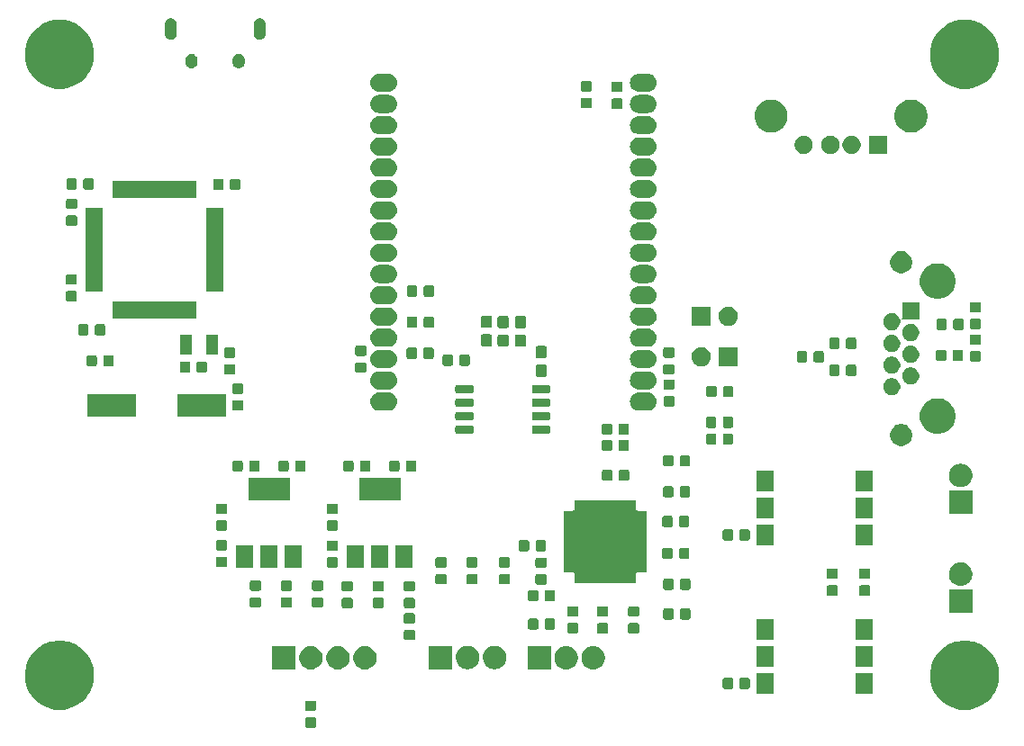
<source format=gbr>
G04 #@! TF.GenerationSoftware,KiCad,Pcbnew,(5.1.5)-3*
G04 #@! TF.CreationDate,2020-05-22T01:29:45-05:00*
G04 #@! TF.ProjectId,Delta_Robot,44656c74-615f-4526-9f62-6f742e6b6963,rev?*
G04 #@! TF.SameCoordinates,Original*
G04 #@! TF.FileFunction,Soldermask,Bot*
G04 #@! TF.FilePolarity,Negative*
%FSLAX46Y46*%
G04 Gerber Fmt 4.6, Leading zero omitted, Abs format (unit mm)*
G04 Created by KiCad (PCBNEW (5.1.5)-3) date 2020-05-22 01:29:45*
%MOMM*%
%LPD*%
G04 APERTURE LIST*
%ADD10C,0.100000*%
G04 APERTURE END LIST*
D10*
G36*
X119226191Y-124610685D02*
G01*
X119260169Y-124620993D01*
X119291490Y-124637734D01*
X119318939Y-124660261D01*
X119341466Y-124687710D01*
X119358207Y-124719031D01*
X119368515Y-124753009D01*
X119372600Y-124794490D01*
X119372600Y-125395710D01*
X119368515Y-125437191D01*
X119358207Y-125471169D01*
X119341466Y-125502490D01*
X119318939Y-125529939D01*
X119291490Y-125552466D01*
X119260169Y-125569207D01*
X119226191Y-125579515D01*
X119184710Y-125583600D01*
X118508490Y-125583600D01*
X118467009Y-125579515D01*
X118433031Y-125569207D01*
X118401710Y-125552466D01*
X118374261Y-125529939D01*
X118351734Y-125502490D01*
X118334993Y-125471169D01*
X118324685Y-125437191D01*
X118320600Y-125395710D01*
X118320600Y-124794490D01*
X118324685Y-124753009D01*
X118334993Y-124719031D01*
X118351734Y-124687710D01*
X118374261Y-124660261D01*
X118401710Y-124637734D01*
X118433031Y-124620993D01*
X118467009Y-124610685D01*
X118508490Y-124606600D01*
X119184710Y-124606600D01*
X119226191Y-124610685D01*
G37*
G36*
X119226191Y-123035685D02*
G01*
X119260169Y-123045993D01*
X119291490Y-123062734D01*
X119318939Y-123085261D01*
X119341466Y-123112710D01*
X119358207Y-123144031D01*
X119368515Y-123178009D01*
X119372600Y-123219490D01*
X119372600Y-123820710D01*
X119368515Y-123862191D01*
X119358207Y-123896169D01*
X119341466Y-123927490D01*
X119318939Y-123954939D01*
X119291490Y-123977466D01*
X119260169Y-123994207D01*
X119226191Y-124004515D01*
X119184710Y-124008600D01*
X118508490Y-124008600D01*
X118467009Y-124004515D01*
X118433031Y-123994207D01*
X118401710Y-123977466D01*
X118374261Y-123954939D01*
X118351734Y-123927490D01*
X118334993Y-123896169D01*
X118324685Y-123862191D01*
X118320600Y-123820710D01*
X118320600Y-123219490D01*
X118324685Y-123178009D01*
X118334993Y-123144031D01*
X118351734Y-123112710D01*
X118374261Y-123085261D01*
X118401710Y-123062734D01*
X118433031Y-123045993D01*
X118467009Y-123035685D01*
X118508490Y-123031600D01*
X119184710Y-123031600D01*
X119226191Y-123035685D01*
G37*
G36*
X95884239Y-117461467D02*
G01*
X96198282Y-117523934D01*
X96789926Y-117769001D01*
X97079523Y-117962504D01*
X97312831Y-118118395D01*
X97322392Y-118124784D01*
X97775216Y-118577608D01*
X98130999Y-119110074D01*
X98376066Y-119701718D01*
X98425312Y-119949293D01*
X98501000Y-120329803D01*
X98501000Y-120970197D01*
X98469163Y-121130250D01*
X98376066Y-121598282D01*
X98130999Y-122189926D01*
X97883265Y-122560685D01*
X97775217Y-122722391D01*
X97322391Y-123175217D01*
X97216477Y-123245986D01*
X96789926Y-123530999D01*
X96198282Y-123776066D01*
X96017624Y-123812001D01*
X95570197Y-123901000D01*
X94929803Y-123901000D01*
X94482376Y-123812001D01*
X94301718Y-123776066D01*
X93710074Y-123530999D01*
X93283523Y-123245986D01*
X93177609Y-123175217D01*
X92724783Y-122722391D01*
X92616735Y-122560685D01*
X92369001Y-122189926D01*
X92123934Y-121598282D01*
X92030837Y-121130250D01*
X91999000Y-120970197D01*
X91999000Y-120329803D01*
X92074688Y-119949293D01*
X92123934Y-119701718D01*
X92369001Y-119110074D01*
X92724784Y-118577608D01*
X93177608Y-118124784D01*
X93187170Y-118118395D01*
X93420477Y-117962504D01*
X93710074Y-117769001D01*
X94301718Y-117523934D01*
X94615761Y-117461467D01*
X94929803Y-117399000D01*
X95570197Y-117399000D01*
X95884239Y-117461467D01*
G37*
G36*
X180974239Y-117461467D02*
G01*
X181288282Y-117523934D01*
X181879926Y-117769001D01*
X182169523Y-117962504D01*
X182402831Y-118118395D01*
X182412392Y-118124784D01*
X182865216Y-118577608D01*
X183220999Y-119110074D01*
X183466066Y-119701718D01*
X183515312Y-119949293D01*
X183591000Y-120329803D01*
X183591000Y-120970197D01*
X183559163Y-121130250D01*
X183466066Y-121598282D01*
X183220999Y-122189926D01*
X182973265Y-122560685D01*
X182865217Y-122722391D01*
X182412391Y-123175217D01*
X182306477Y-123245986D01*
X181879926Y-123530999D01*
X181288282Y-123776066D01*
X181107624Y-123812001D01*
X180660197Y-123901000D01*
X180019803Y-123901000D01*
X179572376Y-123812001D01*
X179391718Y-123776066D01*
X178800074Y-123530999D01*
X178373523Y-123245986D01*
X178267609Y-123175217D01*
X177814783Y-122722391D01*
X177706735Y-122560685D01*
X177459001Y-122189926D01*
X177213934Y-121598282D01*
X177120837Y-121130250D01*
X177089000Y-120970197D01*
X177089000Y-120329803D01*
X177164688Y-119949293D01*
X177213934Y-119701718D01*
X177459001Y-119110074D01*
X177814784Y-118577608D01*
X178267608Y-118124784D01*
X178277170Y-118118395D01*
X178510477Y-117962504D01*
X178800074Y-117769001D01*
X179391718Y-117523934D01*
X179705761Y-117461467D01*
X180019803Y-117399000D01*
X180660197Y-117399000D01*
X180974239Y-117461467D01*
G37*
G36*
X162409000Y-122353000D02*
G01*
X160787000Y-122353000D01*
X160787000Y-120471000D01*
X162409000Y-120471000D01*
X162409000Y-122353000D01*
G37*
G36*
X171699000Y-122353000D02*
G01*
X170077000Y-122353000D01*
X170077000Y-120471000D01*
X171699000Y-120471000D01*
X171699000Y-122353000D01*
G37*
G36*
X158431591Y-120890085D02*
G01*
X158465569Y-120900393D01*
X158496890Y-120917134D01*
X158524339Y-120939661D01*
X158546866Y-120967110D01*
X158563607Y-120998431D01*
X158573915Y-121032409D01*
X158578000Y-121073890D01*
X158578000Y-121750110D01*
X158573915Y-121791591D01*
X158563607Y-121825569D01*
X158546866Y-121856890D01*
X158524339Y-121884339D01*
X158496890Y-121906866D01*
X158465569Y-121923607D01*
X158431591Y-121933915D01*
X158390110Y-121938000D01*
X157788890Y-121938000D01*
X157747409Y-121933915D01*
X157713431Y-121923607D01*
X157682110Y-121906866D01*
X157654661Y-121884339D01*
X157632134Y-121856890D01*
X157615393Y-121825569D01*
X157605085Y-121791591D01*
X157601000Y-121750110D01*
X157601000Y-121073890D01*
X157605085Y-121032409D01*
X157615393Y-120998431D01*
X157632134Y-120967110D01*
X157654661Y-120939661D01*
X157682110Y-120917134D01*
X157713431Y-120900393D01*
X157747409Y-120890085D01*
X157788890Y-120886000D01*
X158390110Y-120886000D01*
X158431591Y-120890085D01*
G37*
G36*
X160006591Y-120890085D02*
G01*
X160040569Y-120900393D01*
X160071890Y-120917134D01*
X160099339Y-120939661D01*
X160121866Y-120967110D01*
X160138607Y-120998431D01*
X160148915Y-121032409D01*
X160153000Y-121073890D01*
X160153000Y-121750110D01*
X160148915Y-121791591D01*
X160138607Y-121825569D01*
X160121866Y-121856890D01*
X160099339Y-121884339D01*
X160071890Y-121906866D01*
X160040569Y-121923607D01*
X160006591Y-121933915D01*
X159965110Y-121938000D01*
X159363890Y-121938000D01*
X159322409Y-121933915D01*
X159288431Y-121923607D01*
X159257110Y-121906866D01*
X159229661Y-121884339D01*
X159207134Y-121856890D01*
X159190393Y-121825569D01*
X159180085Y-121791591D01*
X159176000Y-121750110D01*
X159176000Y-121073890D01*
X159180085Y-121032409D01*
X159190393Y-120998431D01*
X159207134Y-120967110D01*
X159229661Y-120939661D01*
X159257110Y-120917134D01*
X159288431Y-120900393D01*
X159322409Y-120890085D01*
X159363890Y-120886000D01*
X159965110Y-120886000D01*
X160006591Y-120890085D01*
G37*
G36*
X143068456Y-117914911D02*
G01*
X143196150Y-117940311D01*
X143249728Y-117962504D01*
X143396520Y-118023307D01*
X143576844Y-118143795D01*
X143730205Y-118297156D01*
X143850693Y-118477480D01*
X143933689Y-118677851D01*
X143976000Y-118890560D01*
X143976000Y-119107440D01*
X143954844Y-119213795D01*
X143938742Y-119294749D01*
X143933689Y-119320149D01*
X143850693Y-119520520D01*
X143730205Y-119700844D01*
X143576844Y-119854205D01*
X143396520Y-119974693D01*
X143196150Y-120057689D01*
X143111133Y-120074600D01*
X142983440Y-120100000D01*
X142766560Y-120100000D01*
X142638867Y-120074600D01*
X142553850Y-120057689D01*
X142353480Y-119974693D01*
X142173156Y-119854205D01*
X142019795Y-119700844D01*
X141899307Y-119520520D01*
X141816311Y-119320149D01*
X141811259Y-119294749D01*
X141795156Y-119213795D01*
X141774000Y-119107440D01*
X141774000Y-118890560D01*
X141816311Y-118677851D01*
X141899307Y-118477480D01*
X142019795Y-118297156D01*
X142173156Y-118143795D01*
X142353480Y-118023307D01*
X142500272Y-117962504D01*
X142553850Y-117940311D01*
X142681544Y-117914911D01*
X142766560Y-117898000D01*
X142983440Y-117898000D01*
X143068456Y-117914911D01*
G37*
G36*
X141436000Y-120100000D02*
G01*
X139234000Y-120100000D01*
X139234000Y-117898000D01*
X141436000Y-117898000D01*
X141436000Y-120100000D01*
G37*
G36*
X124145456Y-117914911D02*
G01*
X124273150Y-117940311D01*
X124326728Y-117962504D01*
X124473520Y-118023307D01*
X124653844Y-118143795D01*
X124807205Y-118297156D01*
X124927693Y-118477480D01*
X125010689Y-118677851D01*
X125053000Y-118890560D01*
X125053000Y-119107440D01*
X125031844Y-119213795D01*
X125015742Y-119294749D01*
X125010689Y-119320149D01*
X124927693Y-119520520D01*
X124807205Y-119700844D01*
X124653844Y-119854205D01*
X124473520Y-119974693D01*
X124273150Y-120057689D01*
X124188133Y-120074600D01*
X124060440Y-120100000D01*
X123843560Y-120100000D01*
X123715867Y-120074600D01*
X123630850Y-120057689D01*
X123430480Y-119974693D01*
X123250156Y-119854205D01*
X123096795Y-119700844D01*
X122976307Y-119520520D01*
X122893311Y-119320149D01*
X122888259Y-119294749D01*
X122872156Y-119213795D01*
X122851000Y-119107440D01*
X122851000Y-118890560D01*
X122893311Y-118677851D01*
X122976307Y-118477480D01*
X123096795Y-118297156D01*
X123250156Y-118143795D01*
X123430480Y-118023307D01*
X123577272Y-117962504D01*
X123630850Y-117940311D01*
X123758544Y-117914911D01*
X123843560Y-117898000D01*
X124060440Y-117898000D01*
X124145456Y-117914911D01*
G37*
G36*
X121605456Y-117914911D02*
G01*
X121733150Y-117940311D01*
X121786728Y-117962504D01*
X121933520Y-118023307D01*
X122113844Y-118143795D01*
X122267205Y-118297156D01*
X122387693Y-118477480D01*
X122470689Y-118677851D01*
X122513000Y-118890560D01*
X122513000Y-119107440D01*
X122491844Y-119213795D01*
X122475742Y-119294749D01*
X122470689Y-119320149D01*
X122387693Y-119520520D01*
X122267205Y-119700844D01*
X122113844Y-119854205D01*
X121933520Y-119974693D01*
X121733150Y-120057689D01*
X121648133Y-120074600D01*
X121520440Y-120100000D01*
X121303560Y-120100000D01*
X121175867Y-120074600D01*
X121090850Y-120057689D01*
X120890480Y-119974693D01*
X120710156Y-119854205D01*
X120556795Y-119700844D01*
X120436307Y-119520520D01*
X120353311Y-119320149D01*
X120348259Y-119294749D01*
X120332156Y-119213795D01*
X120311000Y-119107440D01*
X120311000Y-118890560D01*
X120353311Y-118677851D01*
X120436307Y-118477480D01*
X120556795Y-118297156D01*
X120710156Y-118143795D01*
X120890480Y-118023307D01*
X121037272Y-117962504D01*
X121090850Y-117940311D01*
X121218544Y-117914911D01*
X121303560Y-117898000D01*
X121520440Y-117898000D01*
X121605456Y-117914911D01*
G37*
G36*
X119065456Y-117914911D02*
G01*
X119193150Y-117940311D01*
X119246728Y-117962504D01*
X119393520Y-118023307D01*
X119573844Y-118143795D01*
X119727205Y-118297156D01*
X119847693Y-118477480D01*
X119930689Y-118677851D01*
X119973000Y-118890560D01*
X119973000Y-119107440D01*
X119951844Y-119213795D01*
X119935742Y-119294749D01*
X119930689Y-119320149D01*
X119847693Y-119520520D01*
X119727205Y-119700844D01*
X119573844Y-119854205D01*
X119393520Y-119974693D01*
X119193150Y-120057689D01*
X119108133Y-120074600D01*
X118980440Y-120100000D01*
X118763560Y-120100000D01*
X118635867Y-120074600D01*
X118550850Y-120057689D01*
X118350480Y-119974693D01*
X118170156Y-119854205D01*
X118016795Y-119700844D01*
X117896307Y-119520520D01*
X117813311Y-119320149D01*
X117808259Y-119294749D01*
X117792156Y-119213795D01*
X117771000Y-119107440D01*
X117771000Y-118890560D01*
X117813311Y-118677851D01*
X117896307Y-118477480D01*
X118016795Y-118297156D01*
X118170156Y-118143795D01*
X118350480Y-118023307D01*
X118497272Y-117962504D01*
X118550850Y-117940311D01*
X118678544Y-117914911D01*
X118763560Y-117898000D01*
X118980440Y-117898000D01*
X119065456Y-117914911D01*
G37*
G36*
X145608456Y-117914911D02*
G01*
X145736150Y-117940311D01*
X145789728Y-117962504D01*
X145936520Y-118023307D01*
X146116844Y-118143795D01*
X146270205Y-118297156D01*
X146390693Y-118477480D01*
X146473689Y-118677851D01*
X146516000Y-118890560D01*
X146516000Y-119107440D01*
X146494844Y-119213795D01*
X146478742Y-119294749D01*
X146473689Y-119320149D01*
X146390693Y-119520520D01*
X146270205Y-119700844D01*
X146116844Y-119854205D01*
X145936520Y-119974693D01*
X145736150Y-120057689D01*
X145651133Y-120074600D01*
X145523440Y-120100000D01*
X145306560Y-120100000D01*
X145178867Y-120074600D01*
X145093850Y-120057689D01*
X144893480Y-119974693D01*
X144713156Y-119854205D01*
X144559795Y-119700844D01*
X144439307Y-119520520D01*
X144356311Y-119320149D01*
X144351259Y-119294749D01*
X144335156Y-119213795D01*
X144314000Y-119107440D01*
X144314000Y-118890560D01*
X144356311Y-118677851D01*
X144439307Y-118477480D01*
X144559795Y-118297156D01*
X144713156Y-118143795D01*
X144893480Y-118023307D01*
X145040272Y-117962504D01*
X145093850Y-117940311D01*
X145221544Y-117914911D01*
X145306560Y-117898000D01*
X145523440Y-117898000D01*
X145608456Y-117914911D01*
G37*
G36*
X117433000Y-120100000D02*
G01*
X115231000Y-120100000D01*
X115231000Y-117898000D01*
X117433000Y-117898000D01*
X117433000Y-120100000D01*
G37*
G36*
X136358794Y-117893755D02*
G01*
X136465150Y-117914911D01*
X136665520Y-117997907D01*
X136845844Y-118118395D01*
X136999205Y-118271756D01*
X137119693Y-118452080D01*
X137130214Y-118477480D01*
X137202689Y-118652450D01*
X137208899Y-118683668D01*
X137245000Y-118865160D01*
X137245000Y-119082040D01*
X137239423Y-119110076D01*
X137202689Y-119294750D01*
X137192168Y-119320149D01*
X137119693Y-119495120D01*
X136999205Y-119675444D01*
X136845844Y-119828805D01*
X136665520Y-119949293D01*
X136565334Y-119990791D01*
X136465150Y-120032289D01*
X136358795Y-120053444D01*
X136252440Y-120074600D01*
X136035560Y-120074600D01*
X135929205Y-120053444D01*
X135822850Y-120032289D01*
X135722666Y-119990791D01*
X135622480Y-119949293D01*
X135442156Y-119828805D01*
X135288795Y-119675444D01*
X135168307Y-119495120D01*
X135095832Y-119320149D01*
X135085311Y-119294750D01*
X135048577Y-119110076D01*
X135043000Y-119082040D01*
X135043000Y-118865160D01*
X135079101Y-118683668D01*
X135085311Y-118652450D01*
X135157786Y-118477480D01*
X135168307Y-118452080D01*
X135288795Y-118271756D01*
X135442156Y-118118395D01*
X135622480Y-117997907D01*
X135822850Y-117914911D01*
X135929206Y-117893755D01*
X136035560Y-117872600D01*
X136252440Y-117872600D01*
X136358794Y-117893755D01*
G37*
G36*
X133818794Y-117893755D02*
G01*
X133925150Y-117914911D01*
X134125520Y-117997907D01*
X134305844Y-118118395D01*
X134459205Y-118271756D01*
X134579693Y-118452080D01*
X134590214Y-118477480D01*
X134662689Y-118652450D01*
X134668899Y-118683668D01*
X134705000Y-118865160D01*
X134705000Y-119082040D01*
X134699423Y-119110076D01*
X134662689Y-119294750D01*
X134652168Y-119320149D01*
X134579693Y-119495120D01*
X134459205Y-119675444D01*
X134305844Y-119828805D01*
X134125520Y-119949293D01*
X134025334Y-119990791D01*
X133925150Y-120032289D01*
X133818795Y-120053444D01*
X133712440Y-120074600D01*
X133495560Y-120074600D01*
X133389205Y-120053444D01*
X133282850Y-120032289D01*
X133182666Y-119990791D01*
X133082480Y-119949293D01*
X132902156Y-119828805D01*
X132748795Y-119675444D01*
X132628307Y-119495120D01*
X132555832Y-119320149D01*
X132545311Y-119294750D01*
X132508577Y-119110076D01*
X132503000Y-119082040D01*
X132503000Y-118865160D01*
X132539101Y-118683668D01*
X132545311Y-118652450D01*
X132617786Y-118477480D01*
X132628307Y-118452080D01*
X132748795Y-118271756D01*
X132902156Y-118118395D01*
X133082480Y-117997907D01*
X133282850Y-117914911D01*
X133389206Y-117893755D01*
X133495560Y-117872600D01*
X133712440Y-117872600D01*
X133818794Y-117893755D01*
G37*
G36*
X132165000Y-120074600D02*
G01*
X129963000Y-120074600D01*
X129963000Y-117872600D01*
X132165000Y-117872600D01*
X132165000Y-120074600D01*
G37*
G36*
X171699000Y-119813000D02*
G01*
X170077000Y-119813000D01*
X170077000Y-117931000D01*
X171699000Y-117931000D01*
X171699000Y-119813000D01*
G37*
G36*
X162409000Y-119813000D02*
G01*
X160787000Y-119813000D01*
X160787000Y-117931000D01*
X162409000Y-117931000D01*
X162409000Y-119813000D01*
G37*
G36*
X128522591Y-116381085D02*
G01*
X128556569Y-116391393D01*
X128587890Y-116408134D01*
X128615339Y-116430661D01*
X128637866Y-116458110D01*
X128654607Y-116489431D01*
X128664915Y-116523409D01*
X128669000Y-116564890D01*
X128669000Y-117166110D01*
X128664915Y-117207591D01*
X128654607Y-117241569D01*
X128637866Y-117272890D01*
X128615339Y-117300339D01*
X128587890Y-117322866D01*
X128556569Y-117339607D01*
X128522591Y-117349915D01*
X128481110Y-117354000D01*
X127804890Y-117354000D01*
X127763409Y-117349915D01*
X127729431Y-117339607D01*
X127698110Y-117322866D01*
X127670661Y-117300339D01*
X127648134Y-117272890D01*
X127631393Y-117241569D01*
X127621085Y-117207591D01*
X127617000Y-117166110D01*
X127617000Y-116564890D01*
X127621085Y-116523409D01*
X127631393Y-116489431D01*
X127648134Y-116458110D01*
X127670661Y-116430661D01*
X127698110Y-116408134D01*
X127729431Y-116391393D01*
X127763409Y-116381085D01*
X127804890Y-116377000D01*
X128481110Y-116377000D01*
X128522591Y-116381085D01*
G37*
G36*
X171699000Y-117273000D02*
G01*
X170077000Y-117273000D01*
X170077000Y-115391000D01*
X171699000Y-115391000D01*
X171699000Y-117273000D01*
G37*
G36*
X162409000Y-117273000D02*
G01*
X160787000Y-117273000D01*
X160787000Y-115391000D01*
X162409000Y-115391000D01*
X162409000Y-117273000D01*
G37*
G36*
X146683591Y-115746085D02*
G01*
X146717569Y-115756393D01*
X146748890Y-115773134D01*
X146776339Y-115795661D01*
X146798866Y-115823110D01*
X146815607Y-115854431D01*
X146825915Y-115888409D01*
X146830000Y-115929890D01*
X146830000Y-116531110D01*
X146825915Y-116572591D01*
X146815607Y-116606569D01*
X146798866Y-116637890D01*
X146776339Y-116665339D01*
X146748890Y-116687866D01*
X146717569Y-116704607D01*
X146683591Y-116714915D01*
X146642110Y-116719000D01*
X145965890Y-116719000D01*
X145924409Y-116714915D01*
X145890431Y-116704607D01*
X145859110Y-116687866D01*
X145831661Y-116665339D01*
X145809134Y-116637890D01*
X145792393Y-116606569D01*
X145782085Y-116572591D01*
X145778000Y-116531110D01*
X145778000Y-115929890D01*
X145782085Y-115888409D01*
X145792393Y-115854431D01*
X145809134Y-115823110D01*
X145831661Y-115795661D01*
X145859110Y-115773134D01*
X145890431Y-115756393D01*
X145924409Y-115746085D01*
X145965890Y-115742000D01*
X146642110Y-115742000D01*
X146683591Y-115746085D01*
G37*
G36*
X149604591Y-115746085D02*
G01*
X149638569Y-115756393D01*
X149669890Y-115773134D01*
X149697339Y-115795661D01*
X149719866Y-115823110D01*
X149736607Y-115854431D01*
X149746915Y-115888409D01*
X149751000Y-115929890D01*
X149751000Y-116531110D01*
X149746915Y-116572591D01*
X149736607Y-116606569D01*
X149719866Y-116637890D01*
X149697339Y-116665339D01*
X149669890Y-116687866D01*
X149638569Y-116704607D01*
X149604591Y-116714915D01*
X149563110Y-116719000D01*
X148886890Y-116719000D01*
X148845409Y-116714915D01*
X148811431Y-116704607D01*
X148780110Y-116687866D01*
X148752661Y-116665339D01*
X148730134Y-116637890D01*
X148713393Y-116606569D01*
X148703085Y-116572591D01*
X148699000Y-116531110D01*
X148699000Y-115929890D01*
X148703085Y-115888409D01*
X148713393Y-115854431D01*
X148730134Y-115823110D01*
X148752661Y-115795661D01*
X148780110Y-115773134D01*
X148811431Y-115756393D01*
X148845409Y-115746085D01*
X148886890Y-115742000D01*
X149563110Y-115742000D01*
X149604591Y-115746085D01*
G37*
G36*
X143889591Y-115720585D02*
G01*
X143923569Y-115730893D01*
X143954890Y-115747634D01*
X143982339Y-115770161D01*
X144004866Y-115797610D01*
X144021607Y-115828931D01*
X144031915Y-115862909D01*
X144036000Y-115904390D01*
X144036000Y-116505610D01*
X144031915Y-116547091D01*
X144021607Y-116581069D01*
X144004866Y-116612390D01*
X143982339Y-116639839D01*
X143954890Y-116662366D01*
X143923569Y-116679107D01*
X143889591Y-116689415D01*
X143848110Y-116693500D01*
X143171890Y-116693500D01*
X143130409Y-116689415D01*
X143096431Y-116679107D01*
X143065110Y-116662366D01*
X143037661Y-116639839D01*
X143015134Y-116612390D01*
X142998393Y-116581069D01*
X142988085Y-116547091D01*
X142984000Y-116505610D01*
X142984000Y-115904390D01*
X142988085Y-115862909D01*
X142998393Y-115828931D01*
X143015134Y-115797610D01*
X143037661Y-115770161D01*
X143065110Y-115747634D01*
X143096431Y-115730893D01*
X143130409Y-115720585D01*
X143171890Y-115716500D01*
X143848110Y-115716500D01*
X143889591Y-115720585D01*
G37*
G36*
X140118191Y-115302085D02*
G01*
X140152169Y-115312393D01*
X140183490Y-115329134D01*
X140210939Y-115351661D01*
X140233466Y-115379110D01*
X140250207Y-115410431D01*
X140260515Y-115444409D01*
X140264600Y-115485890D01*
X140264600Y-116162110D01*
X140260515Y-116203591D01*
X140250207Y-116237569D01*
X140233466Y-116268890D01*
X140210939Y-116296339D01*
X140183490Y-116318866D01*
X140152169Y-116335607D01*
X140118191Y-116345915D01*
X140076710Y-116350000D01*
X139475490Y-116350000D01*
X139434009Y-116345915D01*
X139400031Y-116335607D01*
X139368710Y-116318866D01*
X139341261Y-116296339D01*
X139318734Y-116268890D01*
X139301993Y-116237569D01*
X139291685Y-116203591D01*
X139287600Y-116162110D01*
X139287600Y-115485890D01*
X139291685Y-115444409D01*
X139301993Y-115410431D01*
X139318734Y-115379110D01*
X139341261Y-115351661D01*
X139368710Y-115329134D01*
X139400031Y-115312393D01*
X139434009Y-115302085D01*
X139475490Y-115298000D01*
X140076710Y-115298000D01*
X140118191Y-115302085D01*
G37*
G36*
X141693191Y-115302085D02*
G01*
X141727169Y-115312393D01*
X141758490Y-115329134D01*
X141785939Y-115351661D01*
X141808466Y-115379110D01*
X141825207Y-115410431D01*
X141835515Y-115444409D01*
X141839600Y-115485890D01*
X141839600Y-116162110D01*
X141835515Y-116203591D01*
X141825207Y-116237569D01*
X141808466Y-116268890D01*
X141785939Y-116296339D01*
X141758490Y-116318866D01*
X141727169Y-116335607D01*
X141693191Y-116345915D01*
X141651710Y-116350000D01*
X141050490Y-116350000D01*
X141009009Y-116345915D01*
X140975031Y-116335607D01*
X140943710Y-116318866D01*
X140916261Y-116296339D01*
X140893734Y-116268890D01*
X140876993Y-116237569D01*
X140866685Y-116203591D01*
X140862600Y-116162110D01*
X140862600Y-115485890D01*
X140866685Y-115444409D01*
X140876993Y-115410431D01*
X140893734Y-115379110D01*
X140916261Y-115351661D01*
X140943710Y-115329134D01*
X140975031Y-115312393D01*
X141009009Y-115302085D01*
X141050490Y-115298000D01*
X141651710Y-115298000D01*
X141693191Y-115302085D01*
G37*
G36*
X128522591Y-114806085D02*
G01*
X128556569Y-114816393D01*
X128587890Y-114833134D01*
X128615339Y-114855661D01*
X128637866Y-114883110D01*
X128654607Y-114914431D01*
X128664915Y-114948409D01*
X128669000Y-114989890D01*
X128669000Y-115591110D01*
X128664915Y-115632591D01*
X128654607Y-115666569D01*
X128637866Y-115697890D01*
X128615339Y-115725339D01*
X128587890Y-115747866D01*
X128556569Y-115764607D01*
X128522591Y-115774915D01*
X128481110Y-115779000D01*
X127804890Y-115779000D01*
X127763409Y-115774915D01*
X127729431Y-115764607D01*
X127698110Y-115747866D01*
X127670661Y-115725339D01*
X127648134Y-115697890D01*
X127631393Y-115666569D01*
X127621085Y-115632591D01*
X127617000Y-115591110D01*
X127617000Y-114989890D01*
X127621085Y-114948409D01*
X127631393Y-114914431D01*
X127648134Y-114883110D01*
X127670661Y-114855661D01*
X127698110Y-114833134D01*
X127729431Y-114816393D01*
X127763409Y-114806085D01*
X127804890Y-114802000D01*
X128481110Y-114802000D01*
X128522591Y-114806085D01*
G37*
G36*
X154418591Y-114362285D02*
G01*
X154452569Y-114372593D01*
X154483890Y-114389334D01*
X154511339Y-114411861D01*
X154533866Y-114439310D01*
X154550607Y-114470631D01*
X154560915Y-114504609D01*
X154565000Y-114546090D01*
X154565000Y-115222310D01*
X154560915Y-115263791D01*
X154550607Y-115297769D01*
X154533866Y-115329090D01*
X154511339Y-115356539D01*
X154483890Y-115379066D01*
X154452569Y-115395807D01*
X154418591Y-115406115D01*
X154377110Y-115410200D01*
X153775890Y-115410200D01*
X153734409Y-115406115D01*
X153700431Y-115395807D01*
X153669110Y-115379066D01*
X153641661Y-115356539D01*
X153619134Y-115329090D01*
X153602393Y-115297769D01*
X153592085Y-115263791D01*
X153588000Y-115222310D01*
X153588000Y-114546090D01*
X153592085Y-114504609D01*
X153602393Y-114470631D01*
X153619134Y-114439310D01*
X153641661Y-114411861D01*
X153669110Y-114389334D01*
X153700431Y-114372593D01*
X153734409Y-114362285D01*
X153775890Y-114358200D01*
X154377110Y-114358200D01*
X154418591Y-114362285D01*
G37*
G36*
X152843591Y-114362285D02*
G01*
X152877569Y-114372593D01*
X152908890Y-114389334D01*
X152936339Y-114411861D01*
X152958866Y-114439310D01*
X152975607Y-114470631D01*
X152985915Y-114504609D01*
X152990000Y-114546090D01*
X152990000Y-115222310D01*
X152985915Y-115263791D01*
X152975607Y-115297769D01*
X152958866Y-115329090D01*
X152936339Y-115356539D01*
X152908890Y-115379066D01*
X152877569Y-115395807D01*
X152843591Y-115406115D01*
X152802110Y-115410200D01*
X152200890Y-115410200D01*
X152159409Y-115406115D01*
X152125431Y-115395807D01*
X152094110Y-115379066D01*
X152066661Y-115356539D01*
X152044134Y-115329090D01*
X152027393Y-115297769D01*
X152017085Y-115263791D01*
X152013000Y-115222310D01*
X152013000Y-114546090D01*
X152017085Y-114504609D01*
X152027393Y-114470631D01*
X152044134Y-114439310D01*
X152066661Y-114411861D01*
X152094110Y-114389334D01*
X152125431Y-114372593D01*
X152159409Y-114362285D01*
X152200890Y-114358200D01*
X152802110Y-114358200D01*
X152843591Y-114362285D01*
G37*
G36*
X149604591Y-114171085D02*
G01*
X149638569Y-114181393D01*
X149669890Y-114198134D01*
X149697339Y-114220661D01*
X149719866Y-114248110D01*
X149736607Y-114279431D01*
X149746915Y-114313409D01*
X149751000Y-114354890D01*
X149751000Y-114956110D01*
X149746915Y-114997591D01*
X149736607Y-115031569D01*
X149719866Y-115062890D01*
X149697339Y-115090339D01*
X149669890Y-115112866D01*
X149638569Y-115129607D01*
X149604591Y-115139915D01*
X149563110Y-115144000D01*
X148886890Y-115144000D01*
X148845409Y-115139915D01*
X148811431Y-115129607D01*
X148780110Y-115112866D01*
X148752661Y-115090339D01*
X148730134Y-115062890D01*
X148713393Y-115031569D01*
X148703085Y-114997591D01*
X148699000Y-114956110D01*
X148699000Y-114354890D01*
X148703085Y-114313409D01*
X148713393Y-114279431D01*
X148730134Y-114248110D01*
X148752661Y-114220661D01*
X148780110Y-114198134D01*
X148811431Y-114181393D01*
X148845409Y-114171085D01*
X148886890Y-114167000D01*
X149563110Y-114167000D01*
X149604591Y-114171085D01*
G37*
G36*
X146683591Y-114171085D02*
G01*
X146717569Y-114181393D01*
X146748890Y-114198134D01*
X146776339Y-114220661D01*
X146798866Y-114248110D01*
X146815607Y-114279431D01*
X146825915Y-114313409D01*
X146830000Y-114354890D01*
X146830000Y-114956110D01*
X146825915Y-114997591D01*
X146815607Y-115031569D01*
X146798866Y-115062890D01*
X146776339Y-115090339D01*
X146748890Y-115112866D01*
X146717569Y-115129607D01*
X146683591Y-115139915D01*
X146642110Y-115144000D01*
X145965890Y-115144000D01*
X145924409Y-115139915D01*
X145890431Y-115129607D01*
X145859110Y-115112866D01*
X145831661Y-115090339D01*
X145809134Y-115062890D01*
X145792393Y-115031569D01*
X145782085Y-114997591D01*
X145778000Y-114956110D01*
X145778000Y-114354890D01*
X145782085Y-114313409D01*
X145792393Y-114279431D01*
X145809134Y-114248110D01*
X145831661Y-114220661D01*
X145859110Y-114198134D01*
X145890431Y-114181393D01*
X145924409Y-114171085D01*
X145965890Y-114167000D01*
X146642110Y-114167000D01*
X146683591Y-114171085D01*
G37*
G36*
X143889591Y-114145585D02*
G01*
X143923569Y-114155893D01*
X143954890Y-114172634D01*
X143982339Y-114195161D01*
X144004866Y-114222610D01*
X144021607Y-114253931D01*
X144031915Y-114287909D01*
X144036000Y-114329390D01*
X144036000Y-114930610D01*
X144031915Y-114972091D01*
X144021607Y-115006069D01*
X144004866Y-115037390D01*
X143982339Y-115064839D01*
X143954890Y-115087366D01*
X143923569Y-115104107D01*
X143889591Y-115114415D01*
X143848110Y-115118500D01*
X143171890Y-115118500D01*
X143130409Y-115114415D01*
X143096431Y-115104107D01*
X143065110Y-115087366D01*
X143037661Y-115064839D01*
X143015134Y-115037390D01*
X142998393Y-115006069D01*
X142988085Y-114972091D01*
X142984000Y-114930610D01*
X142984000Y-114329390D01*
X142988085Y-114287909D01*
X142998393Y-114253931D01*
X143015134Y-114222610D01*
X143037661Y-114195161D01*
X143065110Y-114172634D01*
X143096431Y-114155893D01*
X143130409Y-114145585D01*
X143171890Y-114141500D01*
X143848110Y-114141500D01*
X143889591Y-114145585D01*
G37*
G36*
X181060000Y-114766000D02*
G01*
X178858000Y-114766000D01*
X178858000Y-112564000D01*
X181060000Y-112564000D01*
X181060000Y-114766000D01*
G37*
G36*
X128522591Y-113358585D02*
G01*
X128556569Y-113368893D01*
X128587890Y-113385634D01*
X128615339Y-113408161D01*
X128637866Y-113435610D01*
X128654607Y-113466931D01*
X128664915Y-113500909D01*
X128669000Y-113542390D01*
X128669000Y-114143610D01*
X128664915Y-114185091D01*
X128654607Y-114219069D01*
X128637866Y-114250390D01*
X128615339Y-114277839D01*
X128587890Y-114300366D01*
X128556569Y-114317107D01*
X128522591Y-114327415D01*
X128481110Y-114331500D01*
X127804890Y-114331500D01*
X127763409Y-114327415D01*
X127729431Y-114317107D01*
X127698110Y-114300366D01*
X127670661Y-114277839D01*
X127648134Y-114250390D01*
X127631393Y-114219069D01*
X127621085Y-114185091D01*
X127617000Y-114143610D01*
X127617000Y-113542390D01*
X127621085Y-113500909D01*
X127631393Y-113466931D01*
X127648134Y-113435610D01*
X127670661Y-113408161D01*
X127698110Y-113385634D01*
X127729431Y-113368893D01*
X127763409Y-113358585D01*
X127804890Y-113354500D01*
X128481110Y-113354500D01*
X128522591Y-113358585D01*
G37*
G36*
X122680591Y-113358585D02*
G01*
X122714569Y-113368893D01*
X122745890Y-113385634D01*
X122773339Y-113408161D01*
X122795866Y-113435610D01*
X122812607Y-113466931D01*
X122822915Y-113500909D01*
X122827000Y-113542390D01*
X122827000Y-114143610D01*
X122822915Y-114185091D01*
X122812607Y-114219069D01*
X122795866Y-114250390D01*
X122773339Y-114277839D01*
X122745890Y-114300366D01*
X122714569Y-114317107D01*
X122680591Y-114327415D01*
X122639110Y-114331500D01*
X121962890Y-114331500D01*
X121921409Y-114327415D01*
X121887431Y-114317107D01*
X121856110Y-114300366D01*
X121828661Y-114277839D01*
X121806134Y-114250390D01*
X121789393Y-114219069D01*
X121779085Y-114185091D01*
X121775000Y-114143610D01*
X121775000Y-113542390D01*
X121779085Y-113500909D01*
X121789393Y-113466931D01*
X121806134Y-113435610D01*
X121828661Y-113408161D01*
X121856110Y-113385634D01*
X121887431Y-113368893D01*
X121921409Y-113358585D01*
X121962890Y-113354500D01*
X122639110Y-113354500D01*
X122680591Y-113358585D01*
G37*
G36*
X125601591Y-113358585D02*
G01*
X125635569Y-113368893D01*
X125666890Y-113385634D01*
X125694339Y-113408161D01*
X125716866Y-113435610D01*
X125733607Y-113466931D01*
X125743915Y-113500909D01*
X125748000Y-113542390D01*
X125748000Y-114143610D01*
X125743915Y-114185091D01*
X125733607Y-114219069D01*
X125716866Y-114250390D01*
X125694339Y-114277839D01*
X125666890Y-114300366D01*
X125635569Y-114317107D01*
X125601591Y-114327415D01*
X125560110Y-114331500D01*
X124883890Y-114331500D01*
X124842409Y-114327415D01*
X124808431Y-114317107D01*
X124777110Y-114300366D01*
X124749661Y-114277839D01*
X124727134Y-114250390D01*
X124710393Y-114219069D01*
X124700085Y-114185091D01*
X124696000Y-114143610D01*
X124696000Y-113542390D01*
X124700085Y-113500909D01*
X124710393Y-113466931D01*
X124727134Y-113435610D01*
X124749661Y-113408161D01*
X124777110Y-113385634D01*
X124808431Y-113368893D01*
X124842409Y-113358585D01*
X124883890Y-113354500D01*
X125560110Y-113354500D01*
X125601591Y-113358585D01*
G37*
G36*
X119886591Y-113307585D02*
G01*
X119920569Y-113317893D01*
X119951890Y-113334634D01*
X119979339Y-113357161D01*
X120001866Y-113384610D01*
X120018607Y-113415931D01*
X120028915Y-113449909D01*
X120033000Y-113491390D01*
X120033000Y-114092610D01*
X120028915Y-114134091D01*
X120018607Y-114168069D01*
X120001866Y-114199390D01*
X119979339Y-114226839D01*
X119951890Y-114249366D01*
X119920569Y-114266107D01*
X119886591Y-114276415D01*
X119845110Y-114280500D01*
X119168890Y-114280500D01*
X119127409Y-114276415D01*
X119093431Y-114266107D01*
X119062110Y-114249366D01*
X119034661Y-114226839D01*
X119012134Y-114199390D01*
X118995393Y-114168069D01*
X118985085Y-114134091D01*
X118981000Y-114092610D01*
X118981000Y-113491390D01*
X118985085Y-113449909D01*
X118995393Y-113415931D01*
X119012134Y-113384610D01*
X119034661Y-113357161D01*
X119062110Y-113334634D01*
X119093431Y-113317893D01*
X119127409Y-113307585D01*
X119168890Y-113303500D01*
X119845110Y-113303500D01*
X119886591Y-113307585D01*
G37*
G36*
X114044591Y-113307585D02*
G01*
X114078569Y-113317893D01*
X114109890Y-113334634D01*
X114137339Y-113357161D01*
X114159866Y-113384610D01*
X114176607Y-113415931D01*
X114186915Y-113449909D01*
X114191000Y-113491390D01*
X114191000Y-114092610D01*
X114186915Y-114134091D01*
X114176607Y-114168069D01*
X114159866Y-114199390D01*
X114137339Y-114226839D01*
X114109890Y-114249366D01*
X114078569Y-114266107D01*
X114044591Y-114276415D01*
X114003110Y-114280500D01*
X113326890Y-114280500D01*
X113285409Y-114276415D01*
X113251431Y-114266107D01*
X113220110Y-114249366D01*
X113192661Y-114226839D01*
X113170134Y-114199390D01*
X113153393Y-114168069D01*
X113143085Y-114134091D01*
X113139000Y-114092610D01*
X113139000Y-113491390D01*
X113143085Y-113449909D01*
X113153393Y-113415931D01*
X113170134Y-113384610D01*
X113192661Y-113357161D01*
X113220110Y-113334634D01*
X113251431Y-113317893D01*
X113285409Y-113307585D01*
X113326890Y-113303500D01*
X114003110Y-113303500D01*
X114044591Y-113307585D01*
G37*
G36*
X116965591Y-113307585D02*
G01*
X116999569Y-113317893D01*
X117030890Y-113334634D01*
X117058339Y-113357161D01*
X117080866Y-113384610D01*
X117097607Y-113415931D01*
X117107915Y-113449909D01*
X117112000Y-113491390D01*
X117112000Y-114092610D01*
X117107915Y-114134091D01*
X117097607Y-114168069D01*
X117080866Y-114199390D01*
X117058339Y-114226839D01*
X117030890Y-114249366D01*
X116999569Y-114266107D01*
X116965591Y-114276415D01*
X116924110Y-114280500D01*
X116247890Y-114280500D01*
X116206409Y-114276415D01*
X116172431Y-114266107D01*
X116141110Y-114249366D01*
X116113661Y-114226839D01*
X116091134Y-114199390D01*
X116074393Y-114168069D01*
X116064085Y-114134091D01*
X116060000Y-114092610D01*
X116060000Y-113491390D01*
X116064085Y-113449909D01*
X116074393Y-113415931D01*
X116091134Y-113384610D01*
X116113661Y-113357161D01*
X116141110Y-113334634D01*
X116172431Y-113317893D01*
X116206409Y-113307585D01*
X116247890Y-113303500D01*
X116924110Y-113303500D01*
X116965591Y-113307585D01*
G37*
G36*
X140118191Y-112635085D02*
G01*
X140152169Y-112645393D01*
X140183490Y-112662134D01*
X140210939Y-112684661D01*
X140233466Y-112712110D01*
X140250207Y-112743431D01*
X140260515Y-112777409D01*
X140264600Y-112818890D01*
X140264600Y-113495110D01*
X140260515Y-113536591D01*
X140250207Y-113570569D01*
X140233466Y-113601890D01*
X140210939Y-113629339D01*
X140183490Y-113651866D01*
X140152169Y-113668607D01*
X140118191Y-113678915D01*
X140076710Y-113683000D01*
X139475490Y-113683000D01*
X139434009Y-113678915D01*
X139400031Y-113668607D01*
X139368710Y-113651866D01*
X139341261Y-113629339D01*
X139318734Y-113601890D01*
X139301993Y-113570569D01*
X139291685Y-113536591D01*
X139287600Y-113495110D01*
X139287600Y-112818890D01*
X139291685Y-112777409D01*
X139301993Y-112743431D01*
X139318734Y-112712110D01*
X139341261Y-112684661D01*
X139368710Y-112662134D01*
X139400031Y-112645393D01*
X139434009Y-112635085D01*
X139475490Y-112631000D01*
X140076710Y-112631000D01*
X140118191Y-112635085D01*
G37*
G36*
X141693191Y-112635085D02*
G01*
X141727169Y-112645393D01*
X141758490Y-112662134D01*
X141785939Y-112684661D01*
X141808466Y-112712110D01*
X141825207Y-112743431D01*
X141835515Y-112777409D01*
X141839600Y-112818890D01*
X141839600Y-113495110D01*
X141835515Y-113536591D01*
X141825207Y-113570569D01*
X141808466Y-113601890D01*
X141785939Y-113629339D01*
X141758490Y-113651866D01*
X141727169Y-113668607D01*
X141693191Y-113678915D01*
X141651710Y-113683000D01*
X141050490Y-113683000D01*
X141009009Y-113678915D01*
X140975031Y-113668607D01*
X140943710Y-113651866D01*
X140916261Y-113629339D01*
X140893734Y-113601890D01*
X140876993Y-113570569D01*
X140866685Y-113536591D01*
X140862600Y-113495110D01*
X140862600Y-112818890D01*
X140866685Y-112777409D01*
X140876993Y-112743431D01*
X140893734Y-112712110D01*
X140916261Y-112684661D01*
X140943710Y-112662134D01*
X140975031Y-112645393D01*
X141009009Y-112635085D01*
X141050490Y-112631000D01*
X141651710Y-112631000D01*
X141693191Y-112635085D01*
G37*
G36*
X171321591Y-112190085D02*
G01*
X171355569Y-112200393D01*
X171386890Y-112217134D01*
X171414339Y-112239661D01*
X171436866Y-112267110D01*
X171453607Y-112298431D01*
X171463915Y-112332409D01*
X171468000Y-112373890D01*
X171468000Y-112975110D01*
X171463915Y-113016591D01*
X171453607Y-113050569D01*
X171436866Y-113081890D01*
X171414339Y-113109339D01*
X171386890Y-113131866D01*
X171355569Y-113148607D01*
X171321591Y-113158915D01*
X171280110Y-113163000D01*
X170603890Y-113163000D01*
X170562409Y-113158915D01*
X170528431Y-113148607D01*
X170497110Y-113131866D01*
X170469661Y-113109339D01*
X170447134Y-113081890D01*
X170430393Y-113050569D01*
X170420085Y-113016591D01*
X170416000Y-112975110D01*
X170416000Y-112373890D01*
X170420085Y-112332409D01*
X170430393Y-112298431D01*
X170447134Y-112267110D01*
X170469661Y-112239661D01*
X170497110Y-112217134D01*
X170528431Y-112200393D01*
X170562409Y-112190085D01*
X170603890Y-112186000D01*
X171280110Y-112186000D01*
X171321591Y-112190085D01*
G37*
G36*
X168273591Y-112190085D02*
G01*
X168307569Y-112200393D01*
X168338890Y-112217134D01*
X168366339Y-112239661D01*
X168388866Y-112267110D01*
X168405607Y-112298431D01*
X168415915Y-112332409D01*
X168420000Y-112373890D01*
X168420000Y-112975110D01*
X168415915Y-113016591D01*
X168405607Y-113050569D01*
X168388866Y-113081890D01*
X168366339Y-113109339D01*
X168338890Y-113131866D01*
X168307569Y-113148607D01*
X168273591Y-113158915D01*
X168232110Y-113163000D01*
X167555890Y-113163000D01*
X167514409Y-113158915D01*
X167480431Y-113148607D01*
X167449110Y-113131866D01*
X167421661Y-113109339D01*
X167399134Y-113081890D01*
X167382393Y-113050569D01*
X167372085Y-113016591D01*
X167368000Y-112975110D01*
X167368000Y-112373890D01*
X167372085Y-112332409D01*
X167382393Y-112298431D01*
X167399134Y-112267110D01*
X167421661Y-112239661D01*
X167449110Y-112217134D01*
X167480431Y-112200393D01*
X167514409Y-112190085D01*
X167555890Y-112186000D01*
X168232110Y-112186000D01*
X168273591Y-112190085D01*
G37*
G36*
X122680591Y-111783585D02*
G01*
X122714569Y-111793893D01*
X122745890Y-111810634D01*
X122773339Y-111833161D01*
X122795866Y-111860610D01*
X122812607Y-111891931D01*
X122822915Y-111925909D01*
X122827000Y-111967390D01*
X122827000Y-112568610D01*
X122822915Y-112610091D01*
X122812607Y-112644069D01*
X122795866Y-112675390D01*
X122773339Y-112702839D01*
X122745890Y-112725366D01*
X122714569Y-112742107D01*
X122680591Y-112752415D01*
X122639110Y-112756500D01*
X121962890Y-112756500D01*
X121921409Y-112752415D01*
X121887431Y-112742107D01*
X121856110Y-112725366D01*
X121828661Y-112702839D01*
X121806134Y-112675390D01*
X121789393Y-112644069D01*
X121779085Y-112610091D01*
X121775000Y-112568610D01*
X121775000Y-111967390D01*
X121779085Y-111925909D01*
X121789393Y-111891931D01*
X121806134Y-111860610D01*
X121828661Y-111833161D01*
X121856110Y-111810634D01*
X121887431Y-111793893D01*
X121921409Y-111783585D01*
X121962890Y-111779500D01*
X122639110Y-111779500D01*
X122680591Y-111783585D01*
G37*
G36*
X128522591Y-111783585D02*
G01*
X128556569Y-111793893D01*
X128587890Y-111810634D01*
X128615339Y-111833161D01*
X128637866Y-111860610D01*
X128654607Y-111891931D01*
X128664915Y-111925909D01*
X128669000Y-111967390D01*
X128669000Y-112568610D01*
X128664915Y-112610091D01*
X128654607Y-112644069D01*
X128637866Y-112675390D01*
X128615339Y-112702839D01*
X128587890Y-112725366D01*
X128556569Y-112742107D01*
X128522591Y-112752415D01*
X128481110Y-112756500D01*
X127804890Y-112756500D01*
X127763409Y-112752415D01*
X127729431Y-112742107D01*
X127698110Y-112725366D01*
X127670661Y-112702839D01*
X127648134Y-112675390D01*
X127631393Y-112644069D01*
X127621085Y-112610091D01*
X127617000Y-112568610D01*
X127617000Y-111967390D01*
X127621085Y-111925909D01*
X127631393Y-111891931D01*
X127648134Y-111860610D01*
X127670661Y-111833161D01*
X127698110Y-111810634D01*
X127729431Y-111793893D01*
X127763409Y-111783585D01*
X127804890Y-111779500D01*
X128481110Y-111779500D01*
X128522591Y-111783585D01*
G37*
G36*
X125601591Y-111783585D02*
G01*
X125635569Y-111793893D01*
X125666890Y-111810634D01*
X125694339Y-111833161D01*
X125716866Y-111860610D01*
X125733607Y-111891931D01*
X125743915Y-111925909D01*
X125748000Y-111967390D01*
X125748000Y-112568610D01*
X125743915Y-112610091D01*
X125733607Y-112644069D01*
X125716866Y-112675390D01*
X125694339Y-112702839D01*
X125666890Y-112725366D01*
X125635569Y-112742107D01*
X125601591Y-112752415D01*
X125560110Y-112756500D01*
X124883890Y-112756500D01*
X124842409Y-112752415D01*
X124808431Y-112742107D01*
X124777110Y-112725366D01*
X124749661Y-112702839D01*
X124727134Y-112675390D01*
X124710393Y-112644069D01*
X124700085Y-112610091D01*
X124696000Y-112568610D01*
X124696000Y-111967390D01*
X124700085Y-111925909D01*
X124710393Y-111891931D01*
X124727134Y-111860610D01*
X124749661Y-111833161D01*
X124777110Y-111810634D01*
X124808431Y-111793893D01*
X124842409Y-111783585D01*
X124883890Y-111779500D01*
X125560110Y-111779500D01*
X125601591Y-111783585D01*
G37*
G36*
X119886591Y-111732585D02*
G01*
X119920569Y-111742893D01*
X119951890Y-111759634D01*
X119979339Y-111782161D01*
X120001866Y-111809610D01*
X120018607Y-111840931D01*
X120028915Y-111874909D01*
X120033000Y-111916390D01*
X120033000Y-112517610D01*
X120028915Y-112559091D01*
X120018607Y-112593069D01*
X120001866Y-112624390D01*
X119979339Y-112651839D01*
X119951890Y-112674366D01*
X119920569Y-112691107D01*
X119886591Y-112701415D01*
X119845110Y-112705500D01*
X119168890Y-112705500D01*
X119127409Y-112701415D01*
X119093431Y-112691107D01*
X119062110Y-112674366D01*
X119034661Y-112651839D01*
X119012134Y-112624390D01*
X118995393Y-112593069D01*
X118985085Y-112559091D01*
X118981000Y-112517610D01*
X118981000Y-111916390D01*
X118985085Y-111874909D01*
X118995393Y-111840931D01*
X119012134Y-111809610D01*
X119034661Y-111782161D01*
X119062110Y-111759634D01*
X119093431Y-111742893D01*
X119127409Y-111732585D01*
X119168890Y-111728500D01*
X119845110Y-111728500D01*
X119886591Y-111732585D01*
G37*
G36*
X116965591Y-111732585D02*
G01*
X116999569Y-111742893D01*
X117030890Y-111759634D01*
X117058339Y-111782161D01*
X117080866Y-111809610D01*
X117097607Y-111840931D01*
X117107915Y-111874909D01*
X117112000Y-111916390D01*
X117112000Y-112517610D01*
X117107915Y-112559091D01*
X117097607Y-112593069D01*
X117080866Y-112624390D01*
X117058339Y-112651839D01*
X117030890Y-112674366D01*
X116999569Y-112691107D01*
X116965591Y-112701415D01*
X116924110Y-112705500D01*
X116247890Y-112705500D01*
X116206409Y-112701415D01*
X116172431Y-112691107D01*
X116141110Y-112674366D01*
X116113661Y-112651839D01*
X116091134Y-112624390D01*
X116074393Y-112593069D01*
X116064085Y-112559091D01*
X116060000Y-112517610D01*
X116060000Y-111916390D01*
X116064085Y-111874909D01*
X116074393Y-111840931D01*
X116091134Y-111809610D01*
X116113661Y-111782161D01*
X116141110Y-111759634D01*
X116172431Y-111742893D01*
X116206409Y-111732585D01*
X116247890Y-111728500D01*
X116924110Y-111728500D01*
X116965591Y-111732585D01*
G37*
G36*
X114044591Y-111732585D02*
G01*
X114078569Y-111742893D01*
X114109890Y-111759634D01*
X114137339Y-111782161D01*
X114159866Y-111809610D01*
X114176607Y-111840931D01*
X114186915Y-111874909D01*
X114191000Y-111916390D01*
X114191000Y-112517610D01*
X114186915Y-112559091D01*
X114176607Y-112593069D01*
X114159866Y-112624390D01*
X114137339Y-112651839D01*
X114109890Y-112674366D01*
X114078569Y-112691107D01*
X114044591Y-112701415D01*
X114003110Y-112705500D01*
X113326890Y-112705500D01*
X113285409Y-112701415D01*
X113251431Y-112691107D01*
X113220110Y-112674366D01*
X113192661Y-112651839D01*
X113170134Y-112624390D01*
X113153393Y-112593069D01*
X113143085Y-112559091D01*
X113139000Y-112517610D01*
X113139000Y-111916390D01*
X113143085Y-111874909D01*
X113153393Y-111840931D01*
X113170134Y-111809610D01*
X113192661Y-111782161D01*
X113220110Y-111759634D01*
X113251431Y-111742893D01*
X113285409Y-111732585D01*
X113326890Y-111728500D01*
X114003110Y-111728500D01*
X114044591Y-111732585D01*
G37*
G36*
X154418591Y-111568285D02*
G01*
X154452569Y-111578593D01*
X154483890Y-111595334D01*
X154511339Y-111617861D01*
X154533866Y-111645310D01*
X154550607Y-111676631D01*
X154560915Y-111710609D01*
X154565000Y-111752090D01*
X154565000Y-112428310D01*
X154560915Y-112469791D01*
X154550607Y-112503769D01*
X154533866Y-112535090D01*
X154511339Y-112562539D01*
X154483890Y-112585066D01*
X154452569Y-112601807D01*
X154418591Y-112612115D01*
X154377110Y-112616200D01*
X153775890Y-112616200D01*
X153734409Y-112612115D01*
X153700431Y-112601807D01*
X153669110Y-112585066D01*
X153641661Y-112562539D01*
X153619134Y-112535090D01*
X153602393Y-112503769D01*
X153592085Y-112469791D01*
X153588000Y-112428310D01*
X153588000Y-111752090D01*
X153592085Y-111710609D01*
X153602393Y-111676631D01*
X153619134Y-111645310D01*
X153641661Y-111617861D01*
X153669110Y-111595334D01*
X153700431Y-111578593D01*
X153734409Y-111568285D01*
X153775890Y-111564200D01*
X154377110Y-111564200D01*
X154418591Y-111568285D01*
G37*
G36*
X152843591Y-111568285D02*
G01*
X152877569Y-111578593D01*
X152908890Y-111595334D01*
X152936339Y-111617861D01*
X152958866Y-111645310D01*
X152975607Y-111676631D01*
X152985915Y-111710609D01*
X152990000Y-111752090D01*
X152990000Y-112428310D01*
X152985915Y-112469791D01*
X152975607Y-112503769D01*
X152958866Y-112535090D01*
X152936339Y-112562539D01*
X152908890Y-112585066D01*
X152877569Y-112601807D01*
X152843591Y-112612115D01*
X152802110Y-112616200D01*
X152200890Y-112616200D01*
X152159409Y-112612115D01*
X152125431Y-112601807D01*
X152094110Y-112585066D01*
X152066661Y-112562539D01*
X152044134Y-112535090D01*
X152027393Y-112503769D01*
X152017085Y-112469791D01*
X152013000Y-112428310D01*
X152013000Y-111752090D01*
X152017085Y-111710609D01*
X152027393Y-111676631D01*
X152044134Y-111645310D01*
X152066661Y-111617861D01*
X152094110Y-111595334D01*
X152125431Y-111578593D01*
X152159409Y-111568285D01*
X152200890Y-111564200D01*
X152802110Y-111564200D01*
X152843591Y-111568285D01*
G37*
G36*
X180173795Y-110045156D02*
G01*
X180280150Y-110066311D01*
X180480520Y-110149307D01*
X180660844Y-110269795D01*
X180814205Y-110423156D01*
X180934693Y-110603480D01*
X180967440Y-110682539D01*
X181017689Y-110803850D01*
X181060000Y-111016561D01*
X181060000Y-111233439D01*
X181017689Y-111446150D01*
X180988565Y-111516461D01*
X180934693Y-111646520D01*
X180814205Y-111826844D01*
X180660844Y-111980205D01*
X180480520Y-112100693D01*
X180380334Y-112142191D01*
X180280150Y-112183689D01*
X180175064Y-112204592D01*
X180067440Y-112226000D01*
X179850560Y-112226000D01*
X179742936Y-112204592D01*
X179637850Y-112183689D01*
X179537666Y-112142191D01*
X179437480Y-112100693D01*
X179257156Y-111980205D01*
X179103795Y-111826844D01*
X178983307Y-111646520D01*
X178929435Y-111516461D01*
X178900311Y-111446150D01*
X178858000Y-111233439D01*
X178858000Y-111016561D01*
X178900311Y-110803850D01*
X178950560Y-110682539D01*
X178983307Y-110603480D01*
X179103795Y-110423156D01*
X179257156Y-110269795D01*
X179437480Y-110149307D01*
X179537666Y-110107809D01*
X179637850Y-110066311D01*
X179744205Y-110045156D01*
X179850560Y-110024000D01*
X180067440Y-110024000D01*
X180173795Y-110045156D01*
G37*
G36*
X140892391Y-111148685D02*
G01*
X140926369Y-111158993D01*
X140957690Y-111175734D01*
X140985139Y-111198261D01*
X141007666Y-111225710D01*
X141024407Y-111257031D01*
X141034715Y-111291009D01*
X141038800Y-111332490D01*
X141038800Y-111933710D01*
X141034715Y-111975191D01*
X141024407Y-112009169D01*
X141007666Y-112040490D01*
X140985139Y-112067939D01*
X140957690Y-112090466D01*
X140926369Y-112107207D01*
X140892391Y-112117515D01*
X140850910Y-112121600D01*
X140174690Y-112121600D01*
X140133209Y-112117515D01*
X140099231Y-112107207D01*
X140067910Y-112090466D01*
X140040461Y-112067939D01*
X140017934Y-112040490D01*
X140001193Y-112009169D01*
X139990885Y-111975191D01*
X139986800Y-111933710D01*
X139986800Y-111332490D01*
X139990885Y-111291009D01*
X140001193Y-111257031D01*
X140017934Y-111225710D01*
X140040461Y-111198261D01*
X140067910Y-111175734D01*
X140099231Y-111158993D01*
X140133209Y-111148685D01*
X140174690Y-111144600D01*
X140850910Y-111144600D01*
X140892391Y-111148685D01*
G37*
G36*
X131494391Y-111123385D02*
G01*
X131528369Y-111133693D01*
X131559690Y-111150434D01*
X131587139Y-111172961D01*
X131609666Y-111200410D01*
X131626407Y-111231731D01*
X131636715Y-111265709D01*
X131640800Y-111307190D01*
X131640800Y-111908410D01*
X131636715Y-111949891D01*
X131626407Y-111983869D01*
X131609666Y-112015190D01*
X131587139Y-112042639D01*
X131559690Y-112065166D01*
X131528369Y-112081907D01*
X131494391Y-112092215D01*
X131452910Y-112096300D01*
X130776690Y-112096300D01*
X130735209Y-112092215D01*
X130701231Y-112081907D01*
X130669910Y-112065166D01*
X130642461Y-112042639D01*
X130619934Y-112015190D01*
X130603193Y-111983869D01*
X130592885Y-111949891D01*
X130588800Y-111908410D01*
X130588800Y-111307190D01*
X130592885Y-111265709D01*
X130603193Y-111231731D01*
X130619934Y-111200410D01*
X130642461Y-111172961D01*
X130669910Y-111150434D01*
X130701231Y-111133693D01*
X130735209Y-111123385D01*
X130776690Y-111119300D01*
X131452910Y-111119300D01*
X131494391Y-111123385D01*
G37*
G36*
X137463391Y-111123385D02*
G01*
X137497369Y-111133693D01*
X137528690Y-111150434D01*
X137556139Y-111172961D01*
X137578666Y-111200410D01*
X137595407Y-111231731D01*
X137605715Y-111265709D01*
X137609800Y-111307190D01*
X137609800Y-111908410D01*
X137605715Y-111949891D01*
X137595407Y-111983869D01*
X137578666Y-112015190D01*
X137556139Y-112042639D01*
X137528690Y-112065166D01*
X137497369Y-112081907D01*
X137463391Y-112092215D01*
X137421910Y-112096300D01*
X136745690Y-112096300D01*
X136704209Y-112092215D01*
X136670231Y-112081907D01*
X136638910Y-112065166D01*
X136611461Y-112042639D01*
X136588934Y-112015190D01*
X136572193Y-111983869D01*
X136561885Y-111949891D01*
X136557800Y-111908410D01*
X136557800Y-111307190D01*
X136561885Y-111265709D01*
X136572193Y-111231731D01*
X136588934Y-111200410D01*
X136611461Y-111172961D01*
X136638910Y-111150434D01*
X136670231Y-111133693D01*
X136704209Y-111123385D01*
X136745690Y-111119300D01*
X137421910Y-111119300D01*
X137463391Y-111123385D01*
G37*
G36*
X134415391Y-111123385D02*
G01*
X134449369Y-111133693D01*
X134480690Y-111150434D01*
X134508139Y-111172961D01*
X134530666Y-111200410D01*
X134547407Y-111231731D01*
X134557715Y-111265709D01*
X134561800Y-111307190D01*
X134561800Y-111908410D01*
X134557715Y-111949891D01*
X134547407Y-111983869D01*
X134530666Y-112015190D01*
X134508139Y-112042639D01*
X134480690Y-112065166D01*
X134449369Y-112081907D01*
X134415391Y-112092215D01*
X134373910Y-112096300D01*
X133697690Y-112096300D01*
X133656209Y-112092215D01*
X133622231Y-112081907D01*
X133590910Y-112065166D01*
X133563461Y-112042639D01*
X133540934Y-112015190D01*
X133524193Y-111983869D01*
X133513885Y-111949891D01*
X133509800Y-111908410D01*
X133509800Y-111307190D01*
X133513885Y-111265709D01*
X133524193Y-111231731D01*
X133540934Y-111200410D01*
X133563461Y-111172961D01*
X133590910Y-111150434D01*
X133622231Y-111133693D01*
X133656209Y-111123385D01*
X133697690Y-111119300D01*
X134373910Y-111119300D01*
X134415391Y-111123385D01*
G37*
G36*
X149469000Y-105041001D02*
G01*
X149471402Y-105065387D01*
X149478515Y-105088836D01*
X149490066Y-105110447D01*
X149505611Y-105129389D01*
X149524553Y-105144934D01*
X149546164Y-105156485D01*
X149569613Y-105163598D01*
X149593999Y-105166000D01*
X150464000Y-105166000D01*
X150464000Y-110988000D01*
X149593999Y-110988000D01*
X149569613Y-110990402D01*
X149546164Y-110997515D01*
X149524553Y-111009066D01*
X149505611Y-111024611D01*
X149490066Y-111043553D01*
X149478515Y-111065164D01*
X149471402Y-111088613D01*
X149469000Y-111112999D01*
X149469000Y-111983000D01*
X143647000Y-111983000D01*
X143647000Y-111112999D01*
X143644598Y-111088613D01*
X143637485Y-111065164D01*
X143625934Y-111043553D01*
X143610389Y-111024611D01*
X143591447Y-111009066D01*
X143569836Y-110997515D01*
X143546387Y-110990402D01*
X143522001Y-110988000D01*
X142652000Y-110988000D01*
X142652000Y-105166000D01*
X143522001Y-105166000D01*
X143546387Y-105163598D01*
X143569836Y-105156485D01*
X143591447Y-105144934D01*
X143610389Y-105129389D01*
X143625934Y-105110447D01*
X143637485Y-105088836D01*
X143644598Y-105065387D01*
X143647000Y-105041001D01*
X143647000Y-104171000D01*
X149469000Y-104171000D01*
X149469000Y-105041001D01*
G37*
G36*
X171321591Y-110615085D02*
G01*
X171355569Y-110625393D01*
X171386890Y-110642134D01*
X171414339Y-110664661D01*
X171436866Y-110692110D01*
X171453607Y-110723431D01*
X171463915Y-110757409D01*
X171468000Y-110798890D01*
X171468000Y-111400110D01*
X171463915Y-111441591D01*
X171453607Y-111475569D01*
X171436866Y-111506890D01*
X171414339Y-111534339D01*
X171386890Y-111556866D01*
X171355569Y-111573607D01*
X171321591Y-111583915D01*
X171280110Y-111588000D01*
X170603890Y-111588000D01*
X170562409Y-111583915D01*
X170528431Y-111573607D01*
X170497110Y-111556866D01*
X170469661Y-111534339D01*
X170447134Y-111506890D01*
X170430393Y-111475569D01*
X170420085Y-111441591D01*
X170416000Y-111400110D01*
X170416000Y-110798890D01*
X170420085Y-110757409D01*
X170430393Y-110723431D01*
X170447134Y-110692110D01*
X170469661Y-110664661D01*
X170497110Y-110642134D01*
X170528431Y-110625393D01*
X170562409Y-110615085D01*
X170603890Y-110611000D01*
X171280110Y-110611000D01*
X171321591Y-110615085D01*
G37*
G36*
X168273591Y-110615085D02*
G01*
X168307569Y-110625393D01*
X168338890Y-110642134D01*
X168366339Y-110664661D01*
X168388866Y-110692110D01*
X168405607Y-110723431D01*
X168415915Y-110757409D01*
X168420000Y-110798890D01*
X168420000Y-111400110D01*
X168415915Y-111441591D01*
X168405607Y-111475569D01*
X168388866Y-111506890D01*
X168366339Y-111534339D01*
X168338890Y-111556866D01*
X168307569Y-111573607D01*
X168273591Y-111583915D01*
X168232110Y-111588000D01*
X167555890Y-111588000D01*
X167514409Y-111583915D01*
X167480431Y-111573607D01*
X167449110Y-111556866D01*
X167421661Y-111534339D01*
X167399134Y-111506890D01*
X167382393Y-111475569D01*
X167372085Y-111441591D01*
X167368000Y-111400110D01*
X167368000Y-110798890D01*
X167372085Y-110757409D01*
X167382393Y-110723431D01*
X167399134Y-110692110D01*
X167421661Y-110664661D01*
X167449110Y-110642134D01*
X167480431Y-110625393D01*
X167514409Y-110615085D01*
X167555890Y-110611000D01*
X168232110Y-110611000D01*
X168273591Y-110615085D01*
G37*
G36*
X140892391Y-109573685D02*
G01*
X140926369Y-109583993D01*
X140957690Y-109600734D01*
X140985139Y-109623261D01*
X141007666Y-109650710D01*
X141024407Y-109682031D01*
X141034715Y-109716009D01*
X141038800Y-109757490D01*
X141038800Y-110358710D01*
X141034715Y-110400191D01*
X141024407Y-110434169D01*
X141007666Y-110465490D01*
X140985139Y-110492939D01*
X140957690Y-110515466D01*
X140926369Y-110532207D01*
X140892391Y-110542515D01*
X140850910Y-110546600D01*
X140174690Y-110546600D01*
X140133209Y-110542515D01*
X140099231Y-110532207D01*
X140067910Y-110515466D01*
X140040461Y-110492939D01*
X140017934Y-110465490D01*
X140001193Y-110434169D01*
X139990885Y-110400191D01*
X139986800Y-110358710D01*
X139986800Y-109757490D01*
X139990885Y-109716009D01*
X140001193Y-109682031D01*
X140017934Y-109650710D01*
X140040461Y-109623261D01*
X140067910Y-109600734D01*
X140099231Y-109583993D01*
X140133209Y-109573685D01*
X140174690Y-109569600D01*
X140850910Y-109569600D01*
X140892391Y-109573685D01*
G37*
G36*
X121283591Y-109548585D02*
G01*
X121317569Y-109558893D01*
X121348890Y-109575634D01*
X121376339Y-109598161D01*
X121398866Y-109625610D01*
X121415607Y-109656931D01*
X121425915Y-109690909D01*
X121430000Y-109732390D01*
X121430000Y-110333610D01*
X121425915Y-110375091D01*
X121415607Y-110409069D01*
X121398866Y-110440390D01*
X121376339Y-110467839D01*
X121348890Y-110490366D01*
X121317569Y-110507107D01*
X121283591Y-110517415D01*
X121242110Y-110521500D01*
X120565890Y-110521500D01*
X120524409Y-110517415D01*
X120490431Y-110507107D01*
X120459110Y-110490366D01*
X120431661Y-110467839D01*
X120409134Y-110440390D01*
X120392393Y-110409069D01*
X120382085Y-110375091D01*
X120378000Y-110333610D01*
X120378000Y-109732390D01*
X120382085Y-109690909D01*
X120392393Y-109656931D01*
X120409134Y-109625610D01*
X120431661Y-109598161D01*
X120459110Y-109575634D01*
X120490431Y-109558893D01*
X120524409Y-109548585D01*
X120565890Y-109544500D01*
X121242110Y-109544500D01*
X121283591Y-109548585D01*
G37*
G36*
X134415391Y-109548385D02*
G01*
X134449369Y-109558693D01*
X134480690Y-109575434D01*
X134508139Y-109597961D01*
X134530666Y-109625410D01*
X134547407Y-109656731D01*
X134557715Y-109690709D01*
X134561800Y-109732190D01*
X134561800Y-110333410D01*
X134557715Y-110374891D01*
X134547407Y-110408869D01*
X134530666Y-110440190D01*
X134508139Y-110467639D01*
X134480690Y-110490166D01*
X134449369Y-110506907D01*
X134415391Y-110517215D01*
X134373910Y-110521300D01*
X133697690Y-110521300D01*
X133656209Y-110517215D01*
X133622231Y-110506907D01*
X133590910Y-110490166D01*
X133563461Y-110467639D01*
X133540934Y-110440190D01*
X133524193Y-110408869D01*
X133513885Y-110374891D01*
X133509800Y-110333410D01*
X133509800Y-109732190D01*
X133513885Y-109690709D01*
X133524193Y-109656731D01*
X133540934Y-109625410D01*
X133563461Y-109597961D01*
X133590910Y-109575434D01*
X133622231Y-109558693D01*
X133656209Y-109548385D01*
X133697690Y-109544300D01*
X134373910Y-109544300D01*
X134415391Y-109548385D01*
G37*
G36*
X137463391Y-109548385D02*
G01*
X137497369Y-109558693D01*
X137528690Y-109575434D01*
X137556139Y-109597961D01*
X137578666Y-109625410D01*
X137595407Y-109656731D01*
X137605715Y-109690709D01*
X137609800Y-109732190D01*
X137609800Y-110333410D01*
X137605715Y-110374891D01*
X137595407Y-110408869D01*
X137578666Y-110440190D01*
X137556139Y-110467639D01*
X137528690Y-110490166D01*
X137497369Y-110506907D01*
X137463391Y-110517215D01*
X137421910Y-110521300D01*
X136745690Y-110521300D01*
X136704209Y-110517215D01*
X136670231Y-110506907D01*
X136638910Y-110490166D01*
X136611461Y-110467639D01*
X136588934Y-110440190D01*
X136572193Y-110408869D01*
X136561885Y-110374891D01*
X136557800Y-110333410D01*
X136557800Y-109732190D01*
X136561885Y-109690709D01*
X136572193Y-109656731D01*
X136588934Y-109625410D01*
X136611461Y-109597961D01*
X136638910Y-109575434D01*
X136670231Y-109558693D01*
X136704209Y-109548385D01*
X136745690Y-109544300D01*
X137421910Y-109544300D01*
X137463391Y-109548385D01*
G37*
G36*
X131494391Y-109548385D02*
G01*
X131528369Y-109558693D01*
X131559690Y-109575434D01*
X131587139Y-109597961D01*
X131609666Y-109625410D01*
X131626407Y-109656731D01*
X131636715Y-109690709D01*
X131640800Y-109732190D01*
X131640800Y-110333410D01*
X131636715Y-110374891D01*
X131626407Y-110408869D01*
X131609666Y-110440190D01*
X131587139Y-110467639D01*
X131559690Y-110490166D01*
X131528369Y-110506907D01*
X131494391Y-110517215D01*
X131452910Y-110521300D01*
X130776690Y-110521300D01*
X130735209Y-110517215D01*
X130701231Y-110506907D01*
X130669910Y-110490166D01*
X130642461Y-110467639D01*
X130619934Y-110440190D01*
X130603193Y-110408869D01*
X130592885Y-110374891D01*
X130588800Y-110333410D01*
X130588800Y-109732190D01*
X130592885Y-109690709D01*
X130603193Y-109656731D01*
X130619934Y-109625410D01*
X130642461Y-109597961D01*
X130669910Y-109575434D01*
X130701231Y-109558693D01*
X130735209Y-109548385D01*
X130776690Y-109544300D01*
X131452910Y-109544300D01*
X131494391Y-109548385D01*
G37*
G36*
X115736000Y-110500000D02*
G01*
X114134000Y-110500000D01*
X114134000Y-108398000D01*
X115736000Y-108398000D01*
X115736000Y-110500000D01*
G37*
G36*
X113436000Y-110500000D02*
G01*
X111834000Y-110500000D01*
X111834000Y-108398000D01*
X113436000Y-108398000D01*
X113436000Y-110500000D01*
G37*
G36*
X118036000Y-110500000D02*
G01*
X116434000Y-110500000D01*
X116434000Y-108398000D01*
X118036000Y-108398000D01*
X118036000Y-110500000D01*
G37*
G36*
X123850000Y-110500000D02*
G01*
X122248000Y-110500000D01*
X122248000Y-108398000D01*
X123850000Y-108398000D01*
X123850000Y-110500000D01*
G37*
G36*
X126150000Y-110500000D02*
G01*
X124548000Y-110500000D01*
X124548000Y-108398000D01*
X126150000Y-108398000D01*
X126150000Y-110500000D01*
G37*
G36*
X128450000Y-110500000D02*
G01*
X126848000Y-110500000D01*
X126848000Y-108398000D01*
X128450000Y-108398000D01*
X128450000Y-110500000D01*
G37*
G36*
X110869591Y-109497585D02*
G01*
X110903569Y-109507893D01*
X110934890Y-109524634D01*
X110962339Y-109547161D01*
X110984866Y-109574610D01*
X111001607Y-109605931D01*
X111011915Y-109639909D01*
X111016000Y-109681390D01*
X111016000Y-110282610D01*
X111011915Y-110324091D01*
X111001607Y-110358069D01*
X110984866Y-110389390D01*
X110962339Y-110416839D01*
X110934890Y-110439366D01*
X110903569Y-110456107D01*
X110869591Y-110466415D01*
X110828110Y-110470500D01*
X110151890Y-110470500D01*
X110110409Y-110466415D01*
X110076431Y-110456107D01*
X110045110Y-110439366D01*
X110017661Y-110416839D01*
X109995134Y-110389390D01*
X109978393Y-110358069D01*
X109968085Y-110324091D01*
X109964000Y-110282610D01*
X109964000Y-109681390D01*
X109968085Y-109639909D01*
X109978393Y-109605931D01*
X109995134Y-109574610D01*
X110017661Y-109547161D01*
X110045110Y-109524634D01*
X110076431Y-109507893D01*
X110110409Y-109497585D01*
X110151890Y-109493500D01*
X110828110Y-109493500D01*
X110869591Y-109497585D01*
G37*
G36*
X154316991Y-108647285D02*
G01*
X154350969Y-108657593D01*
X154382290Y-108674334D01*
X154409739Y-108696861D01*
X154432266Y-108724310D01*
X154449007Y-108755631D01*
X154459315Y-108789609D01*
X154463400Y-108831090D01*
X154463400Y-109507310D01*
X154459315Y-109548791D01*
X154449007Y-109582769D01*
X154432266Y-109614090D01*
X154409739Y-109641539D01*
X154382290Y-109664066D01*
X154350969Y-109680807D01*
X154316991Y-109691115D01*
X154275510Y-109695200D01*
X153674290Y-109695200D01*
X153632809Y-109691115D01*
X153598831Y-109680807D01*
X153567510Y-109664066D01*
X153540061Y-109641539D01*
X153517534Y-109614090D01*
X153500793Y-109582769D01*
X153490485Y-109548791D01*
X153486400Y-109507310D01*
X153486400Y-108831090D01*
X153490485Y-108789609D01*
X153500793Y-108755631D01*
X153517534Y-108724310D01*
X153540061Y-108696861D01*
X153567510Y-108674334D01*
X153598831Y-108657593D01*
X153632809Y-108647285D01*
X153674290Y-108643200D01*
X154275510Y-108643200D01*
X154316991Y-108647285D01*
G37*
G36*
X152741991Y-108647285D02*
G01*
X152775969Y-108657593D01*
X152807290Y-108674334D01*
X152834739Y-108696861D01*
X152857266Y-108724310D01*
X152874007Y-108755631D01*
X152884315Y-108789609D01*
X152888400Y-108831090D01*
X152888400Y-109507310D01*
X152884315Y-109548791D01*
X152874007Y-109582769D01*
X152857266Y-109614090D01*
X152834739Y-109641539D01*
X152807290Y-109664066D01*
X152775969Y-109680807D01*
X152741991Y-109691115D01*
X152700510Y-109695200D01*
X152099290Y-109695200D01*
X152057809Y-109691115D01*
X152023831Y-109680807D01*
X151992510Y-109664066D01*
X151965061Y-109641539D01*
X151942534Y-109614090D01*
X151925793Y-109582769D01*
X151915485Y-109548791D01*
X151911400Y-109507310D01*
X151911400Y-108831090D01*
X151915485Y-108789609D01*
X151925793Y-108755631D01*
X151942534Y-108724310D01*
X151965061Y-108696861D01*
X151992510Y-108674334D01*
X152023831Y-108657593D01*
X152057809Y-108647285D01*
X152099290Y-108643200D01*
X152700510Y-108643200D01*
X152741991Y-108647285D01*
G37*
G36*
X140829591Y-107936085D02*
G01*
X140863569Y-107946393D01*
X140894890Y-107963134D01*
X140922339Y-107985661D01*
X140944866Y-108013110D01*
X140961607Y-108044431D01*
X140971915Y-108078409D01*
X140976000Y-108119890D01*
X140976000Y-108796110D01*
X140971915Y-108837591D01*
X140961607Y-108871569D01*
X140944866Y-108902890D01*
X140922339Y-108930339D01*
X140894890Y-108952866D01*
X140863569Y-108969607D01*
X140829591Y-108979915D01*
X140788110Y-108984000D01*
X140186890Y-108984000D01*
X140145409Y-108979915D01*
X140111431Y-108969607D01*
X140080110Y-108952866D01*
X140052661Y-108930339D01*
X140030134Y-108902890D01*
X140013393Y-108871569D01*
X140003085Y-108837591D01*
X139999000Y-108796110D01*
X139999000Y-108119890D01*
X140003085Y-108078409D01*
X140013393Y-108044431D01*
X140030134Y-108013110D01*
X140052661Y-107985661D01*
X140080110Y-107963134D01*
X140111431Y-107946393D01*
X140145409Y-107936085D01*
X140186890Y-107932000D01*
X140788110Y-107932000D01*
X140829591Y-107936085D01*
G37*
G36*
X139254591Y-107936085D02*
G01*
X139288569Y-107946393D01*
X139319890Y-107963134D01*
X139347339Y-107985661D01*
X139369866Y-108013110D01*
X139386607Y-108044431D01*
X139396915Y-108078409D01*
X139401000Y-108119890D01*
X139401000Y-108796110D01*
X139396915Y-108837591D01*
X139386607Y-108871569D01*
X139369866Y-108902890D01*
X139347339Y-108930339D01*
X139319890Y-108952866D01*
X139288569Y-108969607D01*
X139254591Y-108979915D01*
X139213110Y-108984000D01*
X138611890Y-108984000D01*
X138570409Y-108979915D01*
X138536431Y-108969607D01*
X138505110Y-108952866D01*
X138477661Y-108930339D01*
X138455134Y-108902890D01*
X138438393Y-108871569D01*
X138428085Y-108837591D01*
X138424000Y-108796110D01*
X138424000Y-108119890D01*
X138428085Y-108078409D01*
X138438393Y-108044431D01*
X138455134Y-108013110D01*
X138477661Y-107985661D01*
X138505110Y-107963134D01*
X138536431Y-107946393D01*
X138570409Y-107936085D01*
X138611890Y-107932000D01*
X139213110Y-107932000D01*
X139254591Y-107936085D01*
G37*
G36*
X121283591Y-107973585D02*
G01*
X121317569Y-107983893D01*
X121348890Y-108000634D01*
X121376339Y-108023161D01*
X121398866Y-108050610D01*
X121415607Y-108081931D01*
X121425915Y-108115909D01*
X121430000Y-108157390D01*
X121430000Y-108758610D01*
X121425915Y-108800091D01*
X121415607Y-108834069D01*
X121398866Y-108865390D01*
X121376339Y-108892839D01*
X121348890Y-108915366D01*
X121317569Y-108932107D01*
X121283591Y-108942415D01*
X121242110Y-108946500D01*
X120565890Y-108946500D01*
X120524409Y-108942415D01*
X120490431Y-108932107D01*
X120459110Y-108915366D01*
X120431661Y-108892839D01*
X120409134Y-108865390D01*
X120392393Y-108834069D01*
X120382085Y-108800091D01*
X120378000Y-108758610D01*
X120378000Y-108157390D01*
X120382085Y-108115909D01*
X120392393Y-108081931D01*
X120409134Y-108050610D01*
X120431661Y-108023161D01*
X120459110Y-108000634D01*
X120490431Y-107983893D01*
X120524409Y-107973585D01*
X120565890Y-107969500D01*
X121242110Y-107969500D01*
X121283591Y-107973585D01*
G37*
G36*
X110869591Y-107922585D02*
G01*
X110903569Y-107932893D01*
X110934890Y-107949634D01*
X110962339Y-107972161D01*
X110984866Y-107999610D01*
X111001607Y-108030931D01*
X111011915Y-108064909D01*
X111016000Y-108106390D01*
X111016000Y-108707610D01*
X111011915Y-108749091D01*
X111001607Y-108783069D01*
X110984866Y-108814390D01*
X110962339Y-108841839D01*
X110934890Y-108864366D01*
X110903569Y-108881107D01*
X110869591Y-108891415D01*
X110828110Y-108895500D01*
X110151890Y-108895500D01*
X110110409Y-108891415D01*
X110076431Y-108881107D01*
X110045110Y-108864366D01*
X110017661Y-108841839D01*
X109995134Y-108814390D01*
X109978393Y-108783069D01*
X109968085Y-108749091D01*
X109964000Y-108707610D01*
X109964000Y-108106390D01*
X109968085Y-108064909D01*
X109978393Y-108030931D01*
X109995134Y-107999610D01*
X110017661Y-107972161D01*
X110045110Y-107949634D01*
X110076431Y-107932893D01*
X110110409Y-107922585D01*
X110151890Y-107918500D01*
X110828110Y-107918500D01*
X110869591Y-107922585D01*
G37*
G36*
X162409000Y-108383000D02*
G01*
X160787000Y-108383000D01*
X160787000Y-106501000D01*
X162409000Y-106501000D01*
X162409000Y-108383000D01*
G37*
G36*
X171699000Y-108383000D02*
G01*
X170077000Y-108383000D01*
X170077000Y-106501000D01*
X171699000Y-106501000D01*
X171699000Y-108383000D01*
G37*
G36*
X158431591Y-106920085D02*
G01*
X158465569Y-106930393D01*
X158496890Y-106947134D01*
X158524339Y-106969661D01*
X158546866Y-106997110D01*
X158563607Y-107028431D01*
X158573915Y-107062409D01*
X158578000Y-107103890D01*
X158578000Y-107780110D01*
X158573915Y-107821591D01*
X158563607Y-107855569D01*
X158546866Y-107886890D01*
X158524339Y-107914339D01*
X158496890Y-107936866D01*
X158465569Y-107953607D01*
X158431591Y-107963915D01*
X158390110Y-107968000D01*
X157788890Y-107968000D01*
X157747409Y-107963915D01*
X157713431Y-107953607D01*
X157682110Y-107936866D01*
X157654661Y-107914339D01*
X157632134Y-107886890D01*
X157615393Y-107855569D01*
X157605085Y-107821591D01*
X157601000Y-107780110D01*
X157601000Y-107103890D01*
X157605085Y-107062409D01*
X157615393Y-107028431D01*
X157632134Y-106997110D01*
X157654661Y-106969661D01*
X157682110Y-106947134D01*
X157713431Y-106930393D01*
X157747409Y-106920085D01*
X157788890Y-106916000D01*
X158390110Y-106916000D01*
X158431591Y-106920085D01*
G37*
G36*
X160006591Y-106920085D02*
G01*
X160040569Y-106930393D01*
X160071890Y-106947134D01*
X160099339Y-106969661D01*
X160121866Y-106997110D01*
X160138607Y-107028431D01*
X160148915Y-107062409D01*
X160153000Y-107103890D01*
X160153000Y-107780110D01*
X160148915Y-107821591D01*
X160138607Y-107855569D01*
X160121866Y-107886890D01*
X160099339Y-107914339D01*
X160071890Y-107936866D01*
X160040569Y-107953607D01*
X160006591Y-107963915D01*
X159965110Y-107968000D01*
X159363890Y-107968000D01*
X159322409Y-107963915D01*
X159288431Y-107953607D01*
X159257110Y-107936866D01*
X159229661Y-107914339D01*
X159207134Y-107886890D01*
X159190393Y-107855569D01*
X159180085Y-107821591D01*
X159176000Y-107780110D01*
X159176000Y-107103890D01*
X159180085Y-107062409D01*
X159190393Y-107028431D01*
X159207134Y-106997110D01*
X159229661Y-106969661D01*
X159257110Y-106947134D01*
X159288431Y-106930393D01*
X159322409Y-106920085D01*
X159363890Y-106916000D01*
X159965110Y-106916000D01*
X160006591Y-106920085D01*
G37*
G36*
X110869591Y-106068585D02*
G01*
X110903569Y-106078893D01*
X110934890Y-106095634D01*
X110962339Y-106118161D01*
X110984866Y-106145610D01*
X111001607Y-106176931D01*
X111011915Y-106210909D01*
X111016000Y-106252390D01*
X111016000Y-106853610D01*
X111011915Y-106895091D01*
X111001607Y-106929069D01*
X110984866Y-106960390D01*
X110962339Y-106987839D01*
X110934890Y-107010366D01*
X110903569Y-107027107D01*
X110869591Y-107037415D01*
X110828110Y-107041500D01*
X110151890Y-107041500D01*
X110110409Y-107037415D01*
X110076431Y-107027107D01*
X110045110Y-107010366D01*
X110017661Y-106987839D01*
X109995134Y-106960390D01*
X109978393Y-106929069D01*
X109968085Y-106895091D01*
X109964000Y-106853610D01*
X109964000Y-106252390D01*
X109968085Y-106210909D01*
X109978393Y-106176931D01*
X109995134Y-106145610D01*
X110017661Y-106118161D01*
X110045110Y-106095634D01*
X110076431Y-106078893D01*
X110110409Y-106068585D01*
X110151890Y-106064500D01*
X110828110Y-106064500D01*
X110869591Y-106068585D01*
G37*
G36*
X121283591Y-106068585D02*
G01*
X121317569Y-106078893D01*
X121348890Y-106095634D01*
X121376339Y-106118161D01*
X121398866Y-106145610D01*
X121415607Y-106176931D01*
X121425915Y-106210909D01*
X121430000Y-106252390D01*
X121430000Y-106853610D01*
X121425915Y-106895091D01*
X121415607Y-106929069D01*
X121398866Y-106960390D01*
X121376339Y-106987839D01*
X121348890Y-107010366D01*
X121317569Y-107027107D01*
X121283591Y-107037415D01*
X121242110Y-107041500D01*
X120565890Y-107041500D01*
X120524409Y-107037415D01*
X120490431Y-107027107D01*
X120459110Y-107010366D01*
X120431661Y-106987839D01*
X120409134Y-106960390D01*
X120392393Y-106929069D01*
X120382085Y-106895091D01*
X120378000Y-106853610D01*
X120378000Y-106252390D01*
X120382085Y-106210909D01*
X120392393Y-106176931D01*
X120409134Y-106145610D01*
X120431661Y-106118161D01*
X120459110Y-106095634D01*
X120490431Y-106078893D01*
X120524409Y-106068585D01*
X120565890Y-106064500D01*
X121242110Y-106064500D01*
X121283591Y-106068585D01*
G37*
G36*
X154316991Y-105650085D02*
G01*
X154350969Y-105660393D01*
X154382290Y-105677134D01*
X154409739Y-105699661D01*
X154432266Y-105727110D01*
X154449007Y-105758431D01*
X154459315Y-105792409D01*
X154463400Y-105833890D01*
X154463400Y-106510110D01*
X154459315Y-106551591D01*
X154449007Y-106585569D01*
X154432266Y-106616890D01*
X154409739Y-106644339D01*
X154382290Y-106666866D01*
X154350969Y-106683607D01*
X154316991Y-106693915D01*
X154275510Y-106698000D01*
X153674290Y-106698000D01*
X153632809Y-106693915D01*
X153598831Y-106683607D01*
X153567510Y-106666866D01*
X153540061Y-106644339D01*
X153517534Y-106616890D01*
X153500793Y-106585569D01*
X153490485Y-106551591D01*
X153486400Y-106510110D01*
X153486400Y-105833890D01*
X153490485Y-105792409D01*
X153500793Y-105758431D01*
X153517534Y-105727110D01*
X153540061Y-105699661D01*
X153567510Y-105677134D01*
X153598831Y-105660393D01*
X153632809Y-105650085D01*
X153674290Y-105646000D01*
X154275510Y-105646000D01*
X154316991Y-105650085D01*
G37*
G36*
X152741991Y-105650085D02*
G01*
X152775969Y-105660393D01*
X152807290Y-105677134D01*
X152834739Y-105699661D01*
X152857266Y-105727110D01*
X152874007Y-105758431D01*
X152884315Y-105792409D01*
X152888400Y-105833890D01*
X152888400Y-106510110D01*
X152884315Y-106551591D01*
X152874007Y-106585569D01*
X152857266Y-106616890D01*
X152834739Y-106644339D01*
X152807290Y-106666866D01*
X152775969Y-106683607D01*
X152741991Y-106693915D01*
X152700510Y-106698000D01*
X152099290Y-106698000D01*
X152057809Y-106693915D01*
X152023831Y-106683607D01*
X151992510Y-106666866D01*
X151965061Y-106644339D01*
X151942534Y-106616890D01*
X151925793Y-106585569D01*
X151915485Y-106551591D01*
X151911400Y-106510110D01*
X151911400Y-105833890D01*
X151915485Y-105792409D01*
X151925793Y-105758431D01*
X151942534Y-105727110D01*
X151965061Y-105699661D01*
X151992510Y-105677134D01*
X152023831Y-105660393D01*
X152057809Y-105650085D01*
X152099290Y-105646000D01*
X152700510Y-105646000D01*
X152741991Y-105650085D01*
G37*
G36*
X162409000Y-105843000D02*
G01*
X160787000Y-105843000D01*
X160787000Y-103961000D01*
X162409000Y-103961000D01*
X162409000Y-105843000D01*
G37*
G36*
X171699000Y-105843000D02*
G01*
X170077000Y-105843000D01*
X170077000Y-103961000D01*
X171699000Y-103961000D01*
X171699000Y-105843000D01*
G37*
G36*
X181060000Y-105495000D02*
G01*
X178858000Y-105495000D01*
X178858000Y-103293000D01*
X181060000Y-103293000D01*
X181060000Y-105495000D01*
G37*
G36*
X110869591Y-104493585D02*
G01*
X110903569Y-104503893D01*
X110934890Y-104520634D01*
X110962339Y-104543161D01*
X110984866Y-104570610D01*
X111001607Y-104601931D01*
X111011915Y-104635909D01*
X111016000Y-104677390D01*
X111016000Y-105278610D01*
X111011915Y-105320091D01*
X111001607Y-105354069D01*
X110984866Y-105385390D01*
X110962339Y-105412839D01*
X110934890Y-105435366D01*
X110903569Y-105452107D01*
X110869591Y-105462415D01*
X110828110Y-105466500D01*
X110151890Y-105466500D01*
X110110409Y-105462415D01*
X110076431Y-105452107D01*
X110045110Y-105435366D01*
X110017661Y-105412839D01*
X109995134Y-105385390D01*
X109978393Y-105354069D01*
X109968085Y-105320091D01*
X109964000Y-105278610D01*
X109964000Y-104677390D01*
X109968085Y-104635909D01*
X109978393Y-104601931D01*
X109995134Y-104570610D01*
X110017661Y-104543161D01*
X110045110Y-104520634D01*
X110076431Y-104503893D01*
X110110409Y-104493585D01*
X110151890Y-104489500D01*
X110828110Y-104489500D01*
X110869591Y-104493585D01*
G37*
G36*
X121283591Y-104493585D02*
G01*
X121317569Y-104503893D01*
X121348890Y-104520634D01*
X121376339Y-104543161D01*
X121398866Y-104570610D01*
X121415607Y-104601931D01*
X121425915Y-104635909D01*
X121430000Y-104677390D01*
X121430000Y-105278610D01*
X121425915Y-105320091D01*
X121415607Y-105354069D01*
X121398866Y-105385390D01*
X121376339Y-105412839D01*
X121348890Y-105435366D01*
X121317569Y-105452107D01*
X121283591Y-105462415D01*
X121242110Y-105466500D01*
X120565890Y-105466500D01*
X120524409Y-105462415D01*
X120490431Y-105452107D01*
X120459110Y-105435366D01*
X120431661Y-105412839D01*
X120409134Y-105385390D01*
X120392393Y-105354069D01*
X120382085Y-105320091D01*
X120378000Y-105278610D01*
X120378000Y-104677390D01*
X120382085Y-104635909D01*
X120392393Y-104601931D01*
X120409134Y-104570610D01*
X120431661Y-104543161D01*
X120459110Y-104520634D01*
X120490431Y-104503893D01*
X120524409Y-104493585D01*
X120565890Y-104489500D01*
X121242110Y-104489500D01*
X121283591Y-104493585D01*
G37*
G36*
X127300000Y-104200000D02*
G01*
X123398000Y-104200000D01*
X123398000Y-102098000D01*
X127300000Y-102098000D01*
X127300000Y-104200000D01*
G37*
G36*
X116886000Y-104200000D02*
G01*
X112984000Y-104200000D01*
X112984000Y-102098000D01*
X116886000Y-102098000D01*
X116886000Y-104200000D01*
G37*
G36*
X154393091Y-102856085D02*
G01*
X154427069Y-102866393D01*
X154458390Y-102883134D01*
X154485839Y-102905661D01*
X154508366Y-102933110D01*
X154525107Y-102964431D01*
X154535415Y-102998409D01*
X154539500Y-103039890D01*
X154539500Y-103716110D01*
X154535415Y-103757591D01*
X154525107Y-103791569D01*
X154508366Y-103822890D01*
X154485839Y-103850339D01*
X154458390Y-103872866D01*
X154427069Y-103889607D01*
X154393091Y-103899915D01*
X154351610Y-103904000D01*
X153750390Y-103904000D01*
X153708909Y-103899915D01*
X153674931Y-103889607D01*
X153643610Y-103872866D01*
X153616161Y-103850339D01*
X153593634Y-103822890D01*
X153576893Y-103791569D01*
X153566585Y-103757591D01*
X153562500Y-103716110D01*
X153562500Y-103039890D01*
X153566585Y-102998409D01*
X153576893Y-102964431D01*
X153593634Y-102933110D01*
X153616161Y-102905661D01*
X153643610Y-102883134D01*
X153674931Y-102866393D01*
X153708909Y-102856085D01*
X153750390Y-102852000D01*
X154351610Y-102852000D01*
X154393091Y-102856085D01*
G37*
G36*
X152818091Y-102856085D02*
G01*
X152852069Y-102866393D01*
X152883390Y-102883134D01*
X152910839Y-102905661D01*
X152933366Y-102933110D01*
X152950107Y-102964431D01*
X152960415Y-102998409D01*
X152964500Y-103039890D01*
X152964500Y-103716110D01*
X152960415Y-103757591D01*
X152950107Y-103791569D01*
X152933366Y-103822890D01*
X152910839Y-103850339D01*
X152883390Y-103872866D01*
X152852069Y-103889607D01*
X152818091Y-103899915D01*
X152776610Y-103904000D01*
X152175390Y-103904000D01*
X152133909Y-103899915D01*
X152099931Y-103889607D01*
X152068610Y-103872866D01*
X152041161Y-103850339D01*
X152018634Y-103822890D01*
X152001893Y-103791569D01*
X151991585Y-103757591D01*
X151987500Y-103716110D01*
X151987500Y-103039890D01*
X151991585Y-102998409D01*
X152001893Y-102964431D01*
X152018634Y-102933110D01*
X152041161Y-102905661D01*
X152068610Y-102883134D01*
X152099931Y-102866393D01*
X152133909Y-102856085D01*
X152175390Y-102852000D01*
X152776610Y-102852000D01*
X152818091Y-102856085D01*
G37*
G36*
X162409000Y-103303000D02*
G01*
X160787000Y-103303000D01*
X160787000Y-101421000D01*
X162409000Y-101421000D01*
X162409000Y-103303000D01*
G37*
G36*
X171699000Y-103303000D02*
G01*
X170077000Y-103303000D01*
X170077000Y-101421000D01*
X171699000Y-101421000D01*
X171699000Y-103303000D01*
G37*
G36*
X180123494Y-100764150D02*
G01*
X180280150Y-100795311D01*
X180319960Y-100811801D01*
X180480520Y-100878307D01*
X180660844Y-100998795D01*
X180814205Y-101152156D01*
X180934693Y-101332480D01*
X180971359Y-101421000D01*
X181017689Y-101532850D01*
X181060000Y-101745561D01*
X181060000Y-101962439D01*
X181030579Y-102110350D01*
X181017689Y-102175149D01*
X180934693Y-102375520D01*
X180814205Y-102555844D01*
X180660844Y-102709205D01*
X180480520Y-102829693D01*
X180415336Y-102856693D01*
X180280150Y-102912689D01*
X180177487Y-102933110D01*
X180067440Y-102955000D01*
X179850560Y-102955000D01*
X179740513Y-102933110D01*
X179637850Y-102912689D01*
X179502664Y-102856693D01*
X179437480Y-102829693D01*
X179257156Y-102709205D01*
X179103795Y-102555844D01*
X178983307Y-102375520D01*
X178900311Y-102175149D01*
X178887422Y-102110350D01*
X178858000Y-101962439D01*
X178858000Y-101745561D01*
X178900311Y-101532850D01*
X178946641Y-101421000D01*
X178983307Y-101332480D01*
X179103795Y-101152156D01*
X179257156Y-100998795D01*
X179437480Y-100878307D01*
X179598040Y-100811801D01*
X179637850Y-100795311D01*
X179794506Y-100764150D01*
X179850560Y-100753000D01*
X180067440Y-100753000D01*
X180123494Y-100764150D01*
G37*
G36*
X148652791Y-101306685D02*
G01*
X148686769Y-101316993D01*
X148718090Y-101333734D01*
X148745539Y-101356261D01*
X148768066Y-101383710D01*
X148784807Y-101415031D01*
X148795115Y-101449009D01*
X148799200Y-101490489D01*
X148799200Y-102166710D01*
X148795115Y-102208191D01*
X148784807Y-102242169D01*
X148768066Y-102273490D01*
X148745539Y-102300939D01*
X148718090Y-102323466D01*
X148686769Y-102340207D01*
X148652791Y-102350515D01*
X148611310Y-102354600D01*
X148010090Y-102354600D01*
X147968609Y-102350515D01*
X147934631Y-102340207D01*
X147903310Y-102323466D01*
X147875861Y-102300939D01*
X147853334Y-102273490D01*
X147836593Y-102242169D01*
X147826285Y-102208191D01*
X147822200Y-102166710D01*
X147822200Y-101490489D01*
X147826285Y-101449009D01*
X147836593Y-101415031D01*
X147853334Y-101383710D01*
X147875861Y-101356261D01*
X147903310Y-101333734D01*
X147934631Y-101316993D01*
X147968609Y-101306685D01*
X148010090Y-101302600D01*
X148611310Y-101302600D01*
X148652791Y-101306685D01*
G37*
G36*
X147077791Y-101306685D02*
G01*
X147111769Y-101316993D01*
X147143090Y-101333734D01*
X147170539Y-101356261D01*
X147193066Y-101383710D01*
X147209807Y-101415031D01*
X147220115Y-101449009D01*
X147224200Y-101490489D01*
X147224200Y-102166710D01*
X147220115Y-102208191D01*
X147209807Y-102242169D01*
X147193066Y-102273490D01*
X147170539Y-102300939D01*
X147143090Y-102323466D01*
X147111769Y-102340207D01*
X147077791Y-102350515D01*
X147036310Y-102354600D01*
X146435090Y-102354600D01*
X146393609Y-102350515D01*
X146359631Y-102340207D01*
X146328310Y-102323466D01*
X146300861Y-102300939D01*
X146278334Y-102273490D01*
X146261593Y-102242169D01*
X146251285Y-102208191D01*
X146247200Y-102166710D01*
X146247200Y-101490489D01*
X146251285Y-101449009D01*
X146261593Y-101415031D01*
X146278334Y-101383710D01*
X146300861Y-101356261D01*
X146328310Y-101333734D01*
X146359631Y-101316993D01*
X146393609Y-101306685D01*
X146435090Y-101302600D01*
X147036310Y-101302600D01*
X147077791Y-101306685D01*
G37*
G36*
X116648591Y-100443085D02*
G01*
X116682569Y-100453393D01*
X116713890Y-100470134D01*
X116741339Y-100492661D01*
X116763866Y-100520110D01*
X116780607Y-100551431D01*
X116790915Y-100585409D01*
X116795000Y-100626890D01*
X116795000Y-101303110D01*
X116790915Y-101344591D01*
X116780607Y-101378569D01*
X116763866Y-101409890D01*
X116741339Y-101437339D01*
X116713890Y-101459866D01*
X116682569Y-101476607D01*
X116648591Y-101486915D01*
X116607110Y-101491000D01*
X116005890Y-101491000D01*
X115964409Y-101486915D01*
X115930431Y-101476607D01*
X115899110Y-101459866D01*
X115871661Y-101437339D01*
X115849134Y-101409890D01*
X115832393Y-101378569D01*
X115822085Y-101344591D01*
X115818000Y-101303110D01*
X115818000Y-100626890D01*
X115822085Y-100585409D01*
X115832393Y-100551431D01*
X115849134Y-100520110D01*
X115871661Y-100492661D01*
X115899110Y-100470134D01*
X115930431Y-100453393D01*
X115964409Y-100443085D01*
X116005890Y-100439000D01*
X116607110Y-100439000D01*
X116648591Y-100443085D01*
G37*
G36*
X128637591Y-100443085D02*
G01*
X128671569Y-100453393D01*
X128702890Y-100470134D01*
X128730339Y-100492661D01*
X128752866Y-100520110D01*
X128769607Y-100551431D01*
X128779915Y-100585409D01*
X128784000Y-100626890D01*
X128784000Y-101303110D01*
X128779915Y-101344591D01*
X128769607Y-101378569D01*
X128752866Y-101409890D01*
X128730339Y-101437339D01*
X128702890Y-101459866D01*
X128671569Y-101476607D01*
X128637591Y-101486915D01*
X128596110Y-101491000D01*
X127994890Y-101491000D01*
X127953409Y-101486915D01*
X127919431Y-101476607D01*
X127888110Y-101459866D01*
X127860661Y-101437339D01*
X127838134Y-101409890D01*
X127821393Y-101378569D01*
X127811085Y-101344591D01*
X127807000Y-101303110D01*
X127807000Y-100626890D01*
X127811085Y-100585409D01*
X127821393Y-100551431D01*
X127838134Y-100520110D01*
X127860661Y-100492661D01*
X127888110Y-100470134D01*
X127919431Y-100453393D01*
X127953409Y-100443085D01*
X127994890Y-100439000D01*
X128596110Y-100439000D01*
X128637591Y-100443085D01*
G37*
G36*
X127062591Y-100443085D02*
G01*
X127096569Y-100453393D01*
X127127890Y-100470134D01*
X127155339Y-100492661D01*
X127177866Y-100520110D01*
X127194607Y-100551431D01*
X127204915Y-100585409D01*
X127209000Y-100626890D01*
X127209000Y-101303110D01*
X127204915Y-101344591D01*
X127194607Y-101378569D01*
X127177866Y-101409890D01*
X127155339Y-101437339D01*
X127127890Y-101459866D01*
X127096569Y-101476607D01*
X127062591Y-101486915D01*
X127021110Y-101491000D01*
X126419890Y-101491000D01*
X126378409Y-101486915D01*
X126344431Y-101476607D01*
X126313110Y-101459866D01*
X126285661Y-101437339D01*
X126263134Y-101409890D01*
X126246393Y-101378569D01*
X126236085Y-101344591D01*
X126232000Y-101303110D01*
X126232000Y-100626890D01*
X126236085Y-100585409D01*
X126246393Y-100551431D01*
X126263134Y-100520110D01*
X126285661Y-100492661D01*
X126313110Y-100470134D01*
X126344431Y-100453393D01*
X126378409Y-100443085D01*
X126419890Y-100439000D01*
X127021110Y-100439000D01*
X127062591Y-100443085D01*
G37*
G36*
X124319591Y-100443085D02*
G01*
X124353569Y-100453393D01*
X124384890Y-100470134D01*
X124412339Y-100492661D01*
X124434866Y-100520110D01*
X124451607Y-100551431D01*
X124461915Y-100585409D01*
X124466000Y-100626890D01*
X124466000Y-101303110D01*
X124461915Y-101344591D01*
X124451607Y-101378569D01*
X124434866Y-101409890D01*
X124412339Y-101437339D01*
X124384890Y-101459866D01*
X124353569Y-101476607D01*
X124319591Y-101486915D01*
X124278110Y-101491000D01*
X123676890Y-101491000D01*
X123635409Y-101486915D01*
X123601431Y-101476607D01*
X123570110Y-101459866D01*
X123542661Y-101437339D01*
X123520134Y-101409890D01*
X123503393Y-101378569D01*
X123493085Y-101344591D01*
X123489000Y-101303110D01*
X123489000Y-100626890D01*
X123493085Y-100585409D01*
X123503393Y-100551431D01*
X123520134Y-100520110D01*
X123542661Y-100492661D01*
X123570110Y-100470134D01*
X123601431Y-100453393D01*
X123635409Y-100443085D01*
X123676890Y-100439000D01*
X124278110Y-100439000D01*
X124319591Y-100443085D01*
G37*
G36*
X122744591Y-100443085D02*
G01*
X122778569Y-100453393D01*
X122809890Y-100470134D01*
X122837339Y-100492661D01*
X122859866Y-100520110D01*
X122876607Y-100551431D01*
X122886915Y-100585409D01*
X122891000Y-100626890D01*
X122891000Y-101303110D01*
X122886915Y-101344591D01*
X122876607Y-101378569D01*
X122859866Y-101409890D01*
X122837339Y-101437339D01*
X122809890Y-101459866D01*
X122778569Y-101476607D01*
X122744591Y-101486915D01*
X122703110Y-101491000D01*
X122101890Y-101491000D01*
X122060409Y-101486915D01*
X122026431Y-101476607D01*
X121995110Y-101459866D01*
X121967661Y-101437339D01*
X121945134Y-101409890D01*
X121928393Y-101378569D01*
X121918085Y-101344591D01*
X121914000Y-101303110D01*
X121914000Y-100626890D01*
X121918085Y-100585409D01*
X121928393Y-100551431D01*
X121945134Y-100520110D01*
X121967661Y-100492661D01*
X121995110Y-100470134D01*
X122026431Y-100453393D01*
X122060409Y-100443085D01*
X122101890Y-100439000D01*
X122703110Y-100439000D01*
X122744591Y-100443085D01*
G37*
G36*
X118223591Y-100443085D02*
G01*
X118257569Y-100453393D01*
X118288890Y-100470134D01*
X118316339Y-100492661D01*
X118338866Y-100520110D01*
X118355607Y-100551431D01*
X118365915Y-100585409D01*
X118370000Y-100626890D01*
X118370000Y-101303110D01*
X118365915Y-101344591D01*
X118355607Y-101378569D01*
X118338866Y-101409890D01*
X118316339Y-101437339D01*
X118288890Y-101459866D01*
X118257569Y-101476607D01*
X118223591Y-101486915D01*
X118182110Y-101491000D01*
X117580890Y-101491000D01*
X117539409Y-101486915D01*
X117505431Y-101476607D01*
X117474110Y-101459866D01*
X117446661Y-101437339D01*
X117424134Y-101409890D01*
X117407393Y-101378569D01*
X117397085Y-101344591D01*
X117393000Y-101303110D01*
X117393000Y-100626890D01*
X117397085Y-100585409D01*
X117407393Y-100551431D01*
X117424134Y-100520110D01*
X117446661Y-100492661D01*
X117474110Y-100470134D01*
X117505431Y-100453393D01*
X117539409Y-100443085D01*
X117580890Y-100439000D01*
X118182110Y-100439000D01*
X118223591Y-100443085D01*
G37*
G36*
X113905591Y-100443085D02*
G01*
X113939569Y-100453393D01*
X113970890Y-100470134D01*
X113998339Y-100492661D01*
X114020866Y-100520110D01*
X114037607Y-100551431D01*
X114047915Y-100585409D01*
X114052000Y-100626890D01*
X114052000Y-101303110D01*
X114047915Y-101344591D01*
X114037607Y-101378569D01*
X114020866Y-101409890D01*
X113998339Y-101437339D01*
X113970890Y-101459866D01*
X113939569Y-101476607D01*
X113905591Y-101486915D01*
X113864110Y-101491000D01*
X113262890Y-101491000D01*
X113221409Y-101486915D01*
X113187431Y-101476607D01*
X113156110Y-101459866D01*
X113128661Y-101437339D01*
X113106134Y-101409890D01*
X113089393Y-101378569D01*
X113079085Y-101344591D01*
X113075000Y-101303110D01*
X113075000Y-100626890D01*
X113079085Y-100585409D01*
X113089393Y-100551431D01*
X113106134Y-100520110D01*
X113128661Y-100492661D01*
X113156110Y-100470134D01*
X113187431Y-100453393D01*
X113221409Y-100443085D01*
X113262890Y-100439000D01*
X113864110Y-100439000D01*
X113905591Y-100443085D01*
G37*
G36*
X112330591Y-100443085D02*
G01*
X112364569Y-100453393D01*
X112395890Y-100470134D01*
X112423339Y-100492661D01*
X112445866Y-100520110D01*
X112462607Y-100551431D01*
X112472915Y-100585409D01*
X112477000Y-100626890D01*
X112477000Y-101303110D01*
X112472915Y-101344591D01*
X112462607Y-101378569D01*
X112445866Y-101409890D01*
X112423339Y-101437339D01*
X112395890Y-101459866D01*
X112364569Y-101476607D01*
X112330591Y-101486915D01*
X112289110Y-101491000D01*
X111687890Y-101491000D01*
X111646409Y-101486915D01*
X111612431Y-101476607D01*
X111581110Y-101459866D01*
X111553661Y-101437339D01*
X111531134Y-101409890D01*
X111514393Y-101378569D01*
X111504085Y-101344591D01*
X111500000Y-101303110D01*
X111500000Y-100626890D01*
X111504085Y-100585409D01*
X111514393Y-100551431D01*
X111531134Y-100520110D01*
X111553661Y-100492661D01*
X111581110Y-100470134D01*
X111612431Y-100453393D01*
X111646409Y-100443085D01*
X111687890Y-100439000D01*
X112289110Y-100439000D01*
X112330591Y-100443085D01*
G37*
G36*
X152818191Y-99960485D02*
G01*
X152852169Y-99970793D01*
X152883490Y-99987534D01*
X152910939Y-100010061D01*
X152933466Y-100037510D01*
X152950207Y-100068831D01*
X152960515Y-100102809D01*
X152964600Y-100144290D01*
X152964600Y-100820510D01*
X152960515Y-100861991D01*
X152950207Y-100895969D01*
X152933466Y-100927290D01*
X152910939Y-100954739D01*
X152883490Y-100977266D01*
X152852169Y-100994007D01*
X152818191Y-101004315D01*
X152776710Y-101008400D01*
X152175490Y-101008400D01*
X152134009Y-101004315D01*
X152100031Y-100994007D01*
X152068710Y-100977266D01*
X152041261Y-100954739D01*
X152018734Y-100927290D01*
X152001993Y-100895969D01*
X151991685Y-100861991D01*
X151987600Y-100820510D01*
X151987600Y-100144290D01*
X151991685Y-100102809D01*
X152001993Y-100068831D01*
X152018734Y-100037510D01*
X152041261Y-100010061D01*
X152068710Y-99987534D01*
X152100031Y-99970793D01*
X152134009Y-99960485D01*
X152175490Y-99956400D01*
X152776710Y-99956400D01*
X152818191Y-99960485D01*
G37*
G36*
X154393191Y-99960485D02*
G01*
X154427169Y-99970793D01*
X154458490Y-99987534D01*
X154485939Y-100010061D01*
X154508466Y-100037510D01*
X154525207Y-100068831D01*
X154535515Y-100102809D01*
X154539600Y-100144290D01*
X154539600Y-100820510D01*
X154535515Y-100861991D01*
X154525207Y-100895969D01*
X154508466Y-100927290D01*
X154485939Y-100954739D01*
X154458490Y-100977266D01*
X154427169Y-100994007D01*
X154393191Y-101004315D01*
X154351710Y-101008400D01*
X153750490Y-101008400D01*
X153709009Y-101004315D01*
X153675031Y-100994007D01*
X153643710Y-100977266D01*
X153616261Y-100954739D01*
X153593734Y-100927290D01*
X153576993Y-100895969D01*
X153566685Y-100861991D01*
X153562600Y-100820510D01*
X153562600Y-100144290D01*
X153566685Y-100102809D01*
X153576993Y-100068831D01*
X153593734Y-100037510D01*
X153616261Y-100010061D01*
X153643710Y-99987534D01*
X153675031Y-99970793D01*
X153709009Y-99960485D01*
X153750490Y-99956400D01*
X154351710Y-99956400D01*
X154393191Y-99960485D01*
G37*
G36*
X147052291Y-98487285D02*
G01*
X147086269Y-98497593D01*
X147117590Y-98514334D01*
X147145039Y-98536861D01*
X147167566Y-98564310D01*
X147184307Y-98595631D01*
X147194615Y-98629609D01*
X147198700Y-98671090D01*
X147198700Y-99347310D01*
X147194615Y-99388791D01*
X147184307Y-99422769D01*
X147167566Y-99454090D01*
X147145039Y-99481539D01*
X147117590Y-99504066D01*
X147086269Y-99520807D01*
X147052291Y-99531115D01*
X147010810Y-99535200D01*
X146409590Y-99535200D01*
X146368109Y-99531115D01*
X146334131Y-99520807D01*
X146302810Y-99504066D01*
X146275361Y-99481539D01*
X146252834Y-99454090D01*
X146236093Y-99422769D01*
X146225785Y-99388791D01*
X146221700Y-99347310D01*
X146221700Y-98671090D01*
X146225785Y-98629609D01*
X146236093Y-98595631D01*
X146252834Y-98564310D01*
X146275361Y-98536861D01*
X146302810Y-98514334D01*
X146334131Y-98497593D01*
X146368109Y-98487285D01*
X146409590Y-98483200D01*
X147010810Y-98483200D01*
X147052291Y-98487285D01*
G37*
G36*
X148627291Y-98487285D02*
G01*
X148661269Y-98497593D01*
X148692590Y-98514334D01*
X148720039Y-98536861D01*
X148742566Y-98564310D01*
X148759307Y-98595631D01*
X148769615Y-98629609D01*
X148773700Y-98671090D01*
X148773700Y-99347310D01*
X148769615Y-99388791D01*
X148759307Y-99422769D01*
X148742566Y-99454090D01*
X148720039Y-99481539D01*
X148692590Y-99504066D01*
X148661269Y-99520807D01*
X148627291Y-99531115D01*
X148585810Y-99535200D01*
X147984590Y-99535200D01*
X147943109Y-99531115D01*
X147909131Y-99520807D01*
X147877810Y-99504066D01*
X147850361Y-99481539D01*
X147827834Y-99454090D01*
X147811093Y-99422769D01*
X147800785Y-99388791D01*
X147796700Y-99347310D01*
X147796700Y-98671090D01*
X147800785Y-98629609D01*
X147811093Y-98595631D01*
X147827834Y-98564310D01*
X147850361Y-98536861D01*
X147877810Y-98514334D01*
X147909131Y-98497593D01*
X147943109Y-98487285D01*
X147984590Y-98483200D01*
X148585810Y-98483200D01*
X148627291Y-98487285D01*
G37*
G36*
X174676564Y-97039389D02*
G01*
X174846986Y-97109980D01*
X174867835Y-97118616D01*
X174987179Y-97198359D01*
X175039973Y-97233635D01*
X175186365Y-97380027D01*
X175301385Y-97552167D01*
X175380611Y-97743436D01*
X175421000Y-97946484D01*
X175421000Y-98153516D01*
X175380611Y-98356564D01*
X175311106Y-98524364D01*
X175301384Y-98547835D01*
X175186365Y-98719973D01*
X175039973Y-98866365D01*
X174867835Y-98981384D01*
X174867834Y-98981385D01*
X174867833Y-98981385D01*
X174676564Y-99060611D01*
X174473516Y-99101000D01*
X174266484Y-99101000D01*
X174063436Y-99060611D01*
X173872167Y-98981385D01*
X173872166Y-98981385D01*
X173872165Y-98981384D01*
X173700027Y-98866365D01*
X173553635Y-98719973D01*
X173438616Y-98547835D01*
X173428894Y-98524364D01*
X173359389Y-98356564D01*
X173319000Y-98153516D01*
X173319000Y-97946484D01*
X173359389Y-97743436D01*
X173438615Y-97552167D01*
X173553635Y-97380027D01*
X173700027Y-97233635D01*
X173752821Y-97198359D01*
X173872165Y-97118616D01*
X173893014Y-97109980D01*
X174063436Y-97039389D01*
X174266484Y-96999000D01*
X174473516Y-96999000D01*
X174676564Y-97039389D01*
G37*
G36*
X158431791Y-97903085D02*
G01*
X158465769Y-97913393D01*
X158497090Y-97930134D01*
X158524539Y-97952661D01*
X158547066Y-97980110D01*
X158563807Y-98011431D01*
X158574115Y-98045409D01*
X158578200Y-98086890D01*
X158578200Y-98763110D01*
X158574115Y-98804591D01*
X158563807Y-98838569D01*
X158547066Y-98869890D01*
X158524539Y-98897339D01*
X158497090Y-98919866D01*
X158465769Y-98936607D01*
X158431791Y-98946915D01*
X158390310Y-98951000D01*
X157789090Y-98951000D01*
X157747609Y-98946915D01*
X157713631Y-98936607D01*
X157682310Y-98919866D01*
X157654861Y-98897339D01*
X157632334Y-98869890D01*
X157615593Y-98838569D01*
X157605285Y-98804591D01*
X157601200Y-98763110D01*
X157601200Y-98086890D01*
X157605285Y-98045409D01*
X157615593Y-98011431D01*
X157632334Y-97980110D01*
X157654861Y-97952661D01*
X157682310Y-97930134D01*
X157713631Y-97913393D01*
X157747609Y-97903085D01*
X157789090Y-97899000D01*
X158390310Y-97899000D01*
X158431791Y-97903085D01*
G37*
G36*
X156856791Y-97903085D02*
G01*
X156890769Y-97913393D01*
X156922090Y-97930134D01*
X156949539Y-97952661D01*
X156972066Y-97980110D01*
X156988807Y-98011431D01*
X156999115Y-98045409D01*
X157003200Y-98086890D01*
X157003200Y-98763110D01*
X156999115Y-98804591D01*
X156988807Y-98838569D01*
X156972066Y-98869890D01*
X156949539Y-98897339D01*
X156922090Y-98919866D01*
X156890769Y-98936607D01*
X156856791Y-98946915D01*
X156815310Y-98951000D01*
X156214090Y-98951000D01*
X156172609Y-98946915D01*
X156138631Y-98936607D01*
X156107310Y-98919866D01*
X156079861Y-98897339D01*
X156057334Y-98869890D01*
X156040593Y-98838569D01*
X156030285Y-98804591D01*
X156026200Y-98763110D01*
X156026200Y-98086890D01*
X156030285Y-98045409D01*
X156040593Y-98011431D01*
X156057334Y-97980110D01*
X156079861Y-97952661D01*
X156107310Y-97930134D01*
X156138631Y-97913393D01*
X156172609Y-97903085D01*
X156214090Y-97899000D01*
X156815310Y-97899000D01*
X156856791Y-97903085D01*
G37*
G36*
X148627391Y-96963285D02*
G01*
X148661369Y-96973593D01*
X148692690Y-96990334D01*
X148720139Y-97012861D01*
X148742666Y-97040310D01*
X148759407Y-97071631D01*
X148769715Y-97105609D01*
X148773800Y-97147090D01*
X148773800Y-97823310D01*
X148769715Y-97864791D01*
X148759407Y-97898769D01*
X148742666Y-97930090D01*
X148720139Y-97957539D01*
X148692690Y-97980066D01*
X148661369Y-97996807D01*
X148627391Y-98007115D01*
X148585910Y-98011200D01*
X147984690Y-98011200D01*
X147943209Y-98007115D01*
X147909231Y-97996807D01*
X147877910Y-97980066D01*
X147850461Y-97957539D01*
X147827934Y-97930090D01*
X147811193Y-97898769D01*
X147800885Y-97864791D01*
X147796800Y-97823310D01*
X147796800Y-97147090D01*
X147800885Y-97105609D01*
X147811193Y-97071631D01*
X147827934Y-97040310D01*
X147850461Y-97012861D01*
X147877910Y-96990334D01*
X147909231Y-96973593D01*
X147943209Y-96963285D01*
X147984690Y-96959200D01*
X148585910Y-96959200D01*
X148627391Y-96963285D01*
G37*
G36*
X147052391Y-96963285D02*
G01*
X147086369Y-96973593D01*
X147117690Y-96990334D01*
X147145139Y-97012861D01*
X147167666Y-97040310D01*
X147184407Y-97071631D01*
X147194715Y-97105609D01*
X147198800Y-97147090D01*
X147198800Y-97823310D01*
X147194715Y-97864791D01*
X147184407Y-97898769D01*
X147167666Y-97930090D01*
X147145139Y-97957539D01*
X147117690Y-97980066D01*
X147086369Y-97996807D01*
X147052391Y-98007115D01*
X147010910Y-98011200D01*
X146409690Y-98011200D01*
X146368209Y-98007115D01*
X146334231Y-97996807D01*
X146302910Y-97980066D01*
X146275461Y-97957539D01*
X146252934Y-97930090D01*
X146236193Y-97898769D01*
X146225885Y-97864791D01*
X146221800Y-97823310D01*
X146221800Y-97147090D01*
X146225885Y-97105609D01*
X146236193Y-97071631D01*
X146252934Y-97040310D01*
X146275461Y-97012861D01*
X146302910Y-96990334D01*
X146334231Y-96973593D01*
X146368209Y-96963285D01*
X146409690Y-96959200D01*
X147010910Y-96959200D01*
X147052391Y-96963285D01*
G37*
G36*
X178120165Y-94624850D02*
G01*
X178288871Y-94658408D01*
X178593883Y-94784748D01*
X178868387Y-94968166D01*
X179101834Y-95201613D01*
X179285252Y-95476117D01*
X179411592Y-95781129D01*
X179411592Y-95781130D01*
X179476000Y-96104927D01*
X179476000Y-96435073D01*
X179468931Y-96470609D01*
X179411592Y-96758871D01*
X179285252Y-97063883D01*
X179101834Y-97338387D01*
X178868387Y-97571834D01*
X178593883Y-97755252D01*
X178288871Y-97881592D01*
X177965073Y-97946000D01*
X177634927Y-97946000D01*
X177473029Y-97913796D01*
X177311129Y-97881592D01*
X177006117Y-97755252D01*
X176731613Y-97571834D01*
X176498166Y-97338387D01*
X176314748Y-97063883D01*
X176188408Y-96758871D01*
X176131069Y-96470609D01*
X176124000Y-96435073D01*
X176124000Y-96104927D01*
X176188408Y-95781130D01*
X176188408Y-95781129D01*
X176314748Y-95476117D01*
X176498166Y-95201613D01*
X176731613Y-94968166D01*
X177006117Y-94784748D01*
X177311129Y-94658408D01*
X177479835Y-94624850D01*
X177634927Y-94594000D01*
X177965073Y-94594000D01*
X178120165Y-94624850D01*
G37*
G36*
X134065928Y-97187764D02*
G01*
X134087009Y-97194160D01*
X134106445Y-97204548D01*
X134123476Y-97218524D01*
X134137452Y-97235555D01*
X134147840Y-97254991D01*
X134154236Y-97276072D01*
X134157000Y-97304140D01*
X134157000Y-97767860D01*
X134154236Y-97795928D01*
X134147840Y-97817009D01*
X134137452Y-97836445D01*
X134123476Y-97853476D01*
X134106445Y-97867452D01*
X134087009Y-97877840D01*
X134065928Y-97884236D01*
X134037860Y-97887000D01*
X132574140Y-97887000D01*
X132546072Y-97884236D01*
X132524991Y-97877840D01*
X132505555Y-97867452D01*
X132488524Y-97853476D01*
X132474548Y-97836445D01*
X132464160Y-97817009D01*
X132457764Y-97795928D01*
X132455000Y-97767860D01*
X132455000Y-97304140D01*
X132457764Y-97276072D01*
X132464160Y-97254991D01*
X132474548Y-97235555D01*
X132488524Y-97218524D01*
X132505555Y-97204548D01*
X132524991Y-97194160D01*
X132546072Y-97187764D01*
X132574140Y-97185000D01*
X134037860Y-97185000D01*
X134065928Y-97187764D01*
G37*
G36*
X141265928Y-97187764D02*
G01*
X141287009Y-97194160D01*
X141306445Y-97204548D01*
X141323476Y-97218524D01*
X141337452Y-97235555D01*
X141347840Y-97254991D01*
X141354236Y-97276072D01*
X141357000Y-97304140D01*
X141357000Y-97767860D01*
X141354236Y-97795928D01*
X141347840Y-97817009D01*
X141337452Y-97836445D01*
X141323476Y-97853476D01*
X141306445Y-97867452D01*
X141287009Y-97877840D01*
X141265928Y-97884236D01*
X141237860Y-97887000D01*
X139774140Y-97887000D01*
X139746072Y-97884236D01*
X139724991Y-97877840D01*
X139705555Y-97867452D01*
X139688524Y-97853476D01*
X139674548Y-97836445D01*
X139664160Y-97817009D01*
X139657764Y-97795928D01*
X139655000Y-97767860D01*
X139655000Y-97304140D01*
X139657764Y-97276072D01*
X139664160Y-97254991D01*
X139674548Y-97235555D01*
X139688524Y-97218524D01*
X139705555Y-97204548D01*
X139724991Y-97194160D01*
X139746072Y-97187764D01*
X139774140Y-97185000D01*
X141237860Y-97185000D01*
X141265928Y-97187764D01*
G37*
G36*
X156856791Y-96328285D02*
G01*
X156890769Y-96338593D01*
X156922090Y-96355334D01*
X156949539Y-96377861D01*
X156972066Y-96405310D01*
X156988807Y-96436631D01*
X156999115Y-96470609D01*
X157003200Y-96512090D01*
X157003200Y-97188310D01*
X156999115Y-97229791D01*
X156988807Y-97263769D01*
X156972066Y-97295090D01*
X156949539Y-97322539D01*
X156922090Y-97345066D01*
X156890769Y-97361807D01*
X156856791Y-97372115D01*
X156815310Y-97376200D01*
X156214090Y-97376200D01*
X156172609Y-97372115D01*
X156138631Y-97361807D01*
X156107310Y-97345066D01*
X156079861Y-97322539D01*
X156057334Y-97295090D01*
X156040593Y-97263769D01*
X156030285Y-97229791D01*
X156026200Y-97188310D01*
X156026200Y-96512090D01*
X156030285Y-96470609D01*
X156040593Y-96436631D01*
X156057334Y-96405310D01*
X156079861Y-96377861D01*
X156107310Y-96355334D01*
X156138631Y-96338593D01*
X156172609Y-96328285D01*
X156214090Y-96324200D01*
X156815310Y-96324200D01*
X156856791Y-96328285D01*
G37*
G36*
X158431791Y-96328285D02*
G01*
X158465769Y-96338593D01*
X158497090Y-96355334D01*
X158524539Y-96377861D01*
X158547066Y-96405310D01*
X158563807Y-96436631D01*
X158574115Y-96470609D01*
X158578200Y-96512090D01*
X158578200Y-97188310D01*
X158574115Y-97229791D01*
X158563807Y-97263769D01*
X158547066Y-97295090D01*
X158524539Y-97322539D01*
X158497090Y-97345066D01*
X158465769Y-97361807D01*
X158431791Y-97372115D01*
X158390310Y-97376200D01*
X157789090Y-97376200D01*
X157747609Y-97372115D01*
X157713631Y-97361807D01*
X157682310Y-97345066D01*
X157654861Y-97322539D01*
X157632334Y-97295090D01*
X157615593Y-97263769D01*
X157605285Y-97229791D01*
X157601200Y-97188310D01*
X157601200Y-96512090D01*
X157605285Y-96470609D01*
X157615593Y-96436631D01*
X157632334Y-96405310D01*
X157654861Y-96377861D01*
X157682310Y-96355334D01*
X157713631Y-96338593D01*
X157747609Y-96328285D01*
X157789090Y-96324200D01*
X158390310Y-96324200D01*
X158431791Y-96328285D01*
G37*
G36*
X141265928Y-95917764D02*
G01*
X141287009Y-95924160D01*
X141306445Y-95934548D01*
X141323476Y-95948524D01*
X141337452Y-95965555D01*
X141347840Y-95984991D01*
X141354236Y-96006072D01*
X141357000Y-96034140D01*
X141357000Y-96497860D01*
X141354236Y-96525928D01*
X141347840Y-96547009D01*
X141337452Y-96566445D01*
X141323476Y-96583476D01*
X141306445Y-96597452D01*
X141287009Y-96607840D01*
X141265928Y-96614236D01*
X141237860Y-96617000D01*
X139774140Y-96617000D01*
X139746072Y-96614236D01*
X139724991Y-96607840D01*
X139705555Y-96597452D01*
X139688524Y-96583476D01*
X139674548Y-96566445D01*
X139664160Y-96547009D01*
X139657764Y-96525928D01*
X139655000Y-96497860D01*
X139655000Y-96034140D01*
X139657764Y-96006072D01*
X139664160Y-95984991D01*
X139674548Y-95965555D01*
X139688524Y-95948524D01*
X139705555Y-95934548D01*
X139724991Y-95924160D01*
X139746072Y-95917764D01*
X139774140Y-95915000D01*
X141237860Y-95915000D01*
X141265928Y-95917764D01*
G37*
G36*
X134065928Y-95917764D02*
G01*
X134087009Y-95924160D01*
X134106445Y-95934548D01*
X134123476Y-95948524D01*
X134137452Y-95965555D01*
X134147840Y-95984991D01*
X134154236Y-96006072D01*
X134157000Y-96034140D01*
X134157000Y-96497860D01*
X134154236Y-96525928D01*
X134147840Y-96547009D01*
X134137452Y-96566445D01*
X134123476Y-96583476D01*
X134106445Y-96597452D01*
X134087009Y-96607840D01*
X134065928Y-96614236D01*
X134037860Y-96617000D01*
X132574140Y-96617000D01*
X132546072Y-96614236D01*
X132524991Y-96607840D01*
X132505555Y-96597452D01*
X132488524Y-96583476D01*
X132474548Y-96566445D01*
X132464160Y-96547009D01*
X132457764Y-96525928D01*
X132455000Y-96497860D01*
X132455000Y-96034140D01*
X132457764Y-96006072D01*
X132464160Y-95984991D01*
X132474548Y-95965555D01*
X132488524Y-95948524D01*
X132505555Y-95934548D01*
X132524991Y-95924160D01*
X132546072Y-95917764D01*
X132574140Y-95915000D01*
X134037860Y-95915000D01*
X134065928Y-95917764D01*
G37*
G36*
X102445000Y-96301000D02*
G01*
X97843000Y-96301000D01*
X97843000Y-94199000D01*
X102445000Y-94199000D01*
X102445000Y-96301000D01*
G37*
G36*
X110945000Y-96301000D02*
G01*
X106343000Y-96301000D01*
X106343000Y-94199000D01*
X110945000Y-94199000D01*
X110945000Y-96301000D01*
G37*
G36*
X126296823Y-94058313D02*
G01*
X126457242Y-94106976D01*
X126536063Y-94149107D01*
X126605078Y-94185996D01*
X126734659Y-94292341D01*
X126841004Y-94421922D01*
X126841005Y-94421924D01*
X126920024Y-94569758D01*
X126968687Y-94730177D01*
X126985117Y-94897000D01*
X126968687Y-95063823D01*
X126968686Y-95063825D01*
X126926889Y-95201613D01*
X126920024Y-95224242D01*
X126858680Y-95339008D01*
X126841004Y-95372078D01*
X126734659Y-95501659D01*
X126605078Y-95608004D01*
X126605076Y-95608005D01*
X126457242Y-95687024D01*
X126296823Y-95735687D01*
X126171804Y-95748000D01*
X125288196Y-95748000D01*
X125163177Y-95735687D01*
X125002758Y-95687024D01*
X124854924Y-95608005D01*
X124854922Y-95608004D01*
X124725341Y-95501659D01*
X124618996Y-95372078D01*
X124601320Y-95339008D01*
X124539976Y-95224242D01*
X124533112Y-95201613D01*
X124491314Y-95063825D01*
X124491313Y-95063823D01*
X124474883Y-94897000D01*
X124491313Y-94730177D01*
X124539976Y-94569758D01*
X124618995Y-94421924D01*
X124618996Y-94421922D01*
X124725341Y-94292341D01*
X124854922Y-94185996D01*
X124923937Y-94149107D01*
X125002758Y-94106976D01*
X125163177Y-94058313D01*
X125288196Y-94046000D01*
X126171804Y-94046000D01*
X126296823Y-94058313D01*
G37*
G36*
X150696823Y-94058313D02*
G01*
X150857242Y-94106976D01*
X150936063Y-94149107D01*
X151005078Y-94185996D01*
X151134659Y-94292341D01*
X151241004Y-94421922D01*
X151241005Y-94421924D01*
X151320024Y-94569758D01*
X151368687Y-94730177D01*
X151385117Y-94897000D01*
X151368687Y-95063823D01*
X151368686Y-95063825D01*
X151326889Y-95201613D01*
X151320024Y-95224242D01*
X151258680Y-95339008D01*
X151241004Y-95372078D01*
X151134659Y-95501659D01*
X151005078Y-95608004D01*
X151005076Y-95608005D01*
X150857242Y-95687024D01*
X150696823Y-95735687D01*
X150571804Y-95748000D01*
X149688196Y-95748000D01*
X149563177Y-95735687D01*
X149402758Y-95687024D01*
X149254924Y-95608005D01*
X149254922Y-95608004D01*
X149125341Y-95501659D01*
X149018996Y-95372078D01*
X149001320Y-95339008D01*
X148939976Y-95224242D01*
X148933112Y-95201613D01*
X148891314Y-95063825D01*
X148891313Y-95063823D01*
X148874883Y-94897000D01*
X148891313Y-94730177D01*
X148939976Y-94569758D01*
X149018995Y-94421924D01*
X149018996Y-94421922D01*
X149125341Y-94292341D01*
X149254922Y-94185996D01*
X149323937Y-94149107D01*
X149402758Y-94106976D01*
X149563177Y-94058313D01*
X149688196Y-94046000D01*
X150571804Y-94046000D01*
X150696823Y-94058313D01*
G37*
G36*
X112393591Y-94765585D02*
G01*
X112427569Y-94775893D01*
X112458890Y-94792634D01*
X112486339Y-94815161D01*
X112508866Y-94842610D01*
X112525607Y-94873931D01*
X112535915Y-94907909D01*
X112540000Y-94949390D01*
X112540000Y-95550610D01*
X112535915Y-95592091D01*
X112525607Y-95626069D01*
X112508866Y-95657390D01*
X112486339Y-95684839D01*
X112458890Y-95707366D01*
X112427569Y-95724107D01*
X112393591Y-95734415D01*
X112352110Y-95738500D01*
X111675890Y-95738500D01*
X111634409Y-95734415D01*
X111600431Y-95724107D01*
X111569110Y-95707366D01*
X111541661Y-95684839D01*
X111519134Y-95657390D01*
X111502393Y-95626069D01*
X111492085Y-95592091D01*
X111488000Y-95550610D01*
X111488000Y-94949390D01*
X111492085Y-94907909D01*
X111502393Y-94873931D01*
X111519134Y-94842610D01*
X111541661Y-94815161D01*
X111569110Y-94792634D01*
X111600431Y-94775893D01*
X111634409Y-94765585D01*
X111675890Y-94761500D01*
X112352110Y-94761500D01*
X112393591Y-94765585D01*
G37*
G36*
X152931991Y-94384685D02*
G01*
X152965969Y-94394993D01*
X152997290Y-94411734D01*
X153024739Y-94434261D01*
X153047266Y-94461710D01*
X153064007Y-94493031D01*
X153074315Y-94527009D01*
X153078400Y-94568490D01*
X153078400Y-95169710D01*
X153074315Y-95211191D01*
X153064007Y-95245169D01*
X153047266Y-95276490D01*
X153024739Y-95303939D01*
X152997290Y-95326466D01*
X152965969Y-95343207D01*
X152931991Y-95353515D01*
X152890510Y-95357600D01*
X152214290Y-95357600D01*
X152172809Y-95353515D01*
X152138831Y-95343207D01*
X152107510Y-95326466D01*
X152080061Y-95303939D01*
X152057534Y-95276490D01*
X152040793Y-95245169D01*
X152030485Y-95211191D01*
X152026400Y-95169710D01*
X152026400Y-94568490D01*
X152030485Y-94527009D01*
X152040793Y-94493031D01*
X152057534Y-94461710D01*
X152080061Y-94434261D01*
X152107510Y-94411734D01*
X152138831Y-94394993D01*
X152172809Y-94384685D01*
X152214290Y-94380600D01*
X152890510Y-94380600D01*
X152931991Y-94384685D01*
G37*
G36*
X141265928Y-94647764D02*
G01*
X141287009Y-94654160D01*
X141306445Y-94664548D01*
X141323476Y-94678524D01*
X141337452Y-94695555D01*
X141347840Y-94714991D01*
X141354236Y-94736072D01*
X141357000Y-94764140D01*
X141357000Y-95227860D01*
X141354236Y-95255928D01*
X141347840Y-95277009D01*
X141337452Y-95296445D01*
X141323476Y-95313476D01*
X141306445Y-95327452D01*
X141287009Y-95337840D01*
X141265928Y-95344236D01*
X141237860Y-95347000D01*
X139774140Y-95347000D01*
X139746072Y-95344236D01*
X139724991Y-95337840D01*
X139705555Y-95327452D01*
X139688524Y-95313476D01*
X139674548Y-95296445D01*
X139664160Y-95277009D01*
X139657764Y-95255928D01*
X139655000Y-95227860D01*
X139655000Y-94764140D01*
X139657764Y-94736072D01*
X139664160Y-94714991D01*
X139674548Y-94695555D01*
X139688524Y-94678524D01*
X139705555Y-94664548D01*
X139724991Y-94654160D01*
X139746072Y-94647764D01*
X139774140Y-94645000D01*
X141237860Y-94645000D01*
X141265928Y-94647764D01*
G37*
G36*
X134065928Y-94647764D02*
G01*
X134087009Y-94654160D01*
X134106445Y-94664548D01*
X134123476Y-94678524D01*
X134137452Y-94695555D01*
X134147840Y-94714991D01*
X134154236Y-94736072D01*
X134157000Y-94764140D01*
X134157000Y-95227860D01*
X134154236Y-95255928D01*
X134147840Y-95277009D01*
X134137452Y-95296445D01*
X134123476Y-95313476D01*
X134106445Y-95327452D01*
X134087009Y-95337840D01*
X134065928Y-95344236D01*
X134037860Y-95347000D01*
X132574140Y-95347000D01*
X132546072Y-95344236D01*
X132524991Y-95337840D01*
X132505555Y-95327452D01*
X132488524Y-95313476D01*
X132474548Y-95296445D01*
X132464160Y-95277009D01*
X132457764Y-95255928D01*
X132455000Y-95227860D01*
X132455000Y-94764140D01*
X132457764Y-94736072D01*
X132464160Y-94714991D01*
X132474548Y-94695555D01*
X132488524Y-94678524D01*
X132505555Y-94664548D01*
X132524991Y-94654160D01*
X132546072Y-94647764D01*
X132574140Y-94645000D01*
X134037860Y-94645000D01*
X134065928Y-94647764D01*
G37*
G36*
X156882191Y-93432685D02*
G01*
X156916169Y-93442993D01*
X156947490Y-93459734D01*
X156974939Y-93482261D01*
X156997466Y-93509710D01*
X157014207Y-93541031D01*
X157024515Y-93575009D01*
X157028600Y-93616490D01*
X157028600Y-94292710D01*
X157024515Y-94334191D01*
X157014207Y-94368169D01*
X156997466Y-94399490D01*
X156974939Y-94426939D01*
X156947490Y-94449466D01*
X156916169Y-94466207D01*
X156882191Y-94476515D01*
X156840710Y-94480600D01*
X156239490Y-94480600D01*
X156198009Y-94476515D01*
X156164031Y-94466207D01*
X156132710Y-94449466D01*
X156105261Y-94426939D01*
X156082734Y-94399490D01*
X156065993Y-94368169D01*
X156055685Y-94334191D01*
X156051600Y-94292710D01*
X156051600Y-93616490D01*
X156055685Y-93575009D01*
X156065993Y-93541031D01*
X156082734Y-93509710D01*
X156105261Y-93482261D01*
X156132710Y-93459734D01*
X156164031Y-93442993D01*
X156198009Y-93432685D01*
X156239490Y-93428600D01*
X156840710Y-93428600D01*
X156882191Y-93432685D01*
G37*
G36*
X158457191Y-93432685D02*
G01*
X158491169Y-93442993D01*
X158522490Y-93459734D01*
X158549939Y-93482261D01*
X158572466Y-93509710D01*
X158589207Y-93541031D01*
X158599515Y-93575009D01*
X158603600Y-93616490D01*
X158603600Y-94292710D01*
X158599515Y-94334191D01*
X158589207Y-94368169D01*
X158572466Y-94399490D01*
X158549939Y-94426939D01*
X158522490Y-94449466D01*
X158491169Y-94466207D01*
X158457191Y-94476515D01*
X158415710Y-94480600D01*
X157814490Y-94480600D01*
X157773009Y-94476515D01*
X157739031Y-94466207D01*
X157707710Y-94449466D01*
X157680261Y-94426939D01*
X157657734Y-94399490D01*
X157640993Y-94368169D01*
X157630685Y-94334191D01*
X157626600Y-94292710D01*
X157626600Y-93616490D01*
X157630685Y-93575009D01*
X157640993Y-93541031D01*
X157657734Y-93509710D01*
X157680261Y-93482261D01*
X157707710Y-93459734D01*
X157739031Y-93442993D01*
X157773009Y-93432685D01*
X157814490Y-93428600D01*
X158415710Y-93428600D01*
X158457191Y-93432685D01*
G37*
G36*
X173713642Y-92729781D02*
G01*
X173859414Y-92790162D01*
X173859416Y-92790163D01*
X173990608Y-92877822D01*
X174102178Y-92989392D01*
X174189837Y-93120584D01*
X174189838Y-93120586D01*
X174250219Y-93266358D01*
X174281000Y-93421107D01*
X174281000Y-93578893D01*
X174250219Y-93733642D01*
X174189838Y-93879414D01*
X174189837Y-93879416D01*
X174102178Y-94010608D01*
X173990608Y-94122178D01*
X173859416Y-94209837D01*
X173859415Y-94209838D01*
X173859414Y-94209838D01*
X173713642Y-94270219D01*
X173558893Y-94301000D01*
X173401107Y-94301000D01*
X173246358Y-94270219D01*
X173100586Y-94209838D01*
X173100585Y-94209838D01*
X173100584Y-94209837D01*
X172969392Y-94122178D01*
X172857822Y-94010608D01*
X172770163Y-93879416D01*
X172770162Y-93879414D01*
X172709781Y-93733642D01*
X172679000Y-93578893D01*
X172679000Y-93421107D01*
X172709781Y-93266358D01*
X172770162Y-93120586D01*
X172770163Y-93120584D01*
X172857822Y-92989392D01*
X172969392Y-92877822D01*
X173100584Y-92790163D01*
X173100586Y-92790162D01*
X173246358Y-92729781D01*
X173401107Y-92699000D01*
X173558893Y-92699000D01*
X173713642Y-92729781D01*
G37*
G36*
X112393591Y-93190585D02*
G01*
X112427569Y-93200893D01*
X112458890Y-93217634D01*
X112486339Y-93240161D01*
X112508866Y-93267610D01*
X112525607Y-93298931D01*
X112535915Y-93332909D01*
X112540000Y-93374390D01*
X112540000Y-93975610D01*
X112535915Y-94017091D01*
X112525607Y-94051069D01*
X112508866Y-94082390D01*
X112486339Y-94109839D01*
X112458890Y-94132366D01*
X112427569Y-94149107D01*
X112393591Y-94159415D01*
X112352110Y-94163500D01*
X111675890Y-94163500D01*
X111634409Y-94159415D01*
X111600431Y-94149107D01*
X111569110Y-94132366D01*
X111541661Y-94109839D01*
X111519134Y-94082390D01*
X111502393Y-94051069D01*
X111492085Y-94017091D01*
X111488000Y-93975610D01*
X111488000Y-93374390D01*
X111492085Y-93332909D01*
X111502393Y-93298931D01*
X111519134Y-93267610D01*
X111541661Y-93240161D01*
X111569110Y-93217634D01*
X111600431Y-93200893D01*
X111634409Y-93190585D01*
X111675890Y-93186500D01*
X112352110Y-93186500D01*
X112393591Y-93190585D01*
G37*
G36*
X134065928Y-93377764D02*
G01*
X134087009Y-93384160D01*
X134106445Y-93394548D01*
X134123476Y-93408524D01*
X134137452Y-93425555D01*
X134147840Y-93444991D01*
X134154236Y-93466072D01*
X134157000Y-93494140D01*
X134157000Y-93957860D01*
X134154236Y-93985928D01*
X134147840Y-94007009D01*
X134137452Y-94026445D01*
X134123476Y-94043476D01*
X134106445Y-94057452D01*
X134087009Y-94067840D01*
X134065928Y-94074236D01*
X134037860Y-94077000D01*
X132574140Y-94077000D01*
X132546072Y-94074236D01*
X132524991Y-94067840D01*
X132505555Y-94057452D01*
X132488524Y-94043476D01*
X132474548Y-94026445D01*
X132464160Y-94007009D01*
X132457764Y-93985928D01*
X132455000Y-93957860D01*
X132455000Y-93494140D01*
X132457764Y-93466072D01*
X132464160Y-93444991D01*
X132474548Y-93425555D01*
X132488524Y-93408524D01*
X132505555Y-93394548D01*
X132524991Y-93384160D01*
X132546072Y-93377764D01*
X132574140Y-93375000D01*
X134037860Y-93375000D01*
X134065928Y-93377764D01*
G37*
G36*
X141265928Y-93377764D02*
G01*
X141287009Y-93384160D01*
X141306445Y-93394548D01*
X141323476Y-93408524D01*
X141337452Y-93425555D01*
X141347840Y-93444991D01*
X141354236Y-93466072D01*
X141357000Y-93494140D01*
X141357000Y-93957860D01*
X141354236Y-93985928D01*
X141347840Y-94007009D01*
X141337452Y-94026445D01*
X141323476Y-94043476D01*
X141306445Y-94057452D01*
X141287009Y-94067840D01*
X141265928Y-94074236D01*
X141237860Y-94077000D01*
X139774140Y-94077000D01*
X139746072Y-94074236D01*
X139724991Y-94067840D01*
X139705555Y-94057452D01*
X139688524Y-94043476D01*
X139674548Y-94026445D01*
X139664160Y-94007009D01*
X139657764Y-93985928D01*
X139655000Y-93957860D01*
X139655000Y-93494140D01*
X139657764Y-93466072D01*
X139664160Y-93444991D01*
X139674548Y-93425555D01*
X139688524Y-93408524D01*
X139705555Y-93394548D01*
X139724991Y-93384160D01*
X139746072Y-93377764D01*
X139774140Y-93375000D01*
X141237860Y-93375000D01*
X141265928Y-93377764D01*
G37*
G36*
X152931991Y-92809685D02*
G01*
X152965969Y-92819993D01*
X152997290Y-92836734D01*
X153024739Y-92859261D01*
X153047266Y-92886710D01*
X153064007Y-92918031D01*
X153074315Y-92952009D01*
X153078400Y-92993490D01*
X153078400Y-93594710D01*
X153074315Y-93636191D01*
X153064007Y-93670169D01*
X153047266Y-93701490D01*
X153024739Y-93728939D01*
X152997290Y-93751466D01*
X152965969Y-93768207D01*
X152931991Y-93778515D01*
X152890510Y-93782600D01*
X152214290Y-93782600D01*
X152172809Y-93778515D01*
X152138831Y-93768207D01*
X152107510Y-93751466D01*
X152080061Y-93728939D01*
X152057534Y-93701490D01*
X152040793Y-93670169D01*
X152030485Y-93636191D01*
X152026400Y-93594710D01*
X152026400Y-92993490D01*
X152030485Y-92952009D01*
X152040793Y-92918031D01*
X152057534Y-92886710D01*
X152080061Y-92859261D01*
X152107510Y-92836734D01*
X152138831Y-92819993D01*
X152172809Y-92809685D01*
X152214290Y-92805600D01*
X152890510Y-92805600D01*
X152931991Y-92809685D01*
G37*
G36*
X126296823Y-92058313D02*
G01*
X126457242Y-92106976D01*
X126574848Y-92169838D01*
X126605078Y-92185996D01*
X126734659Y-92292341D01*
X126841004Y-92421922D01*
X126841005Y-92421924D01*
X126920024Y-92569758D01*
X126968687Y-92730177D01*
X126985117Y-92897000D01*
X126968687Y-93063823D01*
X126920024Y-93224242D01*
X126896843Y-93267610D01*
X126841004Y-93372078D01*
X126734659Y-93501659D01*
X126605078Y-93608004D01*
X126605076Y-93608005D01*
X126457242Y-93687024D01*
X126296823Y-93735687D01*
X126171804Y-93748000D01*
X125288196Y-93748000D01*
X125163177Y-93735687D01*
X125002758Y-93687024D01*
X124854924Y-93608005D01*
X124854922Y-93608004D01*
X124725341Y-93501659D01*
X124618996Y-93372078D01*
X124563157Y-93267610D01*
X124539976Y-93224242D01*
X124491313Y-93063823D01*
X124474883Y-92897000D01*
X124491313Y-92730177D01*
X124539976Y-92569758D01*
X124618995Y-92421924D01*
X124618996Y-92421922D01*
X124725341Y-92292341D01*
X124854922Y-92185996D01*
X124885152Y-92169838D01*
X125002758Y-92106976D01*
X125163177Y-92058313D01*
X125288196Y-92046000D01*
X126171804Y-92046000D01*
X126296823Y-92058313D01*
G37*
G36*
X150696823Y-92058313D02*
G01*
X150857242Y-92106976D01*
X150974848Y-92169838D01*
X151005078Y-92185996D01*
X151134659Y-92292341D01*
X151241004Y-92421922D01*
X151241005Y-92421924D01*
X151320024Y-92569758D01*
X151368687Y-92730177D01*
X151385117Y-92897000D01*
X151368687Y-93063823D01*
X151320024Y-93224242D01*
X151296843Y-93267610D01*
X151241004Y-93372078D01*
X151134659Y-93501659D01*
X151005078Y-93608004D01*
X151005076Y-93608005D01*
X150857242Y-93687024D01*
X150696823Y-93735687D01*
X150571804Y-93748000D01*
X149688196Y-93748000D01*
X149563177Y-93735687D01*
X149402758Y-93687024D01*
X149254924Y-93608005D01*
X149254922Y-93608004D01*
X149125341Y-93501659D01*
X149018996Y-93372078D01*
X148963157Y-93267610D01*
X148939976Y-93224242D01*
X148891313Y-93063823D01*
X148874883Y-92897000D01*
X148891313Y-92730177D01*
X148939976Y-92569758D01*
X149018995Y-92421924D01*
X149018996Y-92421922D01*
X149125341Y-92292341D01*
X149254922Y-92185996D01*
X149285152Y-92169838D01*
X149402758Y-92106976D01*
X149563177Y-92058313D01*
X149688196Y-92046000D01*
X150571804Y-92046000D01*
X150696823Y-92058313D01*
G37*
G36*
X175493642Y-91709781D02*
G01*
X175585910Y-91748000D01*
X175639416Y-91770163D01*
X175770608Y-91857822D01*
X175882178Y-91969392D01*
X175967884Y-92097661D01*
X175969838Y-92100586D01*
X176030219Y-92246358D01*
X176061000Y-92401107D01*
X176061000Y-92558893D01*
X176030219Y-92713642D01*
X175984427Y-92824192D01*
X175969837Y-92859416D01*
X175882178Y-92990608D01*
X175770608Y-93102178D01*
X175639416Y-93189837D01*
X175639415Y-93189838D01*
X175639414Y-93189838D01*
X175493642Y-93250219D01*
X175338893Y-93281000D01*
X175181107Y-93281000D01*
X175026358Y-93250219D01*
X174880586Y-93189838D01*
X174880585Y-93189838D01*
X174880584Y-93189837D01*
X174749392Y-93102178D01*
X174637822Y-92990608D01*
X174550163Y-92859416D01*
X174535573Y-92824192D01*
X174489781Y-92713642D01*
X174459000Y-92558893D01*
X174459000Y-92401107D01*
X174489781Y-92246358D01*
X174550162Y-92100586D01*
X174552116Y-92097661D01*
X174637822Y-91969392D01*
X174749392Y-91857822D01*
X174880584Y-91770163D01*
X174934090Y-91748000D01*
X175026358Y-91709781D01*
X175181107Y-91679000D01*
X175338893Y-91679000D01*
X175493642Y-91709781D01*
G37*
G36*
X140902699Y-91413245D02*
G01*
X140940195Y-91424620D01*
X140974754Y-91443092D01*
X141005047Y-91467953D01*
X141029908Y-91498246D01*
X141048380Y-91532805D01*
X141059755Y-91570301D01*
X141064200Y-91615438D01*
X141064200Y-92354162D01*
X141059755Y-92399299D01*
X141048380Y-92436795D01*
X141029908Y-92471354D01*
X141005047Y-92501647D01*
X140974754Y-92526508D01*
X140940195Y-92544980D01*
X140902699Y-92556355D01*
X140857562Y-92560800D01*
X140218838Y-92560800D01*
X140173701Y-92556355D01*
X140136205Y-92544980D01*
X140101646Y-92526508D01*
X140071353Y-92501647D01*
X140046492Y-92471354D01*
X140028020Y-92436795D01*
X140016645Y-92399299D01*
X140012200Y-92354162D01*
X140012200Y-91615438D01*
X140016645Y-91570301D01*
X140028020Y-91532805D01*
X140046492Y-91498246D01*
X140071353Y-91467953D01*
X140101646Y-91443092D01*
X140136205Y-91424620D01*
X140173701Y-91413245D01*
X140218838Y-91408800D01*
X140857562Y-91408800D01*
X140902699Y-91413245D01*
G37*
G36*
X168439091Y-91426085D02*
G01*
X168473069Y-91436393D01*
X168504390Y-91453134D01*
X168531839Y-91475661D01*
X168554366Y-91503110D01*
X168571107Y-91534431D01*
X168581415Y-91568409D01*
X168585500Y-91609890D01*
X168585500Y-92286110D01*
X168581415Y-92327591D01*
X168571107Y-92361569D01*
X168554366Y-92392890D01*
X168531839Y-92420339D01*
X168504390Y-92442866D01*
X168473069Y-92459607D01*
X168439091Y-92469915D01*
X168397610Y-92474000D01*
X167796390Y-92474000D01*
X167754909Y-92469915D01*
X167720931Y-92459607D01*
X167689610Y-92442866D01*
X167662161Y-92420339D01*
X167639634Y-92392890D01*
X167622893Y-92361569D01*
X167612585Y-92327591D01*
X167608500Y-92286110D01*
X167608500Y-91609890D01*
X167612585Y-91568409D01*
X167622893Y-91534431D01*
X167639634Y-91503110D01*
X167662161Y-91475661D01*
X167689610Y-91453134D01*
X167720931Y-91436393D01*
X167754909Y-91426085D01*
X167796390Y-91422000D01*
X168397610Y-91422000D01*
X168439091Y-91426085D01*
G37*
G36*
X170014091Y-91426085D02*
G01*
X170048069Y-91436393D01*
X170079390Y-91453134D01*
X170106839Y-91475661D01*
X170129366Y-91503110D01*
X170146107Y-91534431D01*
X170156415Y-91568409D01*
X170160500Y-91609890D01*
X170160500Y-92286110D01*
X170156415Y-92327591D01*
X170146107Y-92361569D01*
X170129366Y-92392890D01*
X170106839Y-92420339D01*
X170079390Y-92442866D01*
X170048069Y-92459607D01*
X170014091Y-92469915D01*
X169972610Y-92474000D01*
X169371390Y-92474000D01*
X169329909Y-92469915D01*
X169295931Y-92459607D01*
X169264610Y-92442866D01*
X169237161Y-92420339D01*
X169214634Y-92392890D01*
X169197893Y-92361569D01*
X169187585Y-92327591D01*
X169183500Y-92286110D01*
X169183500Y-91609890D01*
X169187585Y-91568409D01*
X169197893Y-91534431D01*
X169214634Y-91503110D01*
X169237161Y-91475661D01*
X169264610Y-91453134D01*
X169295931Y-91436393D01*
X169329909Y-91426085D01*
X169371390Y-91422000D01*
X169972610Y-91422000D01*
X170014091Y-91426085D01*
G37*
G36*
X152906591Y-91387485D02*
G01*
X152940569Y-91397793D01*
X152971890Y-91414534D01*
X152999339Y-91437061D01*
X153021866Y-91464510D01*
X153038607Y-91495831D01*
X153048915Y-91529809D01*
X153053000Y-91571290D01*
X153053000Y-92172510D01*
X153048915Y-92213991D01*
X153038607Y-92247969D01*
X153021866Y-92279290D01*
X152999339Y-92306739D01*
X152971890Y-92329266D01*
X152940569Y-92346007D01*
X152906591Y-92356315D01*
X152865110Y-92360400D01*
X152188890Y-92360400D01*
X152147409Y-92356315D01*
X152113431Y-92346007D01*
X152082110Y-92329266D01*
X152054661Y-92306739D01*
X152032134Y-92279290D01*
X152015393Y-92247969D01*
X152005085Y-92213991D01*
X152001000Y-92172510D01*
X152001000Y-91571290D01*
X152005085Y-91529809D01*
X152015393Y-91495831D01*
X152032134Y-91464510D01*
X152054661Y-91437061D01*
X152082110Y-91414534D01*
X152113431Y-91397793D01*
X152147409Y-91387485D01*
X152188890Y-91383400D01*
X152865110Y-91383400D01*
X152906591Y-91387485D01*
G37*
G36*
X111631591Y-91387485D02*
G01*
X111665569Y-91397793D01*
X111696890Y-91414534D01*
X111724339Y-91437061D01*
X111746866Y-91464510D01*
X111763607Y-91495831D01*
X111773915Y-91529809D01*
X111778000Y-91571290D01*
X111778000Y-92172510D01*
X111773915Y-92213991D01*
X111763607Y-92247969D01*
X111746866Y-92279290D01*
X111724339Y-92306739D01*
X111696890Y-92329266D01*
X111665569Y-92346007D01*
X111631591Y-92356315D01*
X111590110Y-92360400D01*
X110913890Y-92360400D01*
X110872409Y-92356315D01*
X110838431Y-92346007D01*
X110807110Y-92329266D01*
X110779661Y-92306739D01*
X110757134Y-92279290D01*
X110740393Y-92247969D01*
X110730085Y-92213991D01*
X110726000Y-92172510D01*
X110726000Y-91571290D01*
X110730085Y-91529809D01*
X110740393Y-91495831D01*
X110757134Y-91464510D01*
X110779661Y-91437061D01*
X110807110Y-91414534D01*
X110838431Y-91397793D01*
X110872409Y-91387485D01*
X110913890Y-91383400D01*
X111590110Y-91383400D01*
X111631591Y-91387485D01*
G37*
G36*
X173713642Y-90689781D02*
G01*
X173845107Y-90744236D01*
X173859416Y-90750163D01*
X173990608Y-90837822D01*
X174102178Y-90949392D01*
X174187442Y-91077000D01*
X174189838Y-91080586D01*
X174250219Y-91226358D01*
X174281000Y-91381107D01*
X174281000Y-91538893D01*
X174250219Y-91693642D01*
X174189838Y-91839414D01*
X174189837Y-91839416D01*
X174102178Y-91970608D01*
X173990608Y-92082178D01*
X173859416Y-92169837D01*
X173859415Y-92169838D01*
X173859414Y-92169838D01*
X173713642Y-92230219D01*
X173558893Y-92261000D01*
X173401107Y-92261000D01*
X173246358Y-92230219D01*
X173100586Y-92169838D01*
X173100585Y-92169838D01*
X173100584Y-92169837D01*
X172969392Y-92082178D01*
X172857822Y-91970608D01*
X172770163Y-91839416D01*
X172770162Y-91839414D01*
X172709781Y-91693642D01*
X172679000Y-91538893D01*
X172679000Y-91381107D01*
X172709781Y-91226358D01*
X172770162Y-91080586D01*
X172772558Y-91077000D01*
X172857822Y-90949392D01*
X172969392Y-90837822D01*
X173100584Y-90750163D01*
X173114893Y-90744236D01*
X173246358Y-90689781D01*
X173401107Y-90659000D01*
X173558893Y-90659000D01*
X173713642Y-90689781D01*
G37*
G36*
X123950591Y-91209685D02*
G01*
X123984569Y-91219993D01*
X124015890Y-91236734D01*
X124043339Y-91259261D01*
X124065866Y-91286710D01*
X124082607Y-91318031D01*
X124092915Y-91352009D01*
X124097000Y-91393490D01*
X124097000Y-91994710D01*
X124092915Y-92036191D01*
X124082607Y-92070169D01*
X124065866Y-92101490D01*
X124043339Y-92128939D01*
X124015890Y-92151466D01*
X123984569Y-92168207D01*
X123950591Y-92178515D01*
X123909110Y-92182600D01*
X123232890Y-92182600D01*
X123191409Y-92178515D01*
X123157431Y-92168207D01*
X123126110Y-92151466D01*
X123098661Y-92128939D01*
X123076134Y-92101490D01*
X123059393Y-92070169D01*
X123049085Y-92036191D01*
X123045000Y-91994710D01*
X123045000Y-91393490D01*
X123049085Y-91352009D01*
X123059393Y-91318031D01*
X123076134Y-91286710D01*
X123098661Y-91259261D01*
X123126110Y-91236734D01*
X123157431Y-91219993D01*
X123191409Y-91209685D01*
X123232890Y-91205600D01*
X123909110Y-91205600D01*
X123950591Y-91209685D01*
G37*
G36*
X108977991Y-91121285D02*
G01*
X109011969Y-91131593D01*
X109043290Y-91148334D01*
X109070739Y-91170861D01*
X109093266Y-91198310D01*
X109110007Y-91229631D01*
X109120315Y-91263609D01*
X109124400Y-91305090D01*
X109124400Y-91981310D01*
X109120315Y-92022791D01*
X109110007Y-92056769D01*
X109093266Y-92088090D01*
X109070739Y-92115539D01*
X109043290Y-92138066D01*
X109011969Y-92154807D01*
X108977991Y-92165115D01*
X108936510Y-92169200D01*
X108335290Y-92169200D01*
X108293809Y-92165115D01*
X108259831Y-92154807D01*
X108228510Y-92138066D01*
X108201061Y-92115539D01*
X108178534Y-92088090D01*
X108161793Y-92056769D01*
X108151485Y-92022791D01*
X108147400Y-91981310D01*
X108147400Y-91305090D01*
X108151485Y-91263609D01*
X108161793Y-91229631D01*
X108178534Y-91198310D01*
X108201061Y-91170861D01*
X108228510Y-91148334D01*
X108259831Y-91131593D01*
X108293809Y-91121285D01*
X108335290Y-91117200D01*
X108936510Y-91117200D01*
X108977991Y-91121285D01*
G37*
G36*
X107402991Y-91121285D02*
G01*
X107436969Y-91131593D01*
X107468290Y-91148334D01*
X107495739Y-91170861D01*
X107518266Y-91198310D01*
X107535007Y-91229631D01*
X107545315Y-91263609D01*
X107549400Y-91305090D01*
X107549400Y-91981310D01*
X107545315Y-92022791D01*
X107535007Y-92056769D01*
X107518266Y-92088090D01*
X107495739Y-92115539D01*
X107468290Y-92138066D01*
X107436969Y-92154807D01*
X107402991Y-92165115D01*
X107361510Y-92169200D01*
X106760290Y-92169200D01*
X106718809Y-92165115D01*
X106684831Y-92154807D01*
X106653510Y-92138066D01*
X106626061Y-92115539D01*
X106603534Y-92088090D01*
X106586793Y-92056769D01*
X106576485Y-92022791D01*
X106572400Y-91981310D01*
X106572400Y-91305090D01*
X106576485Y-91263609D01*
X106586793Y-91229631D01*
X106603534Y-91198310D01*
X106626061Y-91170861D01*
X106653510Y-91148334D01*
X106684831Y-91131593D01*
X106718809Y-91121285D01*
X106760290Y-91117200D01*
X107361510Y-91117200D01*
X107402991Y-91121285D01*
G37*
G36*
X150696823Y-90058313D02*
G01*
X150857242Y-90106976D01*
X150985965Y-90175780D01*
X151005078Y-90185996D01*
X151134659Y-90292341D01*
X151241004Y-90421922D01*
X151241005Y-90421924D01*
X151320024Y-90569758D01*
X151320025Y-90569761D01*
X151325939Y-90589258D01*
X151368687Y-90730177D01*
X151385117Y-90897000D01*
X151368687Y-91063823D01*
X151320024Y-91224242D01*
X151291750Y-91277139D01*
X151241004Y-91372078D01*
X151134659Y-91501659D01*
X151005078Y-91608004D01*
X150991170Y-91615438D01*
X150857242Y-91687024D01*
X150696823Y-91735687D01*
X150571804Y-91748000D01*
X149688196Y-91748000D01*
X149563177Y-91735687D01*
X149402758Y-91687024D01*
X149268830Y-91615438D01*
X149254922Y-91608004D01*
X149125341Y-91501659D01*
X149018996Y-91372078D01*
X148968250Y-91277139D01*
X148939976Y-91224242D01*
X148891313Y-91063823D01*
X148874883Y-90897000D01*
X148891313Y-90730177D01*
X148934061Y-90589258D01*
X148939975Y-90569761D01*
X148939976Y-90569758D01*
X149018995Y-90421924D01*
X149018996Y-90421922D01*
X149125341Y-90292341D01*
X149254922Y-90185996D01*
X149274035Y-90175780D01*
X149402758Y-90106976D01*
X149563177Y-90058313D01*
X149688196Y-90046000D01*
X150571804Y-90046000D01*
X150696823Y-90058313D01*
G37*
G36*
X126296823Y-90058313D02*
G01*
X126457242Y-90106976D01*
X126585965Y-90175780D01*
X126605078Y-90185996D01*
X126734659Y-90292341D01*
X126841004Y-90421922D01*
X126841005Y-90421924D01*
X126920024Y-90569758D01*
X126920025Y-90569761D01*
X126925939Y-90589258D01*
X126968687Y-90730177D01*
X126985117Y-90897000D01*
X126968687Y-91063823D01*
X126920024Y-91224242D01*
X126891750Y-91277139D01*
X126841004Y-91372078D01*
X126734659Y-91501659D01*
X126605078Y-91608004D01*
X126591170Y-91615438D01*
X126457242Y-91687024D01*
X126296823Y-91735687D01*
X126171804Y-91748000D01*
X125288196Y-91748000D01*
X125163177Y-91735687D01*
X125002758Y-91687024D01*
X124868830Y-91615438D01*
X124854922Y-91608004D01*
X124725341Y-91501659D01*
X124618996Y-91372078D01*
X124568250Y-91277139D01*
X124539976Y-91224242D01*
X124491313Y-91063823D01*
X124474883Y-90897000D01*
X124491313Y-90730177D01*
X124534061Y-90589258D01*
X124539975Y-90569761D01*
X124539976Y-90569758D01*
X124618995Y-90421924D01*
X124618996Y-90421922D01*
X124725341Y-90292341D01*
X124854922Y-90185996D01*
X124874035Y-90175780D01*
X125002758Y-90106976D01*
X125163177Y-90058313D01*
X125288196Y-90046000D01*
X126171804Y-90046000D01*
X126296823Y-90058313D01*
G37*
G36*
X98614591Y-90537085D02*
G01*
X98648569Y-90547393D01*
X98679890Y-90564134D01*
X98707339Y-90586661D01*
X98729866Y-90614110D01*
X98746607Y-90645431D01*
X98756915Y-90679409D01*
X98761000Y-90720890D01*
X98761000Y-91397110D01*
X98756915Y-91438591D01*
X98746607Y-91472569D01*
X98729866Y-91503890D01*
X98707339Y-91531339D01*
X98679890Y-91553866D01*
X98648569Y-91570607D01*
X98614591Y-91580915D01*
X98573110Y-91585000D01*
X97971890Y-91585000D01*
X97930409Y-91580915D01*
X97896431Y-91570607D01*
X97865110Y-91553866D01*
X97837661Y-91531339D01*
X97815134Y-91503890D01*
X97798393Y-91472569D01*
X97788085Y-91438591D01*
X97784000Y-91397110D01*
X97784000Y-90720890D01*
X97788085Y-90679409D01*
X97798393Y-90645431D01*
X97815134Y-90614110D01*
X97837661Y-90586661D01*
X97865110Y-90564134D01*
X97896431Y-90547393D01*
X97930409Y-90537085D01*
X97971890Y-90533000D01*
X98573110Y-90533000D01*
X98614591Y-90537085D01*
G37*
G36*
X100189591Y-90537085D02*
G01*
X100223569Y-90547393D01*
X100254890Y-90564134D01*
X100282339Y-90586661D01*
X100304866Y-90614110D01*
X100321607Y-90645431D01*
X100331915Y-90679409D01*
X100336000Y-90720890D01*
X100336000Y-91397110D01*
X100331915Y-91438591D01*
X100321607Y-91472569D01*
X100304866Y-91503890D01*
X100282339Y-91531339D01*
X100254890Y-91553866D01*
X100223569Y-91570607D01*
X100189591Y-91580915D01*
X100148110Y-91585000D01*
X99546890Y-91585000D01*
X99505409Y-91580915D01*
X99471431Y-91570607D01*
X99440110Y-91553866D01*
X99412661Y-91531339D01*
X99390134Y-91503890D01*
X99373393Y-91472569D01*
X99363085Y-91438591D01*
X99359000Y-91397110D01*
X99359000Y-90720890D01*
X99363085Y-90679409D01*
X99373393Y-90645431D01*
X99390134Y-90614110D01*
X99412661Y-90586661D01*
X99440110Y-90564134D01*
X99471431Y-90547393D01*
X99505409Y-90537085D01*
X99546890Y-90533000D01*
X100148110Y-90533000D01*
X100189591Y-90537085D01*
G37*
G36*
X159016000Y-91579000D02*
G01*
X157214000Y-91579000D01*
X157214000Y-89777000D01*
X159016000Y-89777000D01*
X159016000Y-91579000D01*
G37*
G36*
X155685761Y-89781380D02*
G01*
X155837812Y-89811624D01*
X156001784Y-89879544D01*
X156149354Y-89978147D01*
X156274853Y-90103646D01*
X156373456Y-90251216D01*
X156441376Y-90415188D01*
X156468508Y-90551592D01*
X156476000Y-90589258D01*
X156476000Y-90766742D01*
X156474057Y-90776508D01*
X156441376Y-90940812D01*
X156373456Y-91104784D01*
X156274853Y-91252354D01*
X156149354Y-91377853D01*
X156001784Y-91476456D01*
X155837812Y-91544376D01*
X155695012Y-91572780D01*
X155663742Y-91579000D01*
X155486258Y-91579000D01*
X155454988Y-91572780D01*
X155312188Y-91544376D01*
X155148216Y-91476456D01*
X155000646Y-91377853D01*
X154875147Y-91252354D01*
X154776544Y-91104784D01*
X154708624Y-90940812D01*
X154675943Y-90776508D01*
X154674000Y-90766742D01*
X154674000Y-90589258D01*
X154681492Y-90551592D01*
X154708624Y-90415188D01*
X154776544Y-90251216D01*
X154875147Y-90103646D01*
X155000646Y-89978147D01*
X155148216Y-89879544D01*
X155312188Y-89811624D01*
X155464239Y-89781380D01*
X155486258Y-89777000D01*
X155663742Y-89777000D01*
X155685761Y-89781380D01*
G37*
G36*
X133666791Y-90486285D02*
G01*
X133700769Y-90496593D01*
X133732090Y-90513334D01*
X133759539Y-90535861D01*
X133782066Y-90563310D01*
X133798807Y-90594631D01*
X133809115Y-90628609D01*
X133813200Y-90670090D01*
X133813200Y-91346310D01*
X133809115Y-91387791D01*
X133798807Y-91421769D01*
X133782066Y-91453090D01*
X133759539Y-91480539D01*
X133732090Y-91503066D01*
X133700769Y-91519807D01*
X133666791Y-91530115D01*
X133625310Y-91534200D01*
X133024090Y-91534200D01*
X132982609Y-91530115D01*
X132948631Y-91519807D01*
X132917310Y-91503066D01*
X132889861Y-91480539D01*
X132867334Y-91453090D01*
X132850593Y-91421769D01*
X132840285Y-91387791D01*
X132836200Y-91346310D01*
X132836200Y-90670090D01*
X132840285Y-90628609D01*
X132850593Y-90594631D01*
X132867334Y-90563310D01*
X132889861Y-90535861D01*
X132917310Y-90513334D01*
X132948631Y-90496593D01*
X132982609Y-90486285D01*
X133024090Y-90482200D01*
X133625310Y-90482200D01*
X133666791Y-90486285D01*
G37*
G36*
X132091791Y-90486285D02*
G01*
X132125769Y-90496593D01*
X132157090Y-90513334D01*
X132184539Y-90535861D01*
X132207066Y-90563310D01*
X132223807Y-90594631D01*
X132234115Y-90628609D01*
X132238200Y-90670090D01*
X132238200Y-91346310D01*
X132234115Y-91387791D01*
X132223807Y-91421769D01*
X132207066Y-91453090D01*
X132184539Y-91480539D01*
X132157090Y-91503066D01*
X132125769Y-91519807D01*
X132091791Y-91530115D01*
X132050310Y-91534200D01*
X131449090Y-91534200D01*
X131407609Y-91530115D01*
X131373631Y-91519807D01*
X131342310Y-91503066D01*
X131314861Y-91480539D01*
X131292334Y-91453090D01*
X131275593Y-91421769D01*
X131265285Y-91387791D01*
X131261200Y-91346310D01*
X131261200Y-90670090D01*
X131265285Y-90628609D01*
X131275593Y-90594631D01*
X131292334Y-90563310D01*
X131314861Y-90535861D01*
X131342310Y-90513334D01*
X131373631Y-90496593D01*
X131407609Y-90486285D01*
X131449090Y-90482200D01*
X132050310Y-90482200D01*
X132091791Y-90486285D01*
G37*
G36*
X175493642Y-89669781D02*
G01*
X175618212Y-89721380D01*
X175639416Y-89730163D01*
X175770608Y-89817822D01*
X175882178Y-89929392D01*
X175968320Y-90058314D01*
X175969838Y-90060586D01*
X176030219Y-90206358D01*
X176061000Y-90361107D01*
X176061000Y-90518893D01*
X176030219Y-90673642D01*
X175980907Y-90792690D01*
X175969837Y-90819416D01*
X175882178Y-90950608D01*
X175770608Y-91062178D01*
X175639416Y-91149837D01*
X175639415Y-91149838D01*
X175639414Y-91149838D01*
X175493642Y-91210219D01*
X175338893Y-91241000D01*
X175181107Y-91241000D01*
X175026358Y-91210219D01*
X174880586Y-91149838D01*
X174880585Y-91149838D01*
X174880584Y-91149837D01*
X174749392Y-91062178D01*
X174637822Y-90950608D01*
X174550163Y-90819416D01*
X174539093Y-90792690D01*
X174489781Y-90673642D01*
X174459000Y-90518893D01*
X174459000Y-90361107D01*
X174489781Y-90206358D01*
X174550162Y-90060586D01*
X174551680Y-90058314D01*
X174637822Y-89929392D01*
X174749392Y-89817822D01*
X174880584Y-89730163D01*
X174901788Y-89721380D01*
X175026358Y-89669781D01*
X175181107Y-89639000D01*
X175338893Y-89639000D01*
X175493642Y-89669781D01*
G37*
G36*
X165391191Y-90156085D02*
G01*
X165425169Y-90166393D01*
X165456490Y-90183134D01*
X165483939Y-90205661D01*
X165506466Y-90233110D01*
X165523207Y-90264431D01*
X165533515Y-90298409D01*
X165537600Y-90339890D01*
X165537600Y-91016110D01*
X165533515Y-91057591D01*
X165523207Y-91091569D01*
X165506466Y-91122890D01*
X165483939Y-91150339D01*
X165456490Y-91172866D01*
X165425169Y-91189607D01*
X165391191Y-91199915D01*
X165349710Y-91204000D01*
X164748490Y-91204000D01*
X164707009Y-91199915D01*
X164673031Y-91189607D01*
X164641710Y-91172866D01*
X164614261Y-91150339D01*
X164591734Y-91122890D01*
X164574993Y-91091569D01*
X164564685Y-91057591D01*
X164560600Y-91016110D01*
X164560600Y-90339890D01*
X164564685Y-90298409D01*
X164574993Y-90264431D01*
X164591734Y-90233110D01*
X164614261Y-90205661D01*
X164641710Y-90183134D01*
X164673031Y-90166393D01*
X164707009Y-90156085D01*
X164748490Y-90152000D01*
X165349710Y-90152000D01*
X165391191Y-90156085D01*
G37*
G36*
X166966191Y-90156085D02*
G01*
X167000169Y-90166393D01*
X167031490Y-90183134D01*
X167058939Y-90205661D01*
X167081466Y-90233110D01*
X167098207Y-90264431D01*
X167108515Y-90298409D01*
X167112600Y-90339890D01*
X167112600Y-91016110D01*
X167108515Y-91057591D01*
X167098207Y-91091569D01*
X167081466Y-91122890D01*
X167058939Y-91150339D01*
X167031490Y-91172866D01*
X167000169Y-91189607D01*
X166966191Y-91199915D01*
X166924710Y-91204000D01*
X166323490Y-91204000D01*
X166282009Y-91199915D01*
X166248031Y-91189607D01*
X166216710Y-91172866D01*
X166189261Y-91150339D01*
X166166734Y-91122890D01*
X166149993Y-91091569D01*
X166139685Y-91057591D01*
X166135600Y-91016110D01*
X166135600Y-90339890D01*
X166139685Y-90298409D01*
X166149993Y-90264431D01*
X166166734Y-90233110D01*
X166189261Y-90205661D01*
X166216710Y-90183134D01*
X166248031Y-90166393D01*
X166282009Y-90156085D01*
X166323490Y-90152000D01*
X166924710Y-90152000D01*
X166966191Y-90156085D01*
G37*
G36*
X181735591Y-90168285D02*
G01*
X181769569Y-90178593D01*
X181800890Y-90195334D01*
X181828339Y-90217861D01*
X181850866Y-90245310D01*
X181867607Y-90276631D01*
X181877915Y-90310609D01*
X181882000Y-90352090D01*
X181882000Y-90953310D01*
X181877915Y-90994791D01*
X181867607Y-91028769D01*
X181850866Y-91060090D01*
X181828339Y-91087539D01*
X181800890Y-91110066D01*
X181769569Y-91126807D01*
X181735591Y-91137115D01*
X181694110Y-91141200D01*
X181017890Y-91141200D01*
X180976409Y-91137115D01*
X180942431Y-91126807D01*
X180911110Y-91110066D01*
X180883661Y-91087539D01*
X180861134Y-91060090D01*
X180844393Y-91028769D01*
X180834085Y-90994791D01*
X180830000Y-90953310D01*
X180830000Y-90352090D01*
X180834085Y-90310609D01*
X180844393Y-90276631D01*
X180861134Y-90245310D01*
X180883661Y-90217861D01*
X180911110Y-90195334D01*
X180942431Y-90178593D01*
X180976409Y-90168285D01*
X181017890Y-90164200D01*
X181694110Y-90164200D01*
X181735591Y-90168285D01*
G37*
G36*
X180047091Y-90029085D02*
G01*
X180081069Y-90039393D01*
X180112390Y-90056134D01*
X180139839Y-90078661D01*
X180162366Y-90106110D01*
X180179107Y-90137431D01*
X180189415Y-90171409D01*
X180193500Y-90212890D01*
X180193500Y-90889110D01*
X180189415Y-90930591D01*
X180179107Y-90964569D01*
X180162366Y-90995890D01*
X180139839Y-91023339D01*
X180112390Y-91045866D01*
X180081069Y-91062607D01*
X180047091Y-91072915D01*
X180005610Y-91077000D01*
X179404390Y-91077000D01*
X179362909Y-91072915D01*
X179328931Y-91062607D01*
X179297610Y-91045866D01*
X179270161Y-91023339D01*
X179247634Y-90995890D01*
X179230893Y-90964569D01*
X179220585Y-90930591D01*
X179216500Y-90889110D01*
X179216500Y-90212890D01*
X179220585Y-90171409D01*
X179230893Y-90137431D01*
X179247634Y-90106110D01*
X179270161Y-90078661D01*
X179297610Y-90056134D01*
X179328931Y-90039393D01*
X179362909Y-90029085D01*
X179404390Y-90025000D01*
X180005610Y-90025000D01*
X180047091Y-90029085D01*
G37*
G36*
X178472091Y-90029085D02*
G01*
X178506069Y-90039393D01*
X178537390Y-90056134D01*
X178564839Y-90078661D01*
X178587366Y-90106110D01*
X178604107Y-90137431D01*
X178614415Y-90171409D01*
X178618500Y-90212890D01*
X178618500Y-90889110D01*
X178614415Y-90930591D01*
X178604107Y-90964569D01*
X178587366Y-90995890D01*
X178564839Y-91023339D01*
X178537390Y-91045866D01*
X178506069Y-91062607D01*
X178472091Y-91072915D01*
X178430610Y-91077000D01*
X177829390Y-91077000D01*
X177787909Y-91072915D01*
X177753931Y-91062607D01*
X177722610Y-91045866D01*
X177695161Y-91023339D01*
X177672634Y-90995890D01*
X177655893Y-90964569D01*
X177645585Y-90930591D01*
X177641500Y-90889110D01*
X177641500Y-90212890D01*
X177645585Y-90171409D01*
X177655893Y-90137431D01*
X177672634Y-90106110D01*
X177695161Y-90078661D01*
X177722610Y-90056134D01*
X177753931Y-90039393D01*
X177787909Y-90029085D01*
X177829390Y-90025000D01*
X178430610Y-90025000D01*
X178472091Y-90029085D01*
G37*
G36*
X130288591Y-89825885D02*
G01*
X130322569Y-89836193D01*
X130353890Y-89852934D01*
X130381339Y-89875461D01*
X130403866Y-89902910D01*
X130420607Y-89934231D01*
X130430915Y-89968209D01*
X130435000Y-90009690D01*
X130435000Y-90685910D01*
X130430915Y-90727391D01*
X130420607Y-90761369D01*
X130403866Y-90792690D01*
X130381339Y-90820139D01*
X130353890Y-90842666D01*
X130322569Y-90859407D01*
X130288591Y-90869715D01*
X130247110Y-90873800D01*
X129645890Y-90873800D01*
X129604409Y-90869715D01*
X129570431Y-90859407D01*
X129539110Y-90842666D01*
X129511661Y-90820139D01*
X129489134Y-90792690D01*
X129472393Y-90761369D01*
X129462085Y-90727391D01*
X129458000Y-90685910D01*
X129458000Y-90009690D01*
X129462085Y-89968209D01*
X129472393Y-89934231D01*
X129489134Y-89902910D01*
X129511661Y-89875461D01*
X129539110Y-89852934D01*
X129570431Y-89836193D01*
X129604409Y-89825885D01*
X129645890Y-89821800D01*
X130247110Y-89821800D01*
X130288591Y-89825885D01*
G37*
G36*
X128713591Y-89825885D02*
G01*
X128747569Y-89836193D01*
X128778890Y-89852934D01*
X128806339Y-89875461D01*
X128828866Y-89902910D01*
X128845607Y-89934231D01*
X128855915Y-89968209D01*
X128860000Y-90009690D01*
X128860000Y-90685910D01*
X128855915Y-90727391D01*
X128845607Y-90761369D01*
X128828866Y-90792690D01*
X128806339Y-90820139D01*
X128778890Y-90842666D01*
X128747569Y-90859407D01*
X128713591Y-90869715D01*
X128672110Y-90873800D01*
X128070890Y-90873800D01*
X128029409Y-90869715D01*
X127995431Y-90859407D01*
X127964110Y-90842666D01*
X127936661Y-90820139D01*
X127914134Y-90792690D01*
X127897393Y-90761369D01*
X127887085Y-90727391D01*
X127883000Y-90685910D01*
X127883000Y-90009690D01*
X127887085Y-89968209D01*
X127897393Y-89934231D01*
X127914134Y-89902910D01*
X127936661Y-89875461D01*
X127964110Y-89852934D01*
X127995431Y-89836193D01*
X128029409Y-89825885D01*
X128070890Y-89821800D01*
X128672110Y-89821800D01*
X128713591Y-89825885D01*
G37*
G36*
X140902699Y-89663245D02*
G01*
X140940195Y-89674620D01*
X140974754Y-89693092D01*
X141005047Y-89717953D01*
X141029908Y-89748246D01*
X141048380Y-89782805D01*
X141059755Y-89820301D01*
X141064200Y-89865438D01*
X141064200Y-90604162D01*
X141059755Y-90649299D01*
X141048380Y-90686795D01*
X141029908Y-90721354D01*
X141005047Y-90751647D01*
X140974754Y-90776508D01*
X140940195Y-90794980D01*
X140902699Y-90806355D01*
X140857562Y-90810800D01*
X140218838Y-90810800D01*
X140173701Y-90806355D01*
X140136205Y-90794980D01*
X140101646Y-90776508D01*
X140071353Y-90751647D01*
X140046492Y-90721354D01*
X140028020Y-90686795D01*
X140016645Y-90649299D01*
X140012200Y-90604162D01*
X140012200Y-89865438D01*
X140016645Y-89820301D01*
X140028020Y-89782805D01*
X140046492Y-89748246D01*
X140071353Y-89717953D01*
X140101646Y-89693092D01*
X140136205Y-89674620D01*
X140173701Y-89663245D01*
X140218838Y-89658800D01*
X140857562Y-89658800D01*
X140902699Y-89663245D01*
G37*
G36*
X111631591Y-89812485D02*
G01*
X111665569Y-89822793D01*
X111696890Y-89839534D01*
X111724339Y-89862061D01*
X111746866Y-89889510D01*
X111763607Y-89920831D01*
X111773915Y-89954809D01*
X111778000Y-89996290D01*
X111778000Y-90597510D01*
X111773915Y-90638991D01*
X111763607Y-90672969D01*
X111746866Y-90704290D01*
X111724339Y-90731739D01*
X111696890Y-90754266D01*
X111665569Y-90771007D01*
X111631591Y-90781315D01*
X111590110Y-90785400D01*
X110913890Y-90785400D01*
X110872409Y-90781315D01*
X110838431Y-90771007D01*
X110807110Y-90754266D01*
X110779661Y-90731739D01*
X110757134Y-90704290D01*
X110740393Y-90672969D01*
X110730085Y-90638991D01*
X110726000Y-90597510D01*
X110726000Y-89996290D01*
X110730085Y-89954809D01*
X110740393Y-89920831D01*
X110757134Y-89889510D01*
X110779661Y-89862061D01*
X110807110Y-89839534D01*
X110838431Y-89822793D01*
X110872409Y-89812485D01*
X110913890Y-89808400D01*
X111590110Y-89808400D01*
X111631591Y-89812485D01*
G37*
G36*
X152906591Y-89812485D02*
G01*
X152940569Y-89822793D01*
X152971890Y-89839534D01*
X152999339Y-89862061D01*
X153021866Y-89889510D01*
X153038607Y-89920831D01*
X153048915Y-89954809D01*
X153053000Y-89996290D01*
X153053000Y-90597510D01*
X153048915Y-90638991D01*
X153038607Y-90672969D01*
X153021866Y-90704290D01*
X152999339Y-90731739D01*
X152971890Y-90754266D01*
X152940569Y-90771007D01*
X152906591Y-90781315D01*
X152865110Y-90785400D01*
X152188890Y-90785400D01*
X152147409Y-90781315D01*
X152113431Y-90771007D01*
X152082110Y-90754266D01*
X152054661Y-90731739D01*
X152032134Y-90704290D01*
X152015393Y-90672969D01*
X152005085Y-90638991D01*
X152001000Y-90597510D01*
X152001000Y-89996290D01*
X152005085Y-89954809D01*
X152015393Y-89920831D01*
X152032134Y-89889510D01*
X152054661Y-89862061D01*
X152082110Y-89839534D01*
X152113431Y-89822793D01*
X152147409Y-89812485D01*
X152188890Y-89808400D01*
X152865110Y-89808400D01*
X152906591Y-89812485D01*
G37*
G36*
X123950591Y-89634685D02*
G01*
X123984569Y-89644993D01*
X124015890Y-89661734D01*
X124043339Y-89684261D01*
X124065866Y-89711710D01*
X124082607Y-89743031D01*
X124092915Y-89777009D01*
X124097000Y-89818490D01*
X124097000Y-90419710D01*
X124092915Y-90461191D01*
X124082607Y-90495169D01*
X124065866Y-90526490D01*
X124043339Y-90553939D01*
X124015890Y-90576466D01*
X123984569Y-90593207D01*
X123950591Y-90603515D01*
X123909110Y-90607600D01*
X123232890Y-90607600D01*
X123191409Y-90603515D01*
X123157431Y-90593207D01*
X123126110Y-90576466D01*
X123098661Y-90553939D01*
X123076134Y-90526490D01*
X123059393Y-90495169D01*
X123049085Y-90461191D01*
X123045000Y-90419710D01*
X123045000Y-89818490D01*
X123049085Y-89777009D01*
X123059393Y-89743031D01*
X123076134Y-89711710D01*
X123098661Y-89684261D01*
X123126110Y-89661734D01*
X123157431Y-89644993D01*
X123191409Y-89634685D01*
X123232890Y-89630600D01*
X123909110Y-89630600D01*
X123950591Y-89634685D01*
G37*
G36*
X110157400Y-90511400D02*
G01*
X109055400Y-90511400D01*
X109055400Y-88609400D01*
X110157400Y-88609400D01*
X110157400Y-90511400D01*
G37*
G36*
X107657400Y-90511400D02*
G01*
X106555400Y-90511400D01*
X106555400Y-88609400D01*
X107657400Y-88609400D01*
X107657400Y-90511400D01*
G37*
G36*
X173713642Y-88649781D02*
G01*
X173838818Y-88701631D01*
X173859416Y-88710163D01*
X173990608Y-88797822D01*
X174102178Y-88909392D01*
X174189837Y-89040584D01*
X174189838Y-89040586D01*
X174250219Y-89186358D01*
X174281000Y-89341107D01*
X174281000Y-89498893D01*
X174250219Y-89653642D01*
X174196546Y-89783220D01*
X174189837Y-89799416D01*
X174102178Y-89930608D01*
X173990608Y-90042178D01*
X173859416Y-90129837D01*
X173859415Y-90129838D01*
X173859414Y-90129838D01*
X173713642Y-90190219D01*
X173558893Y-90221000D01*
X173401107Y-90221000D01*
X173246358Y-90190219D01*
X173100586Y-90129838D01*
X173100585Y-90129838D01*
X173100584Y-90129837D01*
X172969392Y-90042178D01*
X172857822Y-89930608D01*
X172770163Y-89799416D01*
X172763454Y-89783220D01*
X172709781Y-89653642D01*
X172679000Y-89498893D01*
X172679000Y-89341107D01*
X172709781Y-89186358D01*
X172770162Y-89040586D01*
X172770163Y-89040584D01*
X172857822Y-88909392D01*
X172969392Y-88797822D01*
X173100584Y-88710163D01*
X173121182Y-88701631D01*
X173246358Y-88649781D01*
X173401107Y-88619000D01*
X173558893Y-88619000D01*
X173713642Y-88649781D01*
G37*
G36*
X168439091Y-88886085D02*
G01*
X168473069Y-88896393D01*
X168504390Y-88913134D01*
X168531839Y-88935661D01*
X168554366Y-88963110D01*
X168571107Y-88994431D01*
X168581415Y-89028409D01*
X168585500Y-89069890D01*
X168585500Y-89746110D01*
X168581415Y-89787591D01*
X168571107Y-89821569D01*
X168554366Y-89852890D01*
X168531839Y-89880339D01*
X168504390Y-89902866D01*
X168473069Y-89919607D01*
X168439091Y-89929915D01*
X168397610Y-89934000D01*
X167796390Y-89934000D01*
X167754909Y-89929915D01*
X167720931Y-89919607D01*
X167689610Y-89902866D01*
X167662161Y-89880339D01*
X167639634Y-89852890D01*
X167622893Y-89821569D01*
X167612585Y-89787591D01*
X167608500Y-89746110D01*
X167608500Y-89069890D01*
X167612585Y-89028409D01*
X167622893Y-88994431D01*
X167639634Y-88963110D01*
X167662161Y-88935661D01*
X167689610Y-88913134D01*
X167720931Y-88896393D01*
X167754909Y-88886085D01*
X167796390Y-88882000D01*
X168397610Y-88882000D01*
X168439091Y-88886085D01*
G37*
G36*
X170014091Y-88886085D02*
G01*
X170048069Y-88896393D01*
X170079390Y-88913134D01*
X170106839Y-88935661D01*
X170129366Y-88963110D01*
X170146107Y-88994431D01*
X170156415Y-89028409D01*
X170160500Y-89069890D01*
X170160500Y-89746110D01*
X170156415Y-89787591D01*
X170146107Y-89821569D01*
X170129366Y-89852890D01*
X170106839Y-89880339D01*
X170079390Y-89902866D01*
X170048069Y-89919607D01*
X170014091Y-89929915D01*
X169972610Y-89934000D01*
X169371390Y-89934000D01*
X169329909Y-89929915D01*
X169295931Y-89919607D01*
X169264610Y-89902866D01*
X169237161Y-89880339D01*
X169214634Y-89852890D01*
X169197893Y-89821569D01*
X169187585Y-89787591D01*
X169183500Y-89746110D01*
X169183500Y-89069890D01*
X169187585Y-89028409D01*
X169197893Y-88994431D01*
X169214634Y-88963110D01*
X169237161Y-88935661D01*
X169264610Y-88913134D01*
X169295931Y-88896393D01*
X169329909Y-88886085D01*
X169371390Y-88882000D01*
X169972610Y-88882000D01*
X170014091Y-88886085D01*
G37*
G36*
X126296823Y-88058313D02*
G01*
X126457242Y-88106976D01*
X126548959Y-88156000D01*
X126605078Y-88185996D01*
X126734659Y-88292341D01*
X126841004Y-88421922D01*
X126841005Y-88421924D01*
X126920024Y-88569758D01*
X126968687Y-88730177D01*
X126985117Y-88897000D01*
X126968687Y-89063823D01*
X126920024Y-89224242D01*
X126867798Y-89321950D01*
X126841004Y-89372078D01*
X126734659Y-89501659D01*
X126605078Y-89608004D01*
X126605076Y-89608005D01*
X126457242Y-89687024D01*
X126296823Y-89735687D01*
X126171804Y-89748000D01*
X125288196Y-89748000D01*
X125163177Y-89735687D01*
X125002758Y-89687024D01*
X124854924Y-89608005D01*
X124854922Y-89608004D01*
X124725341Y-89501659D01*
X124618996Y-89372078D01*
X124592202Y-89321950D01*
X124539976Y-89224242D01*
X124491313Y-89063823D01*
X124474883Y-88897000D01*
X124491313Y-88730177D01*
X124539976Y-88569758D01*
X124618995Y-88421924D01*
X124618996Y-88421922D01*
X124725341Y-88292341D01*
X124854922Y-88185996D01*
X124911041Y-88156000D01*
X125002758Y-88106976D01*
X125163177Y-88058313D01*
X125288196Y-88046000D01*
X126171804Y-88046000D01*
X126296823Y-88058313D01*
G37*
G36*
X150696823Y-88058313D02*
G01*
X150857242Y-88106976D01*
X150948959Y-88156000D01*
X151005078Y-88185996D01*
X151134659Y-88292341D01*
X151241004Y-88421922D01*
X151241005Y-88421924D01*
X151320024Y-88569758D01*
X151368687Y-88730177D01*
X151385117Y-88897000D01*
X151368687Y-89063823D01*
X151320024Y-89224242D01*
X151267798Y-89321950D01*
X151241004Y-89372078D01*
X151134659Y-89501659D01*
X151005078Y-89608004D01*
X151005076Y-89608005D01*
X150857242Y-89687024D01*
X150696823Y-89735687D01*
X150571804Y-89748000D01*
X149688196Y-89748000D01*
X149563177Y-89735687D01*
X149402758Y-89687024D01*
X149254924Y-89608005D01*
X149254922Y-89608004D01*
X149125341Y-89501659D01*
X149018996Y-89372078D01*
X148992202Y-89321950D01*
X148939976Y-89224242D01*
X148891313Y-89063823D01*
X148874883Y-88897000D01*
X148891313Y-88730177D01*
X148939976Y-88569758D01*
X149018995Y-88421924D01*
X149018996Y-88421922D01*
X149125341Y-88292341D01*
X149254922Y-88185996D01*
X149311041Y-88156000D01*
X149402758Y-88106976D01*
X149563177Y-88058313D01*
X149688196Y-88046000D01*
X150571804Y-88046000D01*
X150696823Y-88058313D01*
G37*
G36*
X138946899Y-88593845D02*
G01*
X138984395Y-88605220D01*
X139018954Y-88623692D01*
X139049247Y-88648553D01*
X139074108Y-88678846D01*
X139092580Y-88713405D01*
X139103955Y-88750901D01*
X139108400Y-88796038D01*
X139108400Y-89534762D01*
X139103955Y-89579899D01*
X139092580Y-89617395D01*
X139074108Y-89651954D01*
X139049247Y-89682247D01*
X139018954Y-89707108D01*
X138984395Y-89725580D01*
X138946899Y-89736955D01*
X138901762Y-89741400D01*
X138263038Y-89741400D01*
X138217901Y-89736955D01*
X138180405Y-89725580D01*
X138145846Y-89707108D01*
X138115553Y-89682247D01*
X138090692Y-89651954D01*
X138072220Y-89617395D01*
X138060845Y-89579899D01*
X138056400Y-89534762D01*
X138056400Y-88796038D01*
X138060845Y-88750901D01*
X138072220Y-88713405D01*
X138090692Y-88678846D01*
X138115553Y-88648553D01*
X138145846Y-88623692D01*
X138180405Y-88605220D01*
X138217901Y-88593845D01*
X138263038Y-88589400D01*
X138901762Y-88589400D01*
X138946899Y-88593845D01*
G37*
G36*
X137321299Y-88593845D02*
G01*
X137358795Y-88605220D01*
X137393354Y-88623692D01*
X137423647Y-88648553D01*
X137448508Y-88678846D01*
X137466980Y-88713405D01*
X137478355Y-88750901D01*
X137482800Y-88796038D01*
X137482800Y-89534762D01*
X137478355Y-89579899D01*
X137466980Y-89617395D01*
X137448508Y-89651954D01*
X137423647Y-89682247D01*
X137393354Y-89707108D01*
X137358795Y-89725580D01*
X137321299Y-89736955D01*
X137276162Y-89741400D01*
X136637438Y-89741400D01*
X136592301Y-89736955D01*
X136554805Y-89725580D01*
X136520246Y-89707108D01*
X136489953Y-89682247D01*
X136465092Y-89651954D01*
X136446620Y-89617395D01*
X136435245Y-89579899D01*
X136430800Y-89534762D01*
X136430800Y-88796038D01*
X136435245Y-88750901D01*
X136446620Y-88713405D01*
X136465092Y-88678846D01*
X136489953Y-88648553D01*
X136520246Y-88623692D01*
X136554805Y-88605220D01*
X136592301Y-88593845D01*
X136637438Y-88589400D01*
X137276162Y-88589400D01*
X137321299Y-88593845D01*
G37*
G36*
X135746499Y-88568445D02*
G01*
X135783995Y-88579820D01*
X135818554Y-88598292D01*
X135848847Y-88623153D01*
X135873708Y-88653446D01*
X135892180Y-88688005D01*
X135903555Y-88725501D01*
X135908000Y-88770638D01*
X135908000Y-89509362D01*
X135903555Y-89554499D01*
X135892180Y-89591995D01*
X135873708Y-89626554D01*
X135848847Y-89656847D01*
X135818554Y-89681708D01*
X135783995Y-89700180D01*
X135746499Y-89711555D01*
X135701362Y-89716000D01*
X135062638Y-89716000D01*
X135017501Y-89711555D01*
X134980005Y-89700180D01*
X134945446Y-89681708D01*
X134915153Y-89656847D01*
X134890292Y-89626554D01*
X134871820Y-89591995D01*
X134860445Y-89554499D01*
X134856000Y-89509362D01*
X134856000Y-88770638D01*
X134860445Y-88725501D01*
X134871820Y-88688005D01*
X134890292Y-88653446D01*
X134915153Y-88623153D01*
X134945446Y-88598292D01*
X134980005Y-88579820D01*
X135017501Y-88568445D01*
X135062638Y-88564000D01*
X135701362Y-88564000D01*
X135746499Y-88568445D01*
G37*
G36*
X181735591Y-88593285D02*
G01*
X181769569Y-88603593D01*
X181800890Y-88620334D01*
X181828339Y-88642861D01*
X181850866Y-88670310D01*
X181867607Y-88701631D01*
X181877915Y-88735609D01*
X181882000Y-88777090D01*
X181882000Y-89378310D01*
X181877915Y-89419791D01*
X181867607Y-89453769D01*
X181850866Y-89485090D01*
X181828339Y-89512539D01*
X181800890Y-89535066D01*
X181769569Y-89551807D01*
X181735591Y-89562115D01*
X181694110Y-89566200D01*
X181017890Y-89566200D01*
X180976409Y-89562115D01*
X180942431Y-89551807D01*
X180911110Y-89535066D01*
X180883661Y-89512539D01*
X180861134Y-89485090D01*
X180844393Y-89453769D01*
X180834085Y-89419791D01*
X180830000Y-89378310D01*
X180830000Y-88777090D01*
X180834085Y-88735609D01*
X180844393Y-88701631D01*
X180861134Y-88670310D01*
X180883661Y-88642861D01*
X180911110Y-88620334D01*
X180942431Y-88603593D01*
X180976409Y-88593285D01*
X181017890Y-88589200D01*
X181694110Y-88589200D01*
X181735591Y-88593285D01*
G37*
G36*
X175493642Y-87629781D02*
G01*
X175639414Y-87690162D01*
X175639416Y-87690163D01*
X175770608Y-87777822D01*
X175882178Y-87889392D01*
X175969837Y-88020584D01*
X175969838Y-88020586D01*
X176030219Y-88166358D01*
X176061000Y-88321107D01*
X176061000Y-88478893D01*
X176030219Y-88633642D01*
X175969838Y-88779414D01*
X175969837Y-88779416D01*
X175882178Y-88910608D01*
X175770608Y-89022178D01*
X175639416Y-89109837D01*
X175639415Y-89109838D01*
X175639414Y-89109838D01*
X175493642Y-89170219D01*
X175338893Y-89201000D01*
X175181107Y-89201000D01*
X175026358Y-89170219D01*
X174880586Y-89109838D01*
X174880585Y-89109838D01*
X174880584Y-89109837D01*
X174749392Y-89022178D01*
X174637822Y-88910608D01*
X174550163Y-88779416D01*
X174550162Y-88779414D01*
X174489781Y-88633642D01*
X174459000Y-88478893D01*
X174459000Y-88321107D01*
X174489781Y-88166358D01*
X174550162Y-88020586D01*
X174550163Y-88020584D01*
X174637822Y-87889392D01*
X174749392Y-87777822D01*
X174880584Y-87690163D01*
X174880586Y-87690162D01*
X175026358Y-87629781D01*
X175181107Y-87599000D01*
X175338893Y-87599000D01*
X175493642Y-87629781D01*
G37*
G36*
X99402091Y-87616085D02*
G01*
X99436069Y-87626393D01*
X99467390Y-87643134D01*
X99494839Y-87665661D01*
X99517366Y-87693110D01*
X99534107Y-87724431D01*
X99544415Y-87758409D01*
X99548500Y-87799890D01*
X99548500Y-88476110D01*
X99544415Y-88517591D01*
X99534107Y-88551569D01*
X99517366Y-88582890D01*
X99494839Y-88610339D01*
X99467390Y-88632866D01*
X99436069Y-88649607D01*
X99402091Y-88659915D01*
X99360610Y-88664000D01*
X98759390Y-88664000D01*
X98717909Y-88659915D01*
X98683931Y-88649607D01*
X98652610Y-88632866D01*
X98625161Y-88610339D01*
X98602634Y-88582890D01*
X98585893Y-88551569D01*
X98575585Y-88517591D01*
X98571500Y-88476110D01*
X98571500Y-87799890D01*
X98575585Y-87758409D01*
X98585893Y-87724431D01*
X98602634Y-87693110D01*
X98625161Y-87665661D01*
X98652610Y-87643134D01*
X98683931Y-87626393D01*
X98717909Y-87616085D01*
X98759390Y-87612000D01*
X99360610Y-87612000D01*
X99402091Y-87616085D01*
G37*
G36*
X97827091Y-87616085D02*
G01*
X97861069Y-87626393D01*
X97892390Y-87643134D01*
X97919839Y-87665661D01*
X97942366Y-87693110D01*
X97959107Y-87724431D01*
X97969415Y-87758409D01*
X97973500Y-87799890D01*
X97973500Y-88476110D01*
X97969415Y-88517591D01*
X97959107Y-88551569D01*
X97942366Y-88582890D01*
X97919839Y-88610339D01*
X97892390Y-88632866D01*
X97861069Y-88649607D01*
X97827091Y-88659915D01*
X97785610Y-88664000D01*
X97184390Y-88664000D01*
X97142909Y-88659915D01*
X97108931Y-88649607D01*
X97077610Y-88632866D01*
X97050161Y-88610339D01*
X97027634Y-88582890D01*
X97010893Y-88551569D01*
X97000585Y-88517591D01*
X96996500Y-88476110D01*
X96996500Y-87799890D01*
X97000585Y-87758409D01*
X97010893Y-87724431D01*
X97027634Y-87693110D01*
X97050161Y-87665661D01*
X97077610Y-87643134D01*
X97108931Y-87626393D01*
X97142909Y-87616085D01*
X97184390Y-87612000D01*
X97785610Y-87612000D01*
X97827091Y-87616085D01*
G37*
G36*
X176061000Y-87161000D02*
G01*
X174405442Y-87161000D01*
X174381056Y-87163402D01*
X174357607Y-87170515D01*
X174335996Y-87182066D01*
X174317054Y-87197611D01*
X174301509Y-87216553D01*
X174289958Y-87238164D01*
X174282845Y-87261613D01*
X174280443Y-87285999D01*
X174281000Y-87291649D01*
X174281000Y-87458893D01*
X174250219Y-87613642D01*
X174189838Y-87759414D01*
X174189837Y-87759416D01*
X174102178Y-87890608D01*
X173990608Y-88002178D01*
X173859416Y-88089837D01*
X173859415Y-88089838D01*
X173859414Y-88089838D01*
X173713642Y-88150219D01*
X173558893Y-88181000D01*
X173401107Y-88181000D01*
X173246358Y-88150219D01*
X173100586Y-88089838D01*
X173100585Y-88089838D01*
X173100584Y-88089837D01*
X172969392Y-88002178D01*
X172857822Y-87890608D01*
X172770163Y-87759416D01*
X172770162Y-87759414D01*
X172709781Y-87613642D01*
X172679000Y-87458893D01*
X172679000Y-87301107D01*
X172709781Y-87146358D01*
X172770162Y-87000586D01*
X172770163Y-87000584D01*
X172857822Y-86869392D01*
X172969392Y-86757822D01*
X173100584Y-86670163D01*
X173100586Y-86670162D01*
X173246358Y-86609781D01*
X173401107Y-86579000D01*
X173558893Y-86579000D01*
X173713642Y-86609781D01*
X173859414Y-86670162D01*
X173859416Y-86670163D01*
X173990608Y-86757822D01*
X174102178Y-86869392D01*
X174189837Y-87000584D01*
X174189838Y-87000586D01*
X174218517Y-87069823D01*
X174230068Y-87091434D01*
X174245613Y-87110376D01*
X174264555Y-87125921D01*
X174286166Y-87137472D01*
X174309615Y-87144585D01*
X174334001Y-87146987D01*
X174358387Y-87144585D01*
X174381836Y-87137472D01*
X174403447Y-87125921D01*
X174422389Y-87110376D01*
X174437934Y-87091434D01*
X174449485Y-87069823D01*
X174456598Y-87046374D01*
X174459000Y-87021988D01*
X174459000Y-85559000D01*
X176061000Y-85559000D01*
X176061000Y-87161000D01*
G37*
G36*
X180098091Y-87108085D02*
G01*
X180132069Y-87118393D01*
X180163390Y-87135134D01*
X180190839Y-87157661D01*
X180213366Y-87185110D01*
X180230107Y-87216431D01*
X180240415Y-87250409D01*
X180244500Y-87291890D01*
X180244500Y-87968110D01*
X180240415Y-88009591D01*
X180230107Y-88043569D01*
X180213366Y-88074890D01*
X180190839Y-88102339D01*
X180163390Y-88124866D01*
X180132069Y-88141607D01*
X180098091Y-88151915D01*
X180056610Y-88156000D01*
X179455390Y-88156000D01*
X179413909Y-88151915D01*
X179379931Y-88141607D01*
X179348610Y-88124866D01*
X179321161Y-88102339D01*
X179298634Y-88074890D01*
X179281893Y-88043569D01*
X179271585Y-88009591D01*
X179267500Y-87968110D01*
X179267500Y-87291890D01*
X179271585Y-87250409D01*
X179281893Y-87216431D01*
X179298634Y-87185110D01*
X179321161Y-87157661D01*
X179348610Y-87135134D01*
X179379931Y-87118393D01*
X179413909Y-87108085D01*
X179455390Y-87104000D01*
X180056610Y-87104000D01*
X180098091Y-87108085D01*
G37*
G36*
X178523091Y-87108085D02*
G01*
X178557069Y-87118393D01*
X178588390Y-87135134D01*
X178615839Y-87157661D01*
X178638366Y-87185110D01*
X178655107Y-87216431D01*
X178665415Y-87250409D01*
X178669500Y-87291890D01*
X178669500Y-87968110D01*
X178665415Y-88009591D01*
X178655107Y-88043569D01*
X178638366Y-88074890D01*
X178615839Y-88102339D01*
X178588390Y-88124866D01*
X178557069Y-88141607D01*
X178523091Y-88151915D01*
X178481610Y-88156000D01*
X177880390Y-88156000D01*
X177838909Y-88151915D01*
X177804931Y-88141607D01*
X177773610Y-88124866D01*
X177746161Y-88102339D01*
X177723634Y-88074890D01*
X177706893Y-88043569D01*
X177696585Y-88009591D01*
X177692500Y-87968110D01*
X177692500Y-87291890D01*
X177696585Y-87250409D01*
X177706893Y-87216431D01*
X177723634Y-87185110D01*
X177746161Y-87157661D01*
X177773610Y-87135134D01*
X177804931Y-87118393D01*
X177838909Y-87108085D01*
X177880390Y-87104000D01*
X178481610Y-87104000D01*
X178523091Y-87108085D01*
G37*
G36*
X181735591Y-87120285D02*
G01*
X181769569Y-87130593D01*
X181800890Y-87147334D01*
X181828339Y-87169861D01*
X181850866Y-87197310D01*
X181867607Y-87228631D01*
X181877915Y-87262609D01*
X181882000Y-87304090D01*
X181882000Y-87905310D01*
X181877915Y-87946791D01*
X181867607Y-87980769D01*
X181850866Y-88012090D01*
X181828339Y-88039539D01*
X181800890Y-88062066D01*
X181769569Y-88078807D01*
X181735591Y-88089115D01*
X181694110Y-88093200D01*
X181017890Y-88093200D01*
X180976409Y-88089115D01*
X180942431Y-88078807D01*
X180911110Y-88062066D01*
X180883661Y-88039539D01*
X180861134Y-88012090D01*
X180844393Y-87980769D01*
X180834085Y-87946791D01*
X180830000Y-87905310D01*
X180830000Y-87304090D01*
X180834085Y-87262609D01*
X180844393Y-87228631D01*
X180861134Y-87197310D01*
X180883661Y-87169861D01*
X180911110Y-87147334D01*
X180942431Y-87130593D01*
X180976409Y-87120285D01*
X181017890Y-87116200D01*
X181694110Y-87116200D01*
X181735591Y-87120285D01*
G37*
G36*
X138946899Y-86843845D02*
G01*
X138984395Y-86855220D01*
X139018954Y-86873692D01*
X139049247Y-86898553D01*
X139074108Y-86928846D01*
X139092580Y-86963405D01*
X139103955Y-87000901D01*
X139108400Y-87046038D01*
X139108400Y-87784762D01*
X139103955Y-87829899D01*
X139092580Y-87867395D01*
X139074108Y-87901954D01*
X139049247Y-87932247D01*
X139018954Y-87957108D01*
X138984395Y-87975580D01*
X138946899Y-87986955D01*
X138901762Y-87991400D01*
X138263038Y-87991400D01*
X138217901Y-87986955D01*
X138180405Y-87975580D01*
X138145846Y-87957108D01*
X138115553Y-87932247D01*
X138090692Y-87901954D01*
X138072220Y-87867395D01*
X138060845Y-87829899D01*
X138056400Y-87784762D01*
X138056400Y-87046038D01*
X138060845Y-87000901D01*
X138072220Y-86963405D01*
X138090692Y-86928846D01*
X138115553Y-86898553D01*
X138145846Y-86873692D01*
X138180405Y-86855220D01*
X138217901Y-86843845D01*
X138263038Y-86839400D01*
X138901762Y-86839400D01*
X138946899Y-86843845D01*
G37*
G36*
X137321299Y-86843845D02*
G01*
X137358795Y-86855220D01*
X137393354Y-86873692D01*
X137423647Y-86898553D01*
X137448508Y-86928846D01*
X137466980Y-86963405D01*
X137478355Y-87000901D01*
X137482800Y-87046038D01*
X137482800Y-87784762D01*
X137478355Y-87829899D01*
X137466980Y-87867395D01*
X137448508Y-87901954D01*
X137423647Y-87932247D01*
X137393354Y-87957108D01*
X137358795Y-87975580D01*
X137321299Y-87986955D01*
X137276162Y-87991400D01*
X136637438Y-87991400D01*
X136592301Y-87986955D01*
X136554805Y-87975580D01*
X136520246Y-87957108D01*
X136489953Y-87932247D01*
X136465092Y-87901954D01*
X136446620Y-87867395D01*
X136435245Y-87829899D01*
X136430800Y-87784762D01*
X136430800Y-87046038D01*
X136435245Y-87000901D01*
X136446620Y-86963405D01*
X136465092Y-86928846D01*
X136489953Y-86898553D01*
X136520246Y-86873692D01*
X136554805Y-86855220D01*
X136592301Y-86843845D01*
X136637438Y-86839400D01*
X137276162Y-86839400D01*
X137321299Y-86843845D01*
G37*
G36*
X135746499Y-86818445D02*
G01*
X135783995Y-86829820D01*
X135818554Y-86848292D01*
X135848847Y-86873153D01*
X135873708Y-86903446D01*
X135892180Y-86938005D01*
X135903555Y-86975501D01*
X135908000Y-87020638D01*
X135908000Y-87759362D01*
X135903555Y-87804499D01*
X135892180Y-87841995D01*
X135873708Y-87876554D01*
X135848847Y-87906847D01*
X135818554Y-87931708D01*
X135783995Y-87950180D01*
X135746499Y-87961555D01*
X135701362Y-87966000D01*
X135062638Y-87966000D01*
X135017501Y-87961555D01*
X134980005Y-87950180D01*
X134945446Y-87931708D01*
X134915153Y-87906847D01*
X134890292Y-87876554D01*
X134871820Y-87841995D01*
X134860445Y-87804499D01*
X134856000Y-87759362D01*
X134856000Y-87020638D01*
X134860445Y-86975501D01*
X134871820Y-86938005D01*
X134890292Y-86903446D01*
X134915153Y-86873153D01*
X134945446Y-86848292D01*
X134980005Y-86829820D01*
X135017501Y-86818445D01*
X135062638Y-86814000D01*
X135701362Y-86814000D01*
X135746499Y-86818445D01*
G37*
G36*
X130314091Y-86904885D02*
G01*
X130348069Y-86915193D01*
X130379390Y-86931934D01*
X130406839Y-86954461D01*
X130429366Y-86981910D01*
X130446107Y-87013231D01*
X130456415Y-87047209D01*
X130460500Y-87088690D01*
X130460500Y-87764910D01*
X130456415Y-87806391D01*
X130446107Y-87840369D01*
X130429366Y-87871690D01*
X130406839Y-87899139D01*
X130379390Y-87921666D01*
X130348069Y-87938407D01*
X130314091Y-87948715D01*
X130272610Y-87952800D01*
X129671390Y-87952800D01*
X129629909Y-87948715D01*
X129595931Y-87938407D01*
X129564610Y-87921666D01*
X129537161Y-87899139D01*
X129514634Y-87871690D01*
X129497893Y-87840369D01*
X129487585Y-87806391D01*
X129483500Y-87764910D01*
X129483500Y-87088690D01*
X129487585Y-87047209D01*
X129497893Y-87013231D01*
X129514634Y-86981910D01*
X129537161Y-86954461D01*
X129564610Y-86931934D01*
X129595931Y-86915193D01*
X129629909Y-86904885D01*
X129671390Y-86900800D01*
X130272610Y-86900800D01*
X130314091Y-86904885D01*
G37*
G36*
X128739091Y-86904885D02*
G01*
X128773069Y-86915193D01*
X128804390Y-86931934D01*
X128831839Y-86954461D01*
X128854366Y-86981910D01*
X128871107Y-87013231D01*
X128881415Y-87047209D01*
X128885500Y-87088690D01*
X128885500Y-87764910D01*
X128881415Y-87806391D01*
X128871107Y-87840369D01*
X128854366Y-87871690D01*
X128831839Y-87899139D01*
X128804390Y-87921666D01*
X128773069Y-87938407D01*
X128739091Y-87948715D01*
X128697610Y-87952800D01*
X128096390Y-87952800D01*
X128054909Y-87948715D01*
X128020931Y-87938407D01*
X127989610Y-87921666D01*
X127962161Y-87899139D01*
X127939634Y-87871690D01*
X127922893Y-87840369D01*
X127912585Y-87806391D01*
X127908500Y-87764910D01*
X127908500Y-87088690D01*
X127912585Y-87047209D01*
X127922893Y-87013231D01*
X127939634Y-86981910D01*
X127962161Y-86954461D01*
X127989610Y-86931934D01*
X128020931Y-86915193D01*
X128054909Y-86904885D01*
X128096390Y-86900800D01*
X128697610Y-86900800D01*
X128739091Y-86904885D01*
G37*
G36*
X156476000Y-87769000D02*
G01*
X154674000Y-87769000D01*
X154674000Y-85967000D01*
X156476000Y-85967000D01*
X156476000Y-87769000D01*
G37*
G36*
X158228512Y-85971927D02*
G01*
X158377812Y-86001624D01*
X158541784Y-86069544D01*
X158689354Y-86168147D01*
X158814853Y-86293646D01*
X158913456Y-86441216D01*
X158981376Y-86605188D01*
X159006237Y-86730175D01*
X159016000Y-86779258D01*
X159016000Y-86956742D01*
X159012099Y-86976354D01*
X158981376Y-87130812D01*
X158913456Y-87294784D01*
X158814853Y-87442354D01*
X158689354Y-87567853D01*
X158541784Y-87666456D01*
X158377812Y-87734376D01*
X158235012Y-87762780D01*
X158203742Y-87769000D01*
X158026258Y-87769000D01*
X157994988Y-87762780D01*
X157852188Y-87734376D01*
X157688216Y-87666456D01*
X157540646Y-87567853D01*
X157415147Y-87442354D01*
X157316544Y-87294784D01*
X157248624Y-87130812D01*
X157217901Y-86976354D01*
X157214000Y-86956742D01*
X157214000Y-86779258D01*
X157223763Y-86730175D01*
X157248624Y-86605188D01*
X157316544Y-86441216D01*
X157415147Y-86293646D01*
X157540646Y-86168147D01*
X157688216Y-86069544D01*
X157852188Y-86001624D01*
X158001488Y-85971927D01*
X158026258Y-85967000D01*
X158203742Y-85967000D01*
X158228512Y-85971927D01*
G37*
G36*
X126296823Y-86058313D02*
G01*
X126457242Y-86106976D01*
X126589906Y-86177886D01*
X126605078Y-86185996D01*
X126734659Y-86292341D01*
X126841004Y-86421922D01*
X126841005Y-86421924D01*
X126920024Y-86569758D01*
X126968687Y-86730177D01*
X126985117Y-86897000D01*
X126968687Y-87063823D01*
X126944188Y-87144585D01*
X126922357Y-87216553D01*
X126920024Y-87224242D01*
X126882318Y-87294784D01*
X126841004Y-87372078D01*
X126734659Y-87501659D01*
X126605078Y-87608004D01*
X126605076Y-87608005D01*
X126457242Y-87687024D01*
X126457239Y-87687025D01*
X126446894Y-87690163D01*
X126296823Y-87735687D01*
X126171804Y-87748000D01*
X125288196Y-87748000D01*
X125163177Y-87735687D01*
X125013106Y-87690163D01*
X125002761Y-87687025D01*
X125002758Y-87687024D01*
X124854924Y-87608005D01*
X124854922Y-87608004D01*
X124725341Y-87501659D01*
X124618996Y-87372078D01*
X124577682Y-87294784D01*
X124539976Y-87224242D01*
X124537644Y-87216553D01*
X124515812Y-87144585D01*
X124491313Y-87063823D01*
X124474883Y-86897000D01*
X124491313Y-86730177D01*
X124539976Y-86569758D01*
X124618995Y-86421924D01*
X124618996Y-86421922D01*
X124725341Y-86292341D01*
X124854922Y-86185996D01*
X124870094Y-86177886D01*
X125002758Y-86106976D01*
X125163177Y-86058313D01*
X125288196Y-86046000D01*
X126171804Y-86046000D01*
X126296823Y-86058313D01*
G37*
G36*
X150696823Y-86058313D02*
G01*
X150857242Y-86106976D01*
X150989906Y-86177886D01*
X151005078Y-86185996D01*
X151134659Y-86292341D01*
X151241004Y-86421922D01*
X151241005Y-86421924D01*
X151320024Y-86569758D01*
X151368687Y-86730177D01*
X151385117Y-86897000D01*
X151368687Y-87063823D01*
X151344188Y-87144585D01*
X151322357Y-87216553D01*
X151320024Y-87224242D01*
X151282318Y-87294784D01*
X151241004Y-87372078D01*
X151134659Y-87501659D01*
X151005078Y-87608004D01*
X151005076Y-87608005D01*
X150857242Y-87687024D01*
X150857239Y-87687025D01*
X150846894Y-87690163D01*
X150696823Y-87735687D01*
X150571804Y-87748000D01*
X149688196Y-87748000D01*
X149563177Y-87735687D01*
X149413106Y-87690163D01*
X149402761Y-87687025D01*
X149402758Y-87687024D01*
X149254924Y-87608005D01*
X149254922Y-87608004D01*
X149125341Y-87501659D01*
X149018996Y-87372078D01*
X148977682Y-87294784D01*
X148939976Y-87224242D01*
X148937644Y-87216553D01*
X148915812Y-87144585D01*
X148891313Y-87063823D01*
X148874883Y-86897000D01*
X148891313Y-86730177D01*
X148939976Y-86569758D01*
X149018995Y-86421924D01*
X149018996Y-86421922D01*
X149125341Y-86292341D01*
X149254922Y-86185996D01*
X149270094Y-86177886D01*
X149402758Y-86106976D01*
X149563177Y-86058313D01*
X149688196Y-86046000D01*
X150571804Y-86046000D01*
X150696823Y-86058313D01*
G37*
G36*
X100590294Y-85472322D02*
G01*
X100597308Y-85474450D01*
X100611076Y-85481809D01*
X100633715Y-85491186D01*
X100657748Y-85495966D01*
X100682252Y-85495966D01*
X100706285Y-85491185D01*
X100728922Y-85481809D01*
X100742690Y-85474450D01*
X100749704Y-85472322D01*
X100763139Y-85470999D01*
X101076859Y-85470999D01*
X101090294Y-85472322D01*
X101097308Y-85474450D01*
X101111076Y-85481809D01*
X101133715Y-85491186D01*
X101157748Y-85495966D01*
X101182252Y-85495966D01*
X101206285Y-85491185D01*
X101228922Y-85481809D01*
X101242690Y-85474450D01*
X101249704Y-85472322D01*
X101263139Y-85470999D01*
X101576859Y-85470999D01*
X101590294Y-85472322D01*
X101597308Y-85474450D01*
X101611076Y-85481809D01*
X101633715Y-85491186D01*
X101657748Y-85495966D01*
X101682252Y-85495966D01*
X101706285Y-85491185D01*
X101728922Y-85481809D01*
X101742690Y-85474450D01*
X101749704Y-85472322D01*
X101763139Y-85470999D01*
X102076859Y-85470999D01*
X102090294Y-85472322D01*
X102097308Y-85474450D01*
X102111076Y-85481809D01*
X102133715Y-85491186D01*
X102157748Y-85495966D01*
X102182252Y-85495966D01*
X102206285Y-85491185D01*
X102228922Y-85481809D01*
X102242690Y-85474450D01*
X102249704Y-85472322D01*
X102263139Y-85470999D01*
X102576859Y-85470999D01*
X102590294Y-85472322D01*
X102597308Y-85474450D01*
X102611076Y-85481809D01*
X102633715Y-85491186D01*
X102657748Y-85495966D01*
X102682252Y-85495966D01*
X102706285Y-85491185D01*
X102728922Y-85481809D01*
X102742690Y-85474450D01*
X102749704Y-85472322D01*
X102763139Y-85470999D01*
X103076859Y-85470999D01*
X103090294Y-85472322D01*
X103097308Y-85474450D01*
X103111076Y-85481809D01*
X103133715Y-85491186D01*
X103157748Y-85495966D01*
X103182252Y-85495966D01*
X103206285Y-85491185D01*
X103228922Y-85481809D01*
X103242690Y-85474450D01*
X103249704Y-85472322D01*
X103263139Y-85470999D01*
X103576859Y-85470999D01*
X103590294Y-85472322D01*
X103597308Y-85474450D01*
X103611076Y-85481809D01*
X103633715Y-85491186D01*
X103657748Y-85495966D01*
X103682252Y-85495966D01*
X103706285Y-85491185D01*
X103728922Y-85481809D01*
X103742690Y-85474450D01*
X103749704Y-85472322D01*
X103763139Y-85470999D01*
X104076859Y-85470999D01*
X104090294Y-85472322D01*
X104097308Y-85474450D01*
X104111076Y-85481809D01*
X104133715Y-85491186D01*
X104157748Y-85495966D01*
X104182252Y-85495966D01*
X104206285Y-85491185D01*
X104228922Y-85481809D01*
X104242690Y-85474450D01*
X104249704Y-85472322D01*
X104263139Y-85470999D01*
X104576859Y-85470999D01*
X104590294Y-85472322D01*
X104597308Y-85474450D01*
X104611076Y-85481809D01*
X104633715Y-85491186D01*
X104657748Y-85495966D01*
X104682252Y-85495966D01*
X104706285Y-85491185D01*
X104728922Y-85481809D01*
X104742690Y-85474450D01*
X104749704Y-85472322D01*
X104763139Y-85470999D01*
X105076859Y-85470999D01*
X105090294Y-85472322D01*
X105097308Y-85474450D01*
X105111076Y-85481809D01*
X105133715Y-85491186D01*
X105157748Y-85495966D01*
X105182252Y-85495966D01*
X105206285Y-85491185D01*
X105228922Y-85481809D01*
X105242690Y-85474450D01*
X105249704Y-85472322D01*
X105263139Y-85470999D01*
X105576859Y-85470999D01*
X105590294Y-85472322D01*
X105597308Y-85474450D01*
X105611076Y-85481809D01*
X105633715Y-85491186D01*
X105657748Y-85495966D01*
X105682252Y-85495966D01*
X105706285Y-85491185D01*
X105728922Y-85481809D01*
X105742690Y-85474450D01*
X105749704Y-85472322D01*
X105763139Y-85470999D01*
X106076859Y-85470999D01*
X106090294Y-85472322D01*
X106097308Y-85474450D01*
X106111076Y-85481809D01*
X106133715Y-85491186D01*
X106157748Y-85495966D01*
X106182252Y-85495966D01*
X106206285Y-85491185D01*
X106228922Y-85481809D01*
X106242690Y-85474450D01*
X106249704Y-85472322D01*
X106263139Y-85470999D01*
X106576859Y-85470999D01*
X106590294Y-85472322D01*
X106597308Y-85474450D01*
X106611076Y-85481809D01*
X106633715Y-85491186D01*
X106657748Y-85495966D01*
X106682252Y-85495966D01*
X106706285Y-85491185D01*
X106728922Y-85481809D01*
X106742690Y-85474450D01*
X106749704Y-85472322D01*
X106763139Y-85470999D01*
X107076859Y-85470999D01*
X107090294Y-85472322D01*
X107097308Y-85474450D01*
X107111076Y-85481809D01*
X107133715Y-85491186D01*
X107157748Y-85495966D01*
X107182252Y-85495966D01*
X107206285Y-85491185D01*
X107228922Y-85481809D01*
X107242690Y-85474450D01*
X107249704Y-85472322D01*
X107263139Y-85470999D01*
X107576859Y-85470999D01*
X107590294Y-85472322D01*
X107597308Y-85474450D01*
X107611076Y-85481809D01*
X107633715Y-85491186D01*
X107657748Y-85495966D01*
X107682252Y-85495966D01*
X107706285Y-85491185D01*
X107728922Y-85481809D01*
X107742690Y-85474450D01*
X107749704Y-85472322D01*
X107763139Y-85470999D01*
X108076859Y-85470999D01*
X108090294Y-85472322D01*
X108097309Y-85474450D01*
X108103775Y-85477907D01*
X108109441Y-85482557D01*
X108114091Y-85488223D01*
X108117548Y-85494689D01*
X108119676Y-85501704D01*
X108120999Y-85515139D01*
X108120999Y-87078859D01*
X108119676Y-87092294D01*
X108117548Y-87099309D01*
X108114091Y-87105775D01*
X108109441Y-87111441D01*
X108103775Y-87116091D01*
X108097309Y-87119548D01*
X108090294Y-87121676D01*
X108076859Y-87122999D01*
X107763139Y-87122999D01*
X107749704Y-87121676D01*
X107742690Y-87119548D01*
X107728922Y-87112189D01*
X107706283Y-87102812D01*
X107682250Y-87098032D01*
X107657746Y-87098032D01*
X107633713Y-87102813D01*
X107611076Y-87112189D01*
X107597308Y-87119548D01*
X107590294Y-87121676D01*
X107576859Y-87122999D01*
X107263139Y-87122999D01*
X107249704Y-87121676D01*
X107242690Y-87119548D01*
X107228922Y-87112189D01*
X107206283Y-87102812D01*
X107182250Y-87098032D01*
X107157746Y-87098032D01*
X107133713Y-87102813D01*
X107111076Y-87112189D01*
X107097308Y-87119548D01*
X107090294Y-87121676D01*
X107076859Y-87122999D01*
X106763139Y-87122999D01*
X106749704Y-87121676D01*
X106742690Y-87119548D01*
X106728922Y-87112189D01*
X106706283Y-87102812D01*
X106682250Y-87098032D01*
X106657746Y-87098032D01*
X106633713Y-87102813D01*
X106611076Y-87112189D01*
X106597308Y-87119548D01*
X106590294Y-87121676D01*
X106576859Y-87122999D01*
X106263139Y-87122999D01*
X106249704Y-87121676D01*
X106242690Y-87119548D01*
X106228922Y-87112189D01*
X106206283Y-87102812D01*
X106182250Y-87098032D01*
X106157746Y-87098032D01*
X106133713Y-87102813D01*
X106111076Y-87112189D01*
X106097308Y-87119548D01*
X106090294Y-87121676D01*
X106076859Y-87122999D01*
X105763139Y-87122999D01*
X105749704Y-87121676D01*
X105742690Y-87119548D01*
X105728922Y-87112189D01*
X105706283Y-87102812D01*
X105682250Y-87098032D01*
X105657746Y-87098032D01*
X105633713Y-87102813D01*
X105611076Y-87112189D01*
X105597308Y-87119548D01*
X105590294Y-87121676D01*
X105576859Y-87122999D01*
X105263139Y-87122999D01*
X105249704Y-87121676D01*
X105242690Y-87119548D01*
X105228922Y-87112189D01*
X105206283Y-87102812D01*
X105182250Y-87098032D01*
X105157746Y-87098032D01*
X105133713Y-87102813D01*
X105111076Y-87112189D01*
X105097308Y-87119548D01*
X105090294Y-87121676D01*
X105076859Y-87122999D01*
X104763139Y-87122999D01*
X104749704Y-87121676D01*
X104742690Y-87119548D01*
X104728922Y-87112189D01*
X104706283Y-87102812D01*
X104682250Y-87098032D01*
X104657746Y-87098032D01*
X104633713Y-87102813D01*
X104611076Y-87112189D01*
X104597308Y-87119548D01*
X104590294Y-87121676D01*
X104576859Y-87122999D01*
X104263139Y-87122999D01*
X104249704Y-87121676D01*
X104242690Y-87119548D01*
X104228922Y-87112189D01*
X104206283Y-87102812D01*
X104182250Y-87098032D01*
X104157746Y-87098032D01*
X104133713Y-87102813D01*
X104111076Y-87112189D01*
X104097308Y-87119548D01*
X104090294Y-87121676D01*
X104076859Y-87122999D01*
X103763139Y-87122999D01*
X103749704Y-87121676D01*
X103742690Y-87119548D01*
X103728922Y-87112189D01*
X103706283Y-87102812D01*
X103682250Y-87098032D01*
X103657746Y-87098032D01*
X103633713Y-87102813D01*
X103611076Y-87112189D01*
X103597308Y-87119548D01*
X103590294Y-87121676D01*
X103576859Y-87122999D01*
X103263139Y-87122999D01*
X103249704Y-87121676D01*
X103242690Y-87119548D01*
X103228922Y-87112189D01*
X103206283Y-87102812D01*
X103182250Y-87098032D01*
X103157746Y-87098032D01*
X103133713Y-87102813D01*
X103111076Y-87112189D01*
X103097308Y-87119548D01*
X103090294Y-87121676D01*
X103076859Y-87122999D01*
X102763139Y-87122999D01*
X102749704Y-87121676D01*
X102742690Y-87119548D01*
X102728922Y-87112189D01*
X102706283Y-87102812D01*
X102682250Y-87098032D01*
X102657746Y-87098032D01*
X102633713Y-87102813D01*
X102611076Y-87112189D01*
X102597308Y-87119548D01*
X102590294Y-87121676D01*
X102576859Y-87122999D01*
X102263139Y-87122999D01*
X102249704Y-87121676D01*
X102242690Y-87119548D01*
X102228922Y-87112189D01*
X102206283Y-87102812D01*
X102182250Y-87098032D01*
X102157746Y-87098032D01*
X102133713Y-87102813D01*
X102111076Y-87112189D01*
X102097308Y-87119548D01*
X102090294Y-87121676D01*
X102076859Y-87122999D01*
X101763139Y-87122999D01*
X101749704Y-87121676D01*
X101742690Y-87119548D01*
X101728922Y-87112189D01*
X101706283Y-87102812D01*
X101682250Y-87098032D01*
X101657746Y-87098032D01*
X101633713Y-87102813D01*
X101611076Y-87112189D01*
X101597308Y-87119548D01*
X101590294Y-87121676D01*
X101576859Y-87122999D01*
X101263139Y-87122999D01*
X101249704Y-87121676D01*
X101242690Y-87119548D01*
X101228922Y-87112189D01*
X101206283Y-87102812D01*
X101182250Y-87098032D01*
X101157746Y-87098032D01*
X101133713Y-87102813D01*
X101111076Y-87112189D01*
X101097308Y-87119548D01*
X101090294Y-87121676D01*
X101076859Y-87122999D01*
X100763139Y-87122999D01*
X100749704Y-87121676D01*
X100742690Y-87119548D01*
X100728922Y-87112189D01*
X100706283Y-87102812D01*
X100682250Y-87098032D01*
X100657746Y-87098032D01*
X100633713Y-87102813D01*
X100611076Y-87112189D01*
X100597308Y-87119548D01*
X100590294Y-87121676D01*
X100576859Y-87122999D01*
X100263139Y-87122999D01*
X100249704Y-87121676D01*
X100242689Y-87119548D01*
X100236223Y-87116091D01*
X100230557Y-87111441D01*
X100225907Y-87105775D01*
X100222450Y-87099309D01*
X100220322Y-87092294D01*
X100218999Y-87078859D01*
X100218999Y-85515139D01*
X100220322Y-85501704D01*
X100222450Y-85494689D01*
X100225907Y-85488223D01*
X100230557Y-85482557D01*
X100236223Y-85477907D01*
X100242689Y-85474450D01*
X100249704Y-85472322D01*
X100263139Y-85470999D01*
X100576859Y-85470999D01*
X100590294Y-85472322D01*
G37*
G36*
X181735591Y-85545285D02*
G01*
X181769569Y-85555593D01*
X181800890Y-85572334D01*
X181828339Y-85594861D01*
X181850866Y-85622310D01*
X181867607Y-85653631D01*
X181877915Y-85687609D01*
X181882000Y-85729090D01*
X181882000Y-86330310D01*
X181877915Y-86371791D01*
X181867607Y-86405769D01*
X181850866Y-86437090D01*
X181828339Y-86464539D01*
X181800890Y-86487066D01*
X181769569Y-86503807D01*
X181735591Y-86514115D01*
X181694110Y-86518200D01*
X181017890Y-86518200D01*
X180976409Y-86514115D01*
X180942431Y-86503807D01*
X180911110Y-86487066D01*
X180883661Y-86464539D01*
X180861134Y-86437090D01*
X180844393Y-86405769D01*
X180834085Y-86371791D01*
X180830000Y-86330310D01*
X180830000Y-85729090D01*
X180834085Y-85687609D01*
X180844393Y-85653631D01*
X180861134Y-85622310D01*
X180883661Y-85594861D01*
X180911110Y-85572334D01*
X180942431Y-85555593D01*
X180976409Y-85545285D01*
X181017890Y-85541200D01*
X181694110Y-85541200D01*
X181735591Y-85545285D01*
G37*
G36*
X150696823Y-84058313D02*
G01*
X150857242Y-84106976D01*
X150953234Y-84158285D01*
X151005078Y-84185996D01*
X151134659Y-84292341D01*
X151241004Y-84421922D01*
X151241005Y-84421924D01*
X151320024Y-84569758D01*
X151368687Y-84730177D01*
X151385117Y-84897000D01*
X151368687Y-85063823D01*
X151320024Y-85224242D01*
X151265569Y-85326120D01*
X151241004Y-85372078D01*
X151134659Y-85501659D01*
X151005078Y-85608004D01*
X151005076Y-85608005D01*
X150857242Y-85687024D01*
X150857239Y-85687025D01*
X150827380Y-85696083D01*
X150696823Y-85735687D01*
X150571804Y-85748000D01*
X149688196Y-85748000D01*
X149563177Y-85735687D01*
X149432620Y-85696083D01*
X149402761Y-85687025D01*
X149402758Y-85687024D01*
X149254924Y-85608005D01*
X149254922Y-85608004D01*
X149125341Y-85501659D01*
X149018996Y-85372078D01*
X148994431Y-85326120D01*
X148939976Y-85224242D01*
X148891313Y-85063823D01*
X148874883Y-84897000D01*
X148891313Y-84730177D01*
X148939976Y-84569758D01*
X149018995Y-84421924D01*
X149018996Y-84421922D01*
X149125341Y-84292341D01*
X149254922Y-84185996D01*
X149306766Y-84158285D01*
X149402758Y-84106976D01*
X149563177Y-84058313D01*
X149688196Y-84046000D01*
X150571804Y-84046000D01*
X150696823Y-84058313D01*
G37*
G36*
X126296823Y-84058313D02*
G01*
X126457242Y-84106976D01*
X126553234Y-84158285D01*
X126605078Y-84185996D01*
X126734659Y-84292341D01*
X126841004Y-84421922D01*
X126841005Y-84421924D01*
X126920024Y-84569758D01*
X126968687Y-84730177D01*
X126985117Y-84897000D01*
X126968687Y-85063823D01*
X126920024Y-85224242D01*
X126865569Y-85326120D01*
X126841004Y-85372078D01*
X126734659Y-85501659D01*
X126605078Y-85608004D01*
X126605076Y-85608005D01*
X126457242Y-85687024D01*
X126457239Y-85687025D01*
X126427380Y-85696083D01*
X126296823Y-85735687D01*
X126171804Y-85748000D01*
X125288196Y-85748000D01*
X125163177Y-85735687D01*
X125032620Y-85696083D01*
X125002761Y-85687025D01*
X125002758Y-85687024D01*
X124854924Y-85608005D01*
X124854922Y-85608004D01*
X124725341Y-85501659D01*
X124618996Y-85372078D01*
X124594431Y-85326120D01*
X124539976Y-85224242D01*
X124491313Y-85063823D01*
X124474883Y-84897000D01*
X124491313Y-84730177D01*
X124539976Y-84569758D01*
X124618995Y-84421924D01*
X124618996Y-84421922D01*
X124725341Y-84292341D01*
X124854922Y-84185996D01*
X124906766Y-84158285D01*
X125002758Y-84106976D01*
X125163177Y-84058313D01*
X125288196Y-84046000D01*
X126171804Y-84046000D01*
X126296823Y-84058313D01*
G37*
G36*
X96747191Y-84503985D02*
G01*
X96781169Y-84514293D01*
X96812490Y-84531034D01*
X96839939Y-84553561D01*
X96862466Y-84581010D01*
X96879207Y-84612331D01*
X96889515Y-84646309D01*
X96893600Y-84687790D01*
X96893600Y-85289010D01*
X96889515Y-85330491D01*
X96879207Y-85364469D01*
X96862466Y-85395790D01*
X96839939Y-85423239D01*
X96812490Y-85445766D01*
X96781169Y-85462507D01*
X96747191Y-85472815D01*
X96705710Y-85476900D01*
X96029490Y-85476900D01*
X95988009Y-85472815D01*
X95954031Y-85462507D01*
X95922710Y-85445766D01*
X95895261Y-85423239D01*
X95872734Y-85395790D01*
X95855993Y-85364469D01*
X95845685Y-85330491D01*
X95841600Y-85289010D01*
X95841600Y-84687790D01*
X95845685Y-84646309D01*
X95855993Y-84612331D01*
X95872734Y-84581010D01*
X95895261Y-84553561D01*
X95922710Y-84531034D01*
X95954031Y-84514293D01*
X95988009Y-84503985D01*
X96029490Y-84499900D01*
X96705710Y-84499900D01*
X96747191Y-84503985D01*
G37*
G36*
X178288871Y-81958408D02*
G01*
X178593883Y-82084748D01*
X178868387Y-82268166D01*
X179101834Y-82501613D01*
X179285252Y-82776117D01*
X179411592Y-83081129D01*
X179440059Y-83224242D01*
X179476000Y-83404927D01*
X179476000Y-83735073D01*
X179468754Y-83771499D01*
X179411592Y-84058871D01*
X179285252Y-84363883D01*
X179101834Y-84638387D01*
X178868387Y-84871834D01*
X178593883Y-85055252D01*
X178288871Y-85181592D01*
X177965073Y-85246000D01*
X177634927Y-85246000D01*
X177311129Y-85181592D01*
X177006117Y-85055252D01*
X176731613Y-84871834D01*
X176498166Y-84638387D01*
X176314748Y-84363883D01*
X176188408Y-84058871D01*
X176131246Y-83771499D01*
X176124000Y-83735073D01*
X176124000Y-83404927D01*
X176159941Y-83224242D01*
X176188408Y-83081129D01*
X176314748Y-82776117D01*
X176498166Y-82501613D01*
X176731613Y-82268166D01*
X177006117Y-82084748D01*
X177311129Y-81958408D01*
X177634927Y-81894000D01*
X177965073Y-81894000D01*
X178288871Y-81958408D01*
G37*
G36*
X128739091Y-83983885D02*
G01*
X128773069Y-83994193D01*
X128804390Y-84010934D01*
X128831839Y-84033461D01*
X128854366Y-84060910D01*
X128871107Y-84092231D01*
X128881415Y-84126209D01*
X128885500Y-84167690D01*
X128885500Y-84843910D01*
X128881415Y-84885391D01*
X128871107Y-84919369D01*
X128854366Y-84950690D01*
X128831839Y-84978139D01*
X128804390Y-85000666D01*
X128773069Y-85017407D01*
X128739091Y-85027715D01*
X128697610Y-85031800D01*
X128096390Y-85031800D01*
X128054909Y-85027715D01*
X128020931Y-85017407D01*
X127989610Y-85000666D01*
X127962161Y-84978139D01*
X127939634Y-84950690D01*
X127922893Y-84919369D01*
X127912585Y-84885391D01*
X127908500Y-84843910D01*
X127908500Y-84167690D01*
X127912585Y-84126209D01*
X127922893Y-84092231D01*
X127939634Y-84060910D01*
X127962161Y-84033461D01*
X127989610Y-84010934D01*
X128020931Y-83994193D01*
X128054909Y-83983885D01*
X128096390Y-83979800D01*
X128697610Y-83979800D01*
X128739091Y-83983885D01*
G37*
G36*
X130314091Y-83983885D02*
G01*
X130348069Y-83994193D01*
X130379390Y-84010934D01*
X130406839Y-84033461D01*
X130429366Y-84060910D01*
X130446107Y-84092231D01*
X130456415Y-84126209D01*
X130460500Y-84167690D01*
X130460500Y-84843910D01*
X130456415Y-84885391D01*
X130446107Y-84919369D01*
X130429366Y-84950690D01*
X130406839Y-84978139D01*
X130379390Y-85000666D01*
X130348069Y-85017407D01*
X130314091Y-85027715D01*
X130272610Y-85031800D01*
X129671390Y-85031800D01*
X129629909Y-85027715D01*
X129595931Y-85017407D01*
X129564610Y-85000666D01*
X129537161Y-84978139D01*
X129514634Y-84950690D01*
X129497893Y-84919369D01*
X129487585Y-84885391D01*
X129483500Y-84843910D01*
X129483500Y-84167690D01*
X129487585Y-84126209D01*
X129497893Y-84092231D01*
X129514634Y-84060910D01*
X129537161Y-84033461D01*
X129564610Y-84010934D01*
X129595931Y-83994193D01*
X129629909Y-83983885D01*
X129671390Y-83979800D01*
X130272610Y-83979800D01*
X130314091Y-83983885D01*
G37*
G36*
X99290294Y-76672322D02*
G01*
X99297309Y-76674450D01*
X99303775Y-76677907D01*
X99309441Y-76682557D01*
X99314091Y-76688223D01*
X99317548Y-76694689D01*
X99319676Y-76701704D01*
X99320999Y-76715139D01*
X99320999Y-77028859D01*
X99319676Y-77042294D01*
X99317548Y-77049308D01*
X99310189Y-77063076D01*
X99300812Y-77085715D01*
X99296032Y-77109748D01*
X99296032Y-77134252D01*
X99300813Y-77158285D01*
X99310189Y-77180922D01*
X99317548Y-77194690D01*
X99319676Y-77201704D01*
X99320999Y-77215139D01*
X99320999Y-77528859D01*
X99319676Y-77542294D01*
X99317548Y-77549308D01*
X99310189Y-77563076D01*
X99300812Y-77585715D01*
X99296032Y-77609748D01*
X99296032Y-77634252D01*
X99300813Y-77658285D01*
X99310189Y-77680922D01*
X99317548Y-77694690D01*
X99319676Y-77701704D01*
X99320999Y-77715139D01*
X99320999Y-78028859D01*
X99319676Y-78042294D01*
X99317548Y-78049308D01*
X99310189Y-78063076D01*
X99300812Y-78085715D01*
X99296032Y-78109748D01*
X99296032Y-78134252D01*
X99300813Y-78158285D01*
X99310189Y-78180922D01*
X99317548Y-78194690D01*
X99319676Y-78201704D01*
X99320999Y-78215139D01*
X99320999Y-78528859D01*
X99319676Y-78542294D01*
X99317548Y-78549308D01*
X99310189Y-78563076D01*
X99300812Y-78585715D01*
X99296032Y-78609748D01*
X99296032Y-78634252D01*
X99300813Y-78658285D01*
X99310189Y-78680922D01*
X99317548Y-78694690D01*
X99319676Y-78701704D01*
X99320999Y-78715139D01*
X99320999Y-79028859D01*
X99319676Y-79042294D01*
X99317548Y-79049308D01*
X99310189Y-79063076D01*
X99300812Y-79085715D01*
X99296032Y-79109748D01*
X99296032Y-79134252D01*
X99300813Y-79158285D01*
X99310189Y-79180922D01*
X99317548Y-79194690D01*
X99319676Y-79201704D01*
X99320999Y-79215139D01*
X99320999Y-79528859D01*
X99319676Y-79542294D01*
X99317548Y-79549308D01*
X99310189Y-79563076D01*
X99300812Y-79585715D01*
X99296032Y-79609748D01*
X99296032Y-79634252D01*
X99300813Y-79658285D01*
X99310189Y-79680922D01*
X99317548Y-79694690D01*
X99319676Y-79701704D01*
X99320999Y-79715139D01*
X99320999Y-80028859D01*
X99319676Y-80042294D01*
X99317548Y-80049308D01*
X99310189Y-80063076D01*
X99300812Y-80085715D01*
X99296032Y-80109748D01*
X99296032Y-80134252D01*
X99300813Y-80158285D01*
X99310189Y-8018
... [75348 chars truncated]
</source>
